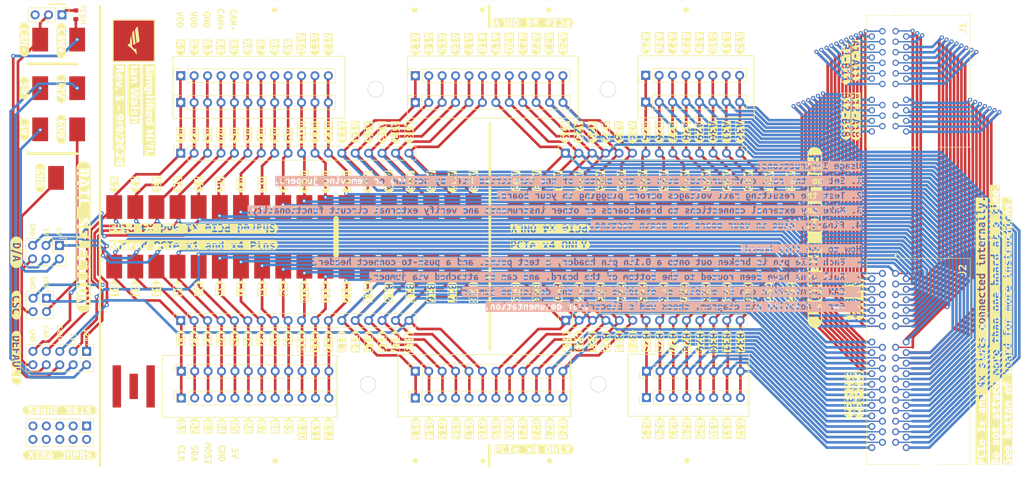
<source format=kicad_pcb>
(kicad_pcb (version 20221018) (generator pcbnew)
  (layers (0 "F.Cu" signal) (31 "B.Cu" signal) (34 "B.Paste" user) (35 "F.Paste" user) (36 "B.SilkS" user "B.Silkscreen") (37 "F.SilkS" user "F.Silkscreen") (38 "B.Mask" user) (39 "F.Mask" user) (44 "Edge.Cuts" user))
  (net 0 "")
  (net 1 "/A1")
  (net 2 "/A5")
  (net 3 "/A8")
  (net 4 "/B2")
  (net 5 "/B3")
  (net 6 "/A2")
  (net 7 "/A3")
  (net 8 "/A4")
  (net 9 "/A6")
  (net 10 "/A7")
  (net 11 "/A9")
  (net 12 "/A10")
  (net 13 "/A11")
  (net 14 "/A12")
  (net 15 "/A13")
  (net 16 "/A14")
  (net 17 "/A15")
  (net 18 "/A16")
  (net 19 "/A17")
  (net 20 "/A18")
  (net 21 "/B1")
  (net 22 "/B4")
  (net 23 "/B5")
  (net 24 "/B6")
  (net 25 "/B7")
  (net 26 "/B8")
  (net 27 "/B9")
  (net 28 "/B10")
  (net 29 "/B11")
  (net 30 "/B12")
  (net 31 "/B13")
  (net 32 "/B14")
  (net 33 "/B15")
  (net 34 "/B16")
  (net 35 "/B17")
  (net 36 "/B18")
  (net 37 "/A19")
  (net 38 "/A20")
  (net 39 "/A21")
  (net 40 "/A22")
  (net 41 "/A23")
  (net 42 "/A24")
  (net 43 "/A25")
  (net 44 "/A26")
  (net 45 "/A27")
  (net 46 "/A28")
  (net 47 "/A29")
  (net 48 "/A30")
  (net 49 "/A31")
  (net 50 "/A32")
  (net 51 "/B19")
  (net 52 "/B20")
  (net 53 "/B21")
  (net 54 "/B22")
  (net 55 "/B23")
  (net 56 "/B24")
  (net 57 "/B25")
  (net 58 "/B26")
  (net 59 "/B27")
  (net 60 "/B28")
  (net 61 "/B29")
  (net 62 "/B30")
  (net 63 "/B31")
  (net 64 "/B32")
  (net 65 "+3V0")
  (net 66 "GND")
  (net 77 "+12V")
  (net 78 "+5V")
  (net 79 "/CAN+")
  (net 80 "/CAN-")
  (net 81 "+BATT")
  (net 83 "Net-(J21-Pin_1)")
  (footprint "footprints:Test_Point_SMD" (layer "F.Cu") (at 111 101.819975 90)
    (fp_text reference "TP25" hide)
    (fp_text value "Test_Point_SMD" hide)
  )
  (footprint "footprints:Test_Point_SMD" (layer "F.Cu") (at 123 90.5 90)
    (fp_text reference "TP10" hide)
    (fp_text value "Test_Point_SMD" hide)
  )
  (footprint "kibuzzard-66DFBA32" (layer "F.Cu") (at 174.9 76.4 -90)
    (fp_text reference "kibuzzard-66DFBA32" hide)
    (fp_text value "G***" hide)
  )
  (footprint "Connector_PinSocket_2.54mm:PinSocket_1x14_P2.54mm_Vertical" (layer "F.Cu") (at 172.4 80.319975 90)
    (fp_text reference "J5" hide)
    (fp_text value "Conn_01x14" hide)
  )
  (footprint "kibuzzard-66DFB9FF" (layer "F.Cu") (at 195.25 76.4 -90)
    (fp_text reference "kibuzzard-66DFB9FF" hide)
    (fp_text value "G***" hide)
  )
  (footprint "kibuzzard-66DFBA50" (layer "F.Cu") (at 140.2 76.4 -90)
    (fp_text reference "kibuzzard-66DFBA50" hide)
    (fp_text value "G***" hide)
  )
  (footprint "kibuzzard-66DFBA1C" (layer "F.Cu") (at 183 85.8 -90)
    (fp_text reference "kibuzzard-66DFBA1C" hide)
    (fp_text value "G***" hide)
  )
  (footprint "kibuzzard-66DFB715" (layer "F.Cu") (at 164.35 132.4 -90)
    (fp_text reference "kibuzzard-66DFB715" hide)
    (fp_text value "G***" hide)
  )
  (footprint "kibuzzard-66DFB73B" (layer "F.Cu") (at 140.2 115.95 -90)
    (fp_text reference "kibuzzard-66DFB73B" hide)
    (fp_text value "G***" hide)
  )
  (footprint "Connector_PinSocket_2.54mm:PinSocket_1x12_P2.54mm_Vertical" (layer "F.Cu") (at 144 70.719975 90)
    (fp_text reference "J9" hide)
    (fp_text value "Conn_01x12" hide)
  )
  (footprint "kibuzzard-66E1CB1C" (layer "F.Cu") (at 74.1 104.8 -90)
    (fp_text reference "kibuzzard-66E1CB1C" hide)
    (fp_text value "G***" hide)
  )
  (footprint "kibuzzard-66E1026B" (layer "F.Cu") (at 77 59 -90)
    (fp_text reference "kibuzzard-66E1026B" hide)
    (fp_text value "G***" hide)
  )
  (footprint "Connector_PinSocket_2.54mm:PinSocket_1x18_P2.54mm_Vertical" (layer "F.Cu") (at 99.6 112.019975 90)
    (fp_text reference "J4" hide)
    (fp_text value "Conn_01x18" hide)
  )
  (footprint "kibuzzard-66DFB767" (layer "F.Cu") (at 144.05 132.4 -90)
    (fp_text reference "kibuzzard-66DFB767" hide)
    (fp_text value "G***" hide)
  )
  (footprint "kibuzzard-66DFB8BD" (layer "F.Cu") (at 197.75 76.4 -90)
    (fp_text reference "kibuzzard-66DFB8BD" hide)
    (fp_text value "G***" hide)
  )
  (footprint "footprints:Test_Point_SMD" (layer "F.Cu") (at 151 90.519975 90)
    (fp_text reference "TP17" hide)
    (fp_text value "Test_Point_SMD" hide)
  )
  (footprint "kibuzzard-66DFB82D" (layer "F.Cu") (at 91 105.9 -90)
    (fp_text reference "kibuzzard-66DFB82D" hide)
    (fp_text value "G***" hide)
  )
  (footprint "kibuzzard-66DFBD28" (layer "F.Cu") (at 87 86.3 -90)
    (fp_text reference "kibuzzard-66DFBD28" hide)
    (fp_text value "G***" hide)
  )
  (footprint "kibuzzard-66E106EB" (layer "F.Cu") (at 70 68 -90)
    (fp_text reference "kibuzzard-66E106EB" hide)
    (fp_text value "G***" hide)
  )
  (footprint "kibuzzard-66DFB699" (layer "F.Cu") (at 202.9 115.9 -90)
    (fp_text reference "kibuzzard-66DFB699" hide)
    (fp_text value "G***" hide)
  )
  (footprint "kibuzzard-66DFB71C" (layer "F.Cu") (at 167 106.519975 -90)
    (fp_text reference "kibuzzard-66DFB71C" hide)
    (fp_text value "G***" hide)
  )
  (footprint "kibuzzard-66DFBA05" (layer "F.Cu") (at 195 85.8 -90)
    (fp_text reference "kibuzzard-66DFBA05" hide)
    (fp_text value "G***" hide)
  )
  (footprint "kibuzzard-66E1D44C" (layer "F.Cu") (at 81.2 96.2 -90)
    (fp_text reference "kibuzzard-66E1D44C" hide)
    (fp_text value "G***" hide)
  )
  (footprint "kibuzzard-66DFB805" (layer "F.Cu") (at 103 105.9 -90)
    (fp_text reference "kibuzzard-66DFB805" hide)
    (fp_text value "G***" hide)
  )
  (footprint "kibuzzard-66DFB759" (layer "F.Cu") (at 135.15 115.95 -90)
    (fp_text reference "kibuzzard-66DFB759" hide)
    (fp_text value "G***" hide)
  )
  (footprint "kibuzzard-66DFB6B0" (layer "F.Cu") (at 197.9 132.35 -90)
    (fp_text reference "kibuzzard-66DFB6B0" hide)
    (fp_text value "G***" hide)
  )
  (footprint "kibuzzard-66DFBA14" (layer "F.Cu") (at 187 85.8 -90)
    (fp_text reference "kibuzzard-66DFBA14" hide)
    (fp_text value "G***" hide)
  )
  (footprint "kibuzzard-66E1D550" (layer "F.Cu") (at 74.1 95.2 -90)
    (fp_text reference "kibuzzard-66E1D550" hide)
    (fp_text value "G***" hide)
  )
  (footprint "kibuzzard-66DFE665" (layer "F.Cu") (at 169.6 94.6 180)
    (fp_text reference "kibuzzard-66DFE665" hide)
    (fp_text value "G***" hide)
  )
  (footprint "footprints:Test_Point_SMD" (layer "F.Cu") (at 91 90.519975 90)
    (fp_text reference "TP2" hide)
    (fp_text value "Test_Point_SMD" hide)
  )
  (footprint "kibuzzard-66DFB8A5" (layer "F.Cu") (at 202.85 76.4 -90)
    (fp_text reference "kibuzzard-66DFB8A5" hide)
    (fp_text value "G***" hide)
  )
  (footprint "kibuzzard-66DFB89B" (layer "F.Cu") (at 205.4 76.4 -90)
    (fp_text reference "kibuzzard-66DFB89B" hide)
    (fp_text value "G***" hide)
  )
  (footprint "kibuzzard-66DFE6C0" (layer "F.Cu") (at 102.1 97.7)
    (fp_text reference "kibuzzard-66DFE6C0" hide)
    (fp_text value "G***" hide)
  )
  (footprint "kibuzzard-66E1D6F9" (layer "F.Cu") (at 219.6 96.3 -90)
    (fp_text reference "kibuzzard-66E1D6F9" hide)
    (fp_text value "G***" hide)
  )
  (footprint "Connector_PinSocket_2.54mm:PinSocket_1x12_P2.54mm_Vertical" (layer "F.Cu") (at 144 121.619975 90)
    (fp_text reference "J16" hide)
    (fp_text value "Conn_01x12" hide)
  )
  (footprint "footprints:Test_Point_SMD" (layer "F.Cu") (at 139 101.819975 90)
    (fp_text reference "TP32" hide)
    (fp_text value "Test_Point_SMD" hide)
  )
  (footprint "kibuzzard-66DFBA91" (layer "F.Cu") (at 122.45 76.4 -90)
    (fp_text reference "kibuzzard-66DFBA91" hide)
    (fp_text value "G***" hide)
  )
  (footprint "kibuzzard-66DFBCD8" (layer "F.Cu") (at 114.85 77 -90)
    (fp_text reference "kibuzzard-66DFBCD8" hide)
    (fp_text value "G***" hide)
  )
  (footprint "kibuzzard-66DFB827" (layer "F.Cu") (at 95 105.9 -90)
    (fp_text reference "kibuzzard-66DFB827" hide)
    (fp_text value "G***" hide)
  )
  (footprint "kibuzzard-66DFE5A4" (layer "F.Cu") (at 226.1 126.1 -90)
    (fp_text reference "kibuzzard-66DFE5A4" hide)
    (fp_text value "G***" hide)
  )
  (footprint "kibuzzard-66DFB690" (layer "F.Cu") (at 215 106.519975 -90)
    (fp_text reference "kibuzzard-66DFB690" hide)
    (fp_text value "G***" hide)
  )
  (footprint "kibuzzard-66DFBD28" (layer "F.Cu") (at 99.55 60.33 -90)
    (fp_text reference "kibuzzard-66DFBD28" hide)
    (fp_text value "G***" hide)
  )
  (footprint "kibuzzard-66DFB7E4" (layer "F.Cu") (at 114.95 131.95 -90)
    (fp_text reference "kibuzzard-66DFB7E4" hide)
    (fp_text value "G***" hide)
  )
  (footprint "Connector_PinHeader_2.54mm:PinHeader_1x08_P2.54mm_Vertical" (layer "F.Cu") (at 187.75 126.619975 90)
    (fp_text reference "J12" hide)
    (fp_text value "Conn_01x08" hide)
  )
  (footprint "kibuzzard-66E1FC73" (layer "F.Cu") (at 102.25 137.2 -90)
    (fp_text reference "kibuzzard-66E1FC73" hide)
    (fp_text value "G***" hide)
  )
  (footprint "kibuzzard-66DFB699" (layer "F.Cu") (at 211 106.519975 -90)
    (fp_text reference "kibuzzard-66DFB699" hide)
    (fp_text value "G***" hide)
  )
  (footprint "kibuzzard-66DFB6A1" (layer "F.Cu") (at 207 106.519975 -90)
    (fp_text reference "kibuzzard-66DFB6A1" hide)
    (fp_text value "G***" hide)
  )
  (footprint "kibuzzard-66DFE581" (layer "F.Cu") (at 225.5 73.4 -90)
    (fp_text reference "kibuzzard-66DFE581" hide)
    (fp_text value "G***" hide)
  )
  (footprint "kibuzzard-66E1D56C" (layer "F.Cu") (at 70 75.8 -90)
    (fp_text reference "kibuzzard-66E1D56C" hide)
    (fp_text value "G***" hide)
  )
  (footprint "kibuzzard-66DFBA37" (layer "F.Cu") (at 163 85.8 -90)
    (fp_text reference "kibuzzard-66DFBA37" hide)
    (fp_text value "G***" hide)
  )
  (footprint "footprints:Test_Point_SMD" (layer "F.Cu") (at 215 101.819975 90)
    (fp_text reference "TP64" hide)
    (fp_text value "Test_Point_SMD" hide)
  )
  (footprint "Connector_PinHeader_2.54mm:PinHeader_1x08_P2.54mm_Vertical" (layer "F.Cu") (at 187.6 65.564975 90)
    (fp_text reference "J17" hide)
    (fp_text value "Conn_01x08" hide)
  )
  (footprint "Connector_PinHeader_2.54mm:PinHeader_2x05_P2.54mm_Vertical" (layer "F.Cu") (at 81.785 117.865 -90)
    (fp_text reference "J23" hide)
    (fp_text value "Conn_02x05_Odd_Even" hide)
  )
  (footprint "kibuzzard-66DFB759" (layer "F.Cu") (at 143 106.519975 -90)
    (fp_text reference "kibuzzard-66DFB759" hide)
    (fp_text value "G***" hide)
  )
  (footprint "footprints:Test_Point_SMD" (layer "F.Cu") (at 87 90.519975 90)
    (fp_text reference "TP1" hide)
    (fp_text value "Test_Point_SMD" hide)
  )
  (footprint "kibuzzard-66E1FC9A" (layer "F.Cu") (at 107.35 137.2 -90)
    (fp_text reference "kibuzzard-66E1FC9A" hide)
    (fp_text value "G***" hide)
  )
  (footprint "kibuzzard-66E1CAF9" (layer "F.Cu") (at 71.6 104.9 -90)
    (fp_text reference "kibuzzard-66E1CAF9" hide)
    (fp_text value "G***" hide)
  )
  (footprint "footprints:Test_Point_SMD" (layer "F.Cu") (at 175 90.519975 90)
    (fp_text reference "TP40" hide)
    (fp_text value "Test_Point_SMD" hide)
  )
  (footprint "footprints:Test_Point_SMD" (layer "F.Cu") (at 179 101.819975 90)
    (fp_text reference "TP55" hide)
    (fp_text value "Test_Point_SMD" hide)
  )
  (footprint "kibuzzard-66DFBA69" (layer "F.Cu") (at 139 85.8 -90)
    (fp_text reference "kibuzzard-66DFBA69" hide)
    (fp_text value "G***" hide)
  )
  (footprint "kibuzzard-66DFBCE2" (layer "F.Cu") (at 112.3 77 -90)
    (fp_text reference "kibuzzard-66DFBCE2" hide)
    (fp_text value "G***" hide)
  )
  (footprint "kibuzzard-66DFE665" (layer "F.Cu") (at 166.4 55.6 180)
    (fp_text reference "kibuzzard-66DFE665" hide)
    (fp_text value "G***" hide)
  )
  (footprint "kibuzzard-66DFBA50" (layer "F.Cu") (at 151 85.8 -90)
    (fp_text reference "kibuzzard-66DFBA50" hide)
    (fp_text value "G***" hide)
  )
  (footprint "footprints:Test_Point_SMD" (layer "F.Cu") (at 215 90.519975 90)
    (fp_text reference "TP50" hide)
    (fp_text value "Test_Point_SMD" hide)
  )
  (footprint "kibuzzard-66E10C2A" (layer "F.Cu") (at 68.5 119.1 -90)
    (fp_text reference "kibuzzard-66E10C2A" hide)
    (fp_text value "G***" hide)
  )
  (footprint "footprints:Test_Point_SMD" (layer "F.Cu") (at 87 101.8 90)
    (fp_text reference "TP19" hide)
    (fp_text value "Test_Point_SMD" hide)
  )
  (footprint "footprints:Test_Point_SMD" (layer "F.Cu") (at 76 85 90)
    (fp_text reference "TP65" hide)
    (fp_text value "Test_Point_SMD" hide)
  )
  (footprint "kibuzzard-66DFB6DA" (layer "F.Cu") (at 190.2 115.9 -90)
    (fp_text reference "kibuzzard-66DFB6DA" hide)
    (fp_text value "G***" hide)
  )
  (footprint "kibuzzard-66DFBA32" (layer "F.Cu") (at 161.75 59.65 -90)
    (fp_text reference "kibuzzard-66DFBA32" hide)
    (fp_text value "G***" hide)
  )
  (footprint "footprints:Test_Point_SMD" (layer "F.Cu") (at 119 90.5 90)
    (fp_text reference "TP9" hide)
    (fp_text value "Test_Point_SMD" hide)
  )
  (footprint "kibuzzard-66DFBA22" (layer "F.Cu") (at 179 85.8 -90)
    (fp_text reference "kibuzzard-66DFBA22" hide)
    (fp_text value "G***" hide)
  )
  (footprint "Connector_PinSocket_2.54mm:PinSocket_1x12_P2.54mm_Vertical" (layer "F.Cu") (at 99.7 126.699975 90)
    (fp_text reference "J8" hide)
    (fp_text value "Conn_01x12" hide)
  )
  (footprint "kibuzzard-66DFB827" (layer "F.Cu") (at 104.8 131.95 -90)
    (fp_text reference "kibuzzard-66DFB827" hide)
    (fp_text value "G***" hide)
  )
  (footprint "kibuzzard-66DFBCD8" (layer "F.Cu") (at 111 86.3 -90)
    (fp_text reference "kibuzzard-66DFBCD8" hide)
    (fp_text value "G***" hide)
  )
  (footprint "kibuzzard-66DFB760" (layer "F.Cu") (at 132.65 115.95 -90)
    (fp_text reference "kibuzzard-66DFB760" hide)
    (fp_text value "G***" hide)
  )
  (footprint "kibuzzard-66DFB7FE" (layer "F.Cu") (at 112.45 131.95 -90)
    (fp_text reference "kibuzzard-66DFB7FE" hide)
    (fp_text value "G***" hide)
  )
  (footprint "kibuzzard-66DFBA1C" (layer "F.Cu") (at 185.1 76.4 -90)
    (fp_text reference "kibuzzard-66DFBA1C" hide)
    (fp_text value "G***" hide)
  )
  (footprint "kibuzzard-66DFBA50" (layer "F.Cu") (at 154.1 59.7 -90)
    (fp_text reference "kibuzzard-66DFBA50" hide)
    (fp_text value "G***" hide)
  )
  (footprint "kibuzzard-66DFB760" (layer "F.Cu") (at 139 106.519975 -90)
    (fp_text reference "kibuzzard-66DFB760" hide)
    (fp_text value "G***" hide)
  )
  (footprint "kibuzzard-66DFBA47" (layer "F.Cu") (at 155 85.8 -90)
    (fp_text reference "kibuzzard-66DFBA47" hide)
    (fp_text value "G***" hide)
  )
  (footprint "footprints:Test_Point_SMD" (layer "F.Cu") (at 143 101.819975 90)
    (fp_text reference "TP33" hide)
    (fp_text value "Test_Point_SMD" hide)
  )
  (footprint "kibuzzard-66DFB805" (layer "F.Cu") (at 109.9 131.95 -90)
    (fp_text reference "kibuzzard-66DFB805" hide)
    (fp_text value "G***" hide)
  )
  (footprint "footprints:Test_Point_SMD" (layer "F.Cu") (at 155 90.519975 90)
    (fp_text reference "TP18" hide)
    (fp_text value "Test_Point_SMD" hide)
  )
  (footprint "kibuzzard-66DFB6F0" (layer "F.Cu") (at 171.95 132.42 -90)
    (fp_text reference "kibuzzard-66DFB6F0" hide)
    (fp_text value "G***" hide)
  )
  (footprint "kibuzzard-66DFBCEB" (layer "F.Cu") (at 109.75 77 -90)
    (fp_text reference "kibuzzard-66DFBCEB" hide)
    (fp_text value "G***" hide)
  )
  (footprint "Connector_PinSocket_2.54mm:PinSocket_1x18_P2.54mm_Vertical" (layer "F.Cu") (at 99.6 80.319975 90)
    (fp_text reference "J3" hide)
    (fp_text value "Conn_01x18" hide)
  )
  (footprint "kibuzzard-66DFE63E" (layer "F.Cu") (at 166.5 136.4)
    (fp_text reference "kibuzzard-66DFE63E" hide)
    (fp_text value "G***" hide)
  )
  (footprint "kibuzzard-66DFBD20" (layer "F.Cu") (at 91 86.3 -90)
    (fp_text reference "kibuzzard-66DFBD20" hide)
    (fp_text value "G***" hide)
  )
  (footprint "kibuzzard-66DFBA70" (layer "F.Cu") (at 144 59.7 -90)
    (fp_text reference "kibuzzard-66DFBA70" hide)
    (fp_text value "G***" hide)
  )
  (footprint "kibuzzard-66DFBA37" (layer "F.Cu") (at 159.2 59.65 -90)
    (fp_text reference "kibuzzard-66DFBA37" hide)
    (fp_text value "G***" hide)
  )
  (footprint "footprints:Test_Point_SMD" (layer "F.Cu") (at 143 90.519975 90)
    (fp_text reference "TP15" hide)
    (fp_text value "Test_Point_SMD" hide)
  )
  (footprint "kibuzzard-66E1FC02" (layer "F.Cu") (at 99.75 137.2 -90)
    (fp_text reference "kibuzzard-66E1FC02" hide)
    (fp_text value "G***" hide)
  )
  (footprint "kibuzzard-66DFB6CD" (layer "F.Cu") (at 192.75 115.9 -90)
    (fp_text reference "kibuzzard-66DFB6CD" hide)
    (fp_text value "G***" hide)
  )
  (footprint "kibuzzard-66DFBD20" (layer "F.Cu") (at 102.15 77 -90)
    (fp_text reference "kibuzzard-66DFBD20" hide)
    (fp_text value "G***" hide)
  )
  (footprint "kibuzzard-66DFBA59" (layer "F.Cu") (at 137.7 76.4 -90)
    (fp_text reference "kibuzzard-66DFBA59" hide)
    (fp_text value "G***" hide)
  )
  (footprint "footprints:Test_Point_SMD" (layer "F.Cu") (at 119 101.819975 90)
    (fp_text reference "TP27" hide)
    (fp_text value "Test_Point_SMD" hide)
  )
  (footprint "kibuzzard-66DFB6E8" (layer "F.Cu") (at 187 106.519975 -90)
    (fp_text reference "kibuzzard-66DFB6E8" hide)
    (fp_text value "G***" hide)
  )
  (footprint "kibuzzard-66DFB6B8" (layer "F.Cu") (at 195.35 132.35 -90)
    (fp_text reference "kibuzzard-66DFB6B8" hide)
    (fp_text value "G***" hide)
  )
  (footprint "footprints:Test_Point_SMD" (layer "F.Cu") (at 155 101.819975 90)
    (fp_text reference "TP36" hide)
    (fp_text value "Test_Point_SMD" hide)
  )
  (footprint "kibuzzard-66DFB77C" (layer "F.Cu") (at 122.45 115.95 -90)
    (fp_text reference "kibuzzard-66DFB77C" hide)
    (fp_text value "G***" hide)
  )
  (footprint "Connector_PinHeader_2.54mm:PinHeader_2x03_P2.54mm_Vertical" (layer "F.Cu") (at 76.64 97.8 -90)
    (fp_text reference "J20" hide)
    (fp_text value "Conn_02x03_Odd_Even" hide)
  )
  (footprint "footprints:Test_Point_SMD" (layer "F.Cu") (at 123 101.819975 90)
    (fp_text reference "TP28" hide)
    (fp_text value "Test_Point_SMD" hide)
  )
  (footprint "kibuzzard-66DFBA1C" (layer "F.Cu") (at 171.95 59.65 -90)
    (fp_text reference "kibuzzard-66DFBA1C" hide)
    (fp_text value "G***" hide)
  )
  (footprint "kibuzzard-66DFB774" (layer "F.Cu") (at 125 115.95 -90)
    (fp_text reference "kibuzzard-66DFB774" hide)
    (fp_text value "G***" hide)
  )
  (footprint "footprints:Test_Point_SMD" (layer "F.Cu") (at 131 90.519975 90)
    (fp_text reference "TP12" hide)
    (fp_text value "Test_Point_SMD" hide)
  )
  (footprint "kibuzzard-66DFB6B0" (layer "F.Cu") (at 197.85 115.9 -90)
    (fp_text reference "kibuzzard-66DFB6B0" hide)
    (fp_text value "G***" hide)
  )
  (footprint "footprints:Test_Point_SMD" (layer "F.Cu") (at 147 90.519975 90)
    (fp_text reference "TP16" hide)
    (fp_text value "Test_Point_SMD" hide)
  )
  (footprint "kibuzzard-66DFBB57" (layer "F.Cu") (at 117.4 77 -90)
    (fp_text reference "kibuzzard-66DFBB57" hide)
    (fp_text value "G***" hide)
  )
  (footprint "kibuzzard-66E1FB2E" (layer "F.Cu") (at 99.5 55 -90)
    (fp_text reference "kibuzzard-66E1FB2E" hide)
    (fp_text value "G***" hide)
  )
  (footprint "kibuzzard-66DFB7B4" (layer "F.Cu") (at 115 105.9 -90)
    (fp_text reference "kibuzzard-66DFB7B4" hide)
    (fp_text value "G***" hide)
  )
  (footprint "kibuzzard-66DFB706" (layer "F.Cu") (at 182.6 115.9 -90)
    (fp_text reference "kibuzzard-66DFB706" hide)
    (fp_text value "G***" hide)
  )
  (footprint "kibuzzard-66DFB699" (layer "F.Cu") (at 202.95 132.35 -90)
    (fp_text reference "kibuzzard-66DFB699" hide)
    (fp_text value "G***" hide)
  )
  (footprint "kibuzzard-66DFB821" (layer "F.Cu") (at 99 105.9 -90)
    (fp_text reference "kibuzzard-66DFB821" hide)
    (fp_text value "G***" hide)
  )
  (footprint "kibuzzard-66DFBA62" (layer "F.Cu") (at 135.15 76.4 -90)
    (fp_text reference "kibuzzard-66DFBA62" hide)
    (fp_text value "G***" hide)
  )
  (footprint "Connector_PinSocket_2.54mm:PinSocket_1x12_P2.54mm_Vertical" (layer "F.Cu") (at 99.6 65.639975 90)
    (fp_text reference "J13" hide)
    (fp_text value "Conn_01x12" hide)
  )
  (footprint "kibuzzard-66DFB6F0" (layer "F.Cu") (at 185.15 115.9 -90)
    (fp_text reference "kibuzzard-66DFB6F0" hide)
    (fp_text value "G***" hide)
  )
  (footprint "kibuzzard-66DFBA79" (layer "F.Cu") (at 131 85.8 -90)
    (fp_text reference "kibuzzard-66DFBA79" hide)
    (fp_text value "G***" hide)
  )
  (footprint "footprints:Test_Point_SMD" (layer "F.Cu") (at 207 101.819975 90)
    (fp_text reference "TP62" hide)
    (fp_text value "Test_Point_SMD" hide)
  )
  (footprint "kibuzzard-66DFBA9C" (layer "F.Cu") (at 119.9 77 -90)
    (fp_text reference "kibuzzard-66DFBA9C" hide)
    (fp_text value "G***" hide)
  )
  (footprint "footprints:Test_Point_SMD" (layer "F.Cu") (at 103 101.819975 90)
    (fp_text reference "TP23" hide)
    (fp_text value "Test_Point_SMD" hide)
  )
  (footprint "kibuzzard-66DFBA0B" (layer "F.Cu") (at 190.2 76.4 -90)
    (fp_text reference "kibuzzard-66DFBA0B" hide)
    (fp_text value "G***" hide)
  )
  (footprint "footprints:Test_Point_SMD" (layer "F.Cu") (at 80 58.8 -90)
    (fp_text reference "TP66" hide)
    (fp_text value "Test_Point_SMD" hide)
  )
  (footprint "kibuzzard-66DFBA69" (layer "F.Cu") (at 146.5 59.65 -90)
    (fp_text reference "kibuzzard-66DFBA69" hide)
    (fp_text value "G***" hide)
  )
  (footprint "kibuzzard-66DFB70D" (layer "F.Cu") (at 166.9 132.4 -90)
    (fp_text reference "kibuzzard-66DFB70D" hide)
    (fp_text value "G***" hide)
  )
  (footprint "kibuzzard-66DFBA05" (layer "F.Cu") (at 192.7 59.5 -90)
    (fp_text reference "kibuzzard-66DFBA05" hide)
    (fp_text value "G***" hide)
  )
  (footprint "footprints:Test_Point_SMD" (layer "F.Cu") (at 127 90.5 90)
    (fp_text reference "TP11" hide)
    (fp_text value "Test_Point_SMD" hide)
  )
  (footprint "footprints:Test_Point_SMD" (layer "F.Cu") (at 127 101.819975 90)
    (fp_text reference "TP29" hide)
    (fp_text value "Test_Point_SMD" hide)
  )
  (footprint "kibuzzard-66E1CB91" (layer "F.Cu") (at 79.3 115.2 -90)
    (fp_text reference "kibuzzard-66E1CB91" hide)
    (fp_text value "G***" hide)
  )
  (footprint "kibuzzard-66DFB715" (layer "F.Cu") (at 171 106.519975 -90)
    (fp_text reference "kibuzzard-66DFB715" hide)
    (fp_text value "G***" hide)
  )
  (footprint "kibuzzard-66DFB7FE" (layer "F.Cu") (at 112.3 115.35 -90)
    (fp_text reference "kibuzzard-66DFB7FE" hide)
    (fp_text value "G***" hide)
  )
  (footprint "footprints:Test_Point_SMD" (layer "F.Cu") (at 99 101.8 90)
    (fp_text reference "TP22" hide)
    (fp_text value "Test_Point_SMD" hide)
  )
  (footprint "kibuzzard-66DFB71C" (layer "F.Cu") (at 161.8 132.41 -90)
    (fp_text reference "kibuzzard-66DFB71C" hide)
    (fp_text value "G***" hide)
  )
  (footprint "kibuzzard-66E1FB35" (layer "F.Cu") (at 102.1 55 -90)
    (fp_text reference "kibuzzard-66E1FB35" hide)
    (fp_text value "G***" hide)
  )
  (footprint "kibuzzard-66DFB70D" (layer "F.Cu") (at 175 106.519975 -90)
    (fp_text reference "kibuzzard-66DFB70D" hide)
    (fp_text value "G***" hide)
  )
  (footprint "kibuzzard-66DFBA84" (layer "F.Cu") (at 125 76.4 -90)
    (fp_text reference "kibuzzard-66DFBA84" hide)
    (fp_text value "G***" hide)
  )
  (footprint "kibuzzard-66DFB9FF" (layer "F.Cu") (at 199 85.8 -90)
    (fp_text reference "kibuzzard-66DFB9FF" hide)
    (fp_text value "G***" hide)
  )
  (footprint "kibuzzard-66DFBD20" (layer "F.Cu") (at 102.1 60.33 -90)
    (fp_text reference "kibuzzard-66DFBD20" hide)
    (fp_text value "G***" hide)
  )
  (footprint "kibuzzard-66DFE578" (layer "F.Cu") (at 227.4 73.4 -90)
    (fp_text reference "kibuzzard-66DFE578" hide)
    (fp_text value "G***" hide)
  )
  (footprint "kibuzzard-66DFB760" (layer "F.Cu") (at 146.65 132.41 -90)
    (fp_text reference "kibuzzard-66DFB760" hide)
    (fp_text value "G***" hide)
  )
  (footprint "kibuzzard-66DFBA79" (layer "F.Cu") (at 127.55 76.4 -90)
    (fp_text reference "kibuzzard-66DFBA79" hide)
    (fp_text value "G***" hide)
  )
  (footprint "kibuzzard-66E106E5" (layer "F.Cu") (at 77 68.1 -90)
    (fp_text reference "kibuzzard-66E106E5" hide)
    (fp_text value "G***" hide)
  )
  (footprint "kibuzzard-66DFB706" (layer "F.Cu") (at 169.45 132.4 -90)
    (fp_text reference "kibuzzard-66DFB706" hide)
    (fp_text value "G***" hide)
  )
  (footprint "kibuzzard-66DFBA84" (layer "F.Cu") (at 127 85.8 -90)
    (fp_text reference "kibuzzard-66DFBA84" hide)
    (fp_text value "G***" hide)
  )
  (footprint "Connector_PinHeader_2.54mm:PinHeader_1x08_P2.54mm_Vertical" (layer "F.Cu") (at 187.6 70.644975 90)
    (fp_text reference "J11" hide)
    (fp_text value "Conn_01x08" hide)
  )
  (footprint "kibuzzard-66DFBA2E" (layer "F.Cu") (at 164.35 59.65 -90)
    (fp_text reference "kibuzzard-66DFBA2E" hide)
    (fp_text value "G***" hide)
  )
  (footprint "kibuzzard-66DFB805" (layer "F.Cu") (at 109.75 115.35 -90)
    (fp_text reference "kibuzzard-66DFB805" hide)
    (fp_text value "G***" hide)
  )
  (footprint "kibuzzard-66E1FB59" (layer "F.Cu") (at 107.2 55 -90)
    (fp_text reference "kibuzzard-66E1FB59" hide)
    (fp_text value "G***" hide)
  )
  (footprint "footprints:Test_Point_SMD" (layer "F.Cu") (at 191 101.819975 90)
    (fp_text reference "TP58" hide)
    (fp_text value "Test_Point_SMD" hide)
  )
  (footprint "footprints:Test_Point_SMD" (layer "F.Cu") (at 211 90.519975 90)
    (fp_text reference "TP49" hide)
    (fp_text value "Test_Point_SMD" hide)
  )
  (footprint "kibuzzard-66DFB76D" (layer "F.Cu") (at 131 106.519975 -90)
    (fp_text reference "kibuzzard-66DFB76D" hide)
    (fp_text value "G***" hide)
  )
  (footprint "kibuzzard-66DFB821" (layer "F.Cu") (at 107.35 131.96 -90)
    (fp_text reference "kibuzzard-66DFB821" hide)
    (fp_text value "G***" hide)
  )
  (footprint "kibuzzard-66DFB833" (layer "F.Cu") (at 99.75 131.94 -90)
    (fp_text reference "kibuzzard-66DFB833" hide)
    (fp_text value "G***" hide)
  )
  (footprint "footprints:Test_Point_SMD" (layer "F.Cu") (at 139 90.519975 90)
    (fp_text reference "TP14" hide)
    (fp_text value "Test_Point_SMD" hide)
  )
  (footprint "footprints:Test_Point_SMD" (layer "F.Cu") (at 91 101.8 90)
    (fp_text reference "TP20" hide)
    (fp_text value "Test_Point_SMD" hide)
  )
  (footprint "footprints:Test_Point_SMD" (layer "F.Cu") (at 203 90.519975 90)
    (fp_text reference "TP47" hide)
    (fp_text value "Test_Point_SMD" hide)
  )
  (footprint "footprints:Test_Point_SMD" (layer "F.Cu") (at 151 101.819975 90)
    (fp_text reference "TP35" hide)
    (fp_text value "Test_Point_SMD" hide)
  )
  (footprint "kibuzzard-66DFBD19" (layer "F.Cu") (at 104.65 60.33 -90)
    (fp_text reference "kibuzzard-66DFBD19" hide)
    (fp_text value "G***" hide)
  )
  (footprint "kibuzzard-66DFE55E" (layer "F.Cu") (at 226.1 108.1 -90)
    (fp_text reference "kibuzzard-66DFE55E" hide)
    (fp_text value "G***" hide)
  )
  (footprint "footprints:Test_Point_SMD" (layer "F.Cu") (at 167 101.819975 90)
    (fp_text reference "TP52" hide)
    (fp_text value "Test_Point_SMD" hide)
  )
  (footprint "kibuzzard-66E1FB62" (layer "F.Cu") (at 109.6 55 -90)
    (fp_text reference "kibuzzard-66E1FB62" hide)
    (fp_text value "G***" hide)
  )
  (footprint "footprints:Test_Point_SMD" (layer "F.Cu") (at 135 101.819975 90)
    (fp_text reference "TP31" hide)
    (fp_text value "Test_Point_SMD" hide)
  )
  (footprint "footprints:Test_Point_SMD" (layer "F.Cu") (at 171 101.819975 90)
    (fp_text reference "TP53" hide)
    (fp_text value "Test_Point_SMD" hide)
  )
  (footprint "kibuzzard-66DFB786" (layer "F.Cu") (at 119 105.9 -90)
    (fp_text reference "kibuzzard-66DFB786" hide)
    (fp_text value "G***" hide)
  )
  (footprint "kibuzzard-66DFB8A5" (layer "F.Cu") (at 211 85.8 -90)
    (fp_text reference "kibuzzard-66DFB8A5" hide)
    (fp_text value "G***" hide)
  )
  (footprint "Connector_PinHeader_2.54mm:PinHeader_1x03_P2.54mm_Vertical" (layer "F.Cu") (at 77.125 54.1 -90)
    (fp_text reference "J21" hide)
    (fp_text value "Conn_01x03" hide)
  )
  (footprint "kibuzzard-66DFB833" (layer "F.Cu") (at 87 105.9 -90)
    (fp_text reference "kibuzzard-66DFB833" hide)
    (fp_text value "G***" hide)
  )
  (footprint "kibuzzard-66DFE59E" (layer "F.Cu") (at 228 126.1 -90)
    (fp_text reference "kibuzzard-66DFE59E" hide)
    (fp_text value "G***" hide)
  )
  (footprint "kibuzzard-66DFBA91" (layer "F.Cu") (at 122.4 59.72 -90)
    (fp_text reference "kibuzzard-66DFBA91" hide)
    (fp_text value "G***" hide)
  )
  (footprint "kibuzzard-66DFB74C" (layer "F.Cu") (at 147 106.519975 -90)
    (fp_text reference "kibuzzard-66DFB74C" hide)
    (fp_text value "G***" hide)
  )
  (footprint "kibuzzard-66DFB72D" (layer "F.Cu") (at 142.8 115.95 -90)
    (fp_text reference "kibuzzard-66DFB72D" hide)
    (fp_text value "G***" hide)
  )
  (footprint "kibuzzard-66DFB7FE" (layer "F.Cu") (at 107 105.9 -90)
    (fp_text reference "kibuzzard-66DFB7FE" hide)
    (fp_text value "G***" hide)
  )
  (footprint "kibuzzard-66DFB6E8" (layer "F.Cu") (at 187.75 132.35 -90)
    (fp_text reference "kibuzzard-66DFB6E8" hide)
    (fp_text value "G***" hide)
  )
  (footprint "kibuzzard-66E10D03" (layer "F.Cu") (at 76.7 137.5)
    (fp_text reference "kibuzzard-66E10D03" hide)
    (fp_text value "G***" hide)
  )
  (footprint "kibuzzard-66DFB8AE" (layer "F.Cu") (at 207 85.8 -90)
    (fp_text reference "kibuzzard-66DFB8AE" hide)
    (fp_text value "G***" hide)
  )
  (footprint "OEM:te_pcie_x1_connector" (layer "F.Cu") (at 234.9 57.2 90)
    (fp_text reference "J1")
    (fp_text value "pcie_x1" hide)
  )
  (footprint "kibuzzard-66DFB9FF" (layer "F.Cu") (at 195.25 59.5 -90)
    (fp_text reference "kibuzzard-66DFB9FF" hide)
    (fp_text value "G***" hide)
  )
  (footprint "kibuzzard-66DFB821" (layer "F.Cu") (at 107.2 115.35 -90)
    (fp_text reference "kibuzzard-66DFB821" hide)
    (fp_text value "G***" hide)
  )
  (footprint "kibuzzard-66DFB8BD" (layer "F.Cu") (at 197.75 59.5 -90)
    (fp_text reference "kibuzzard-66DFB8BD" hide)
    (fp_text value "G***" hide)
  )
  (footprint "kibuzzard-66DFBB57" (layer "F.Cu") (at 117.35 60.32 -90)
    (fp_text reference "kibuzzard-66DFBB57" hide)
    (fp_text value "G***" hide)
  )
  (footprint "kibuzzard-66DFB786" (layer "F.Cu") (at 119.9 115.35 -90)
    (fp_text reference "kibuzzard-66DFB786" hide)
    (fp_text value "G***" hide)
  )
  (footprint "kibuzzard-66DFB6DA" (layer "F.Cu") (at 191 106.519975 -90)
    (fp_text reference "kibuzzard-66DFB6DA" hide)
    (fp_text value "G***" hide)
  )
  (footprint "kibuzzard-66DFB723" (layer "F.Cu") (at 163 106.519975 -90)
    (fp_text reference "kibuzzard-66DFB723" hide)
    (fp_text value "G***" hide)
  )
  (footprint "Connector_PinSocket_2.54mm:PinSocket_1x14_P2.54mm_Vertical" (layer "F.Cu") (at 172.45 111.994975 90)
    (fp_text reference "J6" hide)
    (fp_text value "Conn_01x14" hide)
  )
  (footprint "kibuzzard-66DFBD03" (layer "F.Cu") (at 107.15 60.31 -90)
    (fp_text reference "kibuzzard-66DFBD03" hide)
    (fp_text value "G***" hide)
  )
  (footprint "kibuzzard-66DFBCE2" (layer "F.Cu") (at 107 86.3 -90)
    (fp_text reference "kibuzzard-66DFBCE2" hide)
    (fp_text value "G***" hide)
  )
  (footprint "kibuzzard-66DFB8BD" (layer "F.Cu") (at 203 85.8 -90)
    (fp_text reference "kibuzzard-66DFB8BD" hide)
    (fp_text value "G***" hide)
  )
  (footprint "kibuzzard-66DFBA28" (layer "F.Cu") (at 166.85 59.65 -90)
    (fp_text reference "kibuzzard-66DFBA28" hide)
    (fp_text value "G***" hide)
  )
  (footprint "footprints:Test_Point_SMD" (layer "F.Cu") (at 183 101.819975 90)
    (fp_text reference "TP56" hide)
    (fp_text value "Test_Point_SMD" hide)
  )
  (footprint "footprints:Test_Point_SMD" (layer "F.Cu") (at 199 90.519975 90)
    (fp_text reference "TP46" hide)
    (fp_text value "Test_Point_SMD" hide)
  )
  (footprint "kibuzzard-66DFBA70" (layer "F.Cu") (at 135 85.8 -90)
    (fp_text reference "kibuzzard-66DFBA70" hide)
    (fp_text value "G***" hide)
  )
  (footprint "kibuzzard-66DFBCD8" (layer "F.Cu") (at 114.8 60.35 -90)
    (fp_text reference "kibuzzard-66DFBCD8" hide)
    (fp_text value "G***" hide)
  )
  (footprint "OEM:R_0603" (layer "F.Cu") (at 79.745 54.1 90)
    (fp_text reference "R1" hide)
    (fp_text value "R_120_DNP" hide)
  )
  (footprint "kibuzzard-66DFBA28" (layer "F.Cu") (at 175 85.8 -90)
    (fp_text reference "kibuzzard-66DFBA28" hide)
    (fp_text value "G***" hide)
  )
  (footprint "kibuzzard-66DFB72D" (layer "F.Cu") (at 156.75 132.4 -90)
    (fp_text reference "kibuzzard-66DFB72D" hide)
    (fp_text value "G***" hide)
  )
  (footprint "kibuzzard-66DFBA0B" (layer "F.Cu") (at 190.2 59.5 -90)
    (fp_text reference "kibuzzard-66DFBA0B" hide)
    (fp_text value "G***" hide)
  )
  (footprint "footprints:Test_Point_SMD" (layer "F.Cu") (at 73 75.8 90)
    (fp_text reference "TP71" hide)
    (fp_text value "Test_Point_SMD" hide)
  )
  (footprint "kibuzzard-66DFB74C" (layer "F.Cu") (at 151.7 132.4 -90)
    (fp_text reference "kibuzzard-66DFB74C" hide)
    (fp_text value "G***" hide)
  )
  (footprint "footprints:Test_Point_SMD" (layer "F.Cu") (at 80 75.8 90)
    (fp_text reference "TP72" hide)
    (fp_text value "Test_Point_SMD" hide)
  )
  (footprint "footprints:Test_Point_SMD" (layer "F.Cu") (at 203 101.819975 90)
    (fp_text reference "TP61" hide)
    (fp_text value "Test_Point_SMD" hide)
  )
  (footprint "kibuzzard-66DFB7E4" (layer "F.Cu") (at 111 105.9 -90)
    (fp_text reference "kibuzzard-66DFB7E4" hide)
    (fp_text value "G***" hide)
  )
  (footprint "Connector_PinSocket_2.54mm:PinSocket_1x12_P2.54mm_Vertical" (layer "F.Cu") (at 144 65.639975 90)
    (fp_text reference "J15" hide)
    (fp_text value "Conn_01x12" hide)
  )
  (footprint "kibuzzard-66DFB77C" (layer "F.Cu") (at 123 106.519975 -90)
    (fp_text reference "kibuzzard-66DFB77C" hide)
    (fp_text value "G***" hide)
  )
  (footprint "kibuzzard-66DFB89B" (layer "F.Cu") (at 215 85.8 -90)
    (fp_text reference "kibuzzard-66DFB89B" hide)
    (fp_text value "G***" hide)
  )
  (footprint "footprints:Test_Point_SMD" (layer "F.Cu") (at 199 101.819975 90)
    (fp_text reference "TP60" hide)
    (fp_text value "Test_Point_SMD" hide)
  )
  (footprint "kibuzzard-66DFB73B" (layer "F.Cu") (at 154.2 132.4 -90)
    (fp_text reference "kibuzzard-66DFB73B" hide)
    (fp_text value "G***" hide)
  )
  (footprint "kibuzzard-66DFBA28" (layer "F.Cu") (at 180 76.4 -90)
    (fp_text reference "kibuzzard-66DFBA28" hide)
    (fp_text value "G***" hide)
  )
  (footprint "footprints:Test_Point_SMD" (layer "F.Cu") (at 179 90.519975 90)
    (fp_text reference "TP41" hide)
    (fp_text value "Test_Point_SMD" hide)
  )
  (footprint "kibuzzard-66DFB827" (layer "F.Cu") (at 104.65 115.35 -90)
    (fp_text reference "kibuzzard-66DFB827" hide)
    (fp_text value "G***" hide)
  )
  (footprint "kibuzzard-66DFB6B8" (layer "F.Cu") (at 195.3 115.9 -90)
    (fp_text reference "kibuzzard-66DFB6B8" hide)
    (fp_text value "G***" hide)
  )
  (footprint "kibuzzard-66DFB82D" (layer "F.Cu") (at 102.25 131.95 -90)
    (fp_text reference "kibuzzard-66DFB82D" hide)
    (fp_text value "G***" hide)
  )
  (footprint "kibuzzard-66DFB8AE" (layer "F.Cu") (at 200.3 76.4 -90)
    (fp_text reference "kibuzzard-66DFB8AE" hide)
    (fp_text value "G***" hide)
  )
  (footprint "kibuzzard-66DFBCEB" (layer "F.Cu") (at 109.7 60.35 -90)
    (fp_text reference "kibuzzard-66DFBCEB" hide)
    (fp_text value "G***" hide)
  )
  (footprint "footprints:Test_Point_SMD" (layer "F.Cu") (at 95 90.519975 90)
    (fp_text reference "TP3" hide)
    (fp_text value "Test_Point_SMD" hide)
  )
  (footprint "footprints:Test_Point_SMD" (layer "F.Cu") (at 163 101.819975 90)
    (fp_text reference "TP51" hide)
    (fp_text value "Test_Point_SMD" hide)
  )
  (footprint "kibuzzard-66E10CF7" (layer "F.Cu") (at 76.7 129 180)
    (fp_text reference "kibuzzard-66E10CF7" hide)
    (fp_text value "G***" hide)
  )
  (footprint "kibuzzard-66DFBA37" (layer "F.Cu") (at 172.35 76.4 -90)
    (fp_text reference "kibuzzard-66DFBA37" hide)
    (fp_text value "G***" hide)
  )
  (footprint "kibuzzard-66DFBA47" (layer "F.Cu") (at 156.7 59.68 -90)
    (fp_text reference "kibuzzard-66DFBA47" hide)
    (fp_text value "G***" hide)
  )
  (footprint "kibuzzard-66DFBD19" (layer "F.Cu") (at 104.7 77 -90)
    (fp_text reference "kibuzzard-66DFBD19" hide)
    (fp_text value "G***" hide)
  )
  (footprint "footprints:Test_Point_SMD" (layer "F.Cu") (at 207 90.519975 90)
    (fp_text reference "TP48" hide)
    (fp_text value "Test_Point_SMD" hide)
  )
  (footprint "kibuzzard-66DFB6F0" (layer "F.Cu") (at 183 106.519975 -90)
    (fp_text reference "kibuzzard-66DFB6F0" hide)
    (fp_text value "G***" hide)
  )
  (footprint "footprints:Test_Point_SMD" (layer "F.Cu") (at 73 58.8 -90)
    (fp_text reference "TP67" hide)
    (fp_text value "Test_Point_SMD" hide)
  )
  (footprint "kibuzzard-66E1FB0F" (layer "F.Cu") (at 104.6 55 -90)
    (fp_text reference "kibuzzard-66E1FB0F" hide)
    (fp_text value "G***" hide)
  )
  (footprint "Connector_PinSocket_2.54mm:PinSocket_1x12_P2.54mm_Vertical" (layer "F.Cu") (at 99.6 70.719975 90)
    (fp_text reference "J7" hide)
    (fp_text value "Conn_01x12" hide)
  )
  (footprint "footprints:Test_Point_SMD" (layer "F.Cu") (at 135 90.519975 90)
    (fp_text reference "TP13" hide)
    (fp_text value "Test_Point_SMD" hide)
  )
  (footprint "kibuzzard-66DFB6DA" (layer "F.Cu") (at 190.25 132.35 -90)
    (fp_text reference "kibuzzard-66DFB6DA" hide)
    (fp_text value "G***" hide)
  )
  (footprint "kibuzzard-66DFBCEB" (layer "F.Cu") (at 103 86.3 -90)
    (fp_text reference "kibuzzard-66DFBCEB" hide)
    (fp_text value "G***" hide)
  )
  (footprint "kibuzzard-66DFB767" (layer "F.Cu") (at 130.05 115.95 -90)
    (fp_text reference "kibuzzard-66DFB767" hide)
    (fp_text value "G***" hide)
  )
  (footprint "kibuzzard-66DFB7E4" (layer "F.Cu") (at 114.8 115.35 -90)
    (fp_text reference "kibuzzard-66DFB7E4" hide)
    (fp_text value "G***" hide)
  )
  (footprint "footprints:Test_Point_SMD" (layer "F.Cu") (at 195 101.819975 90)
    (fp_text reference "TP59" hide)
    (fp_text value "Test_Point_SMD" hide)
  )
  (footprint "kibuzzard-66DFB786" (layer "F.Cu") (at 120.05 131.95 -90)
    (fp_text reference "kibuzzard-66DFB786" hide)
    (fp_text value "G***" hide)
  )
  (footprint "kibuzzard-66DFE544" (layer "F.Cu") (at 228 108.1 -90)
    (fp_text reference "kibuzzard-66DFE544" hide)
    (fp_text value "G***" hide)
  )
  (footprint "kibuzzard-66DFB833" (layer "F.Cu") (at 99.6 115.3 -90)
    (fp_text reference "kibuzzard-66DFB833" hide)
    (fp_text value "G***" hide)
  )
  (footprint "kibuzzard-66E1CB79" (layer "F.Cu") (at 76.7 114.4 -90)
    (fp_text reference "kibuzzard-66E1CB79" hide)
    (fp_text value "G***" hide)
  )
  (footprint "footprints:Test_Point_SMD" (layer "F.Cu") (at 195 90.519975 90)
    (fp_text reference "TP45" hide)
    (fp_text value "Test_Point_SMD" hide)
  )
  (footprint "kibuzzard-66DFE544" (layer "F.Cu") (at 227.4 62.8 -90)
    (fp_text reference "kibuzzard-66DFE544" hide)
    (fp_text value "G***" hide)
  )
  (footprint "kibuzzard-66DFB6E8" (layer "F.Cu") (at 187.7 115.9 -90)
    (fp_text reference "kibuzzard-66DFB6E8" hide)
    (fp_text value "G***" hide)
  )
  (footprint "kibuzzard-66DFB71C" (layer "F.Cu") (at 174.95 115.9 -90)
    (fp_text reference "kibuzzard-66DFB71C" hide)
    (fp_text value "G***" hide)
  )
  (footprint "footprints:Test_Point_SMD" (layer "F.Cu") (at 103 90.519975 90)
    (fp_text reference "TP5" hide)
    (fp_text value "Test_Point_SMD" hide)
  )
  (footprint "Connector_PinHeader_2.54mm:PinHeader_2x02_P2.54mm_Vertical" (layer "F.Cu") (at 74.2 107.8 -90)
    (fp_text reference "J19" hide)
    (fp_text value "Conn_02x02_Odd_Even" hide)
  )
  (footprint "kibuzzard-66E1CBA1" (layer "F.Cu") (at 81.8 114.8 -90)
    (fp_text reference "kibuzzard-66E1CBA1" hide)
    (fp_text value "G***" hide)
  )
  (footprint "kibuzzard-66DFB6A1" (layer "F.Cu") (at 200.4 115.9 -90)
    (fp_text reference "kibuzzard-66DFB6A1" hide)
    (fp_text value "G***" hide)
  )
  (footprint "kibuzzard-66DFBA59" (layer "F.Cu") (at 151.6 59.7 -90)
    (fp_text reference "kibuzzard-66DFBA59" hide)
    (fp_text value "G***" hide)
  )
  (footprint "kibuzzard-66DFBB57" (layer "F.Cu") (at 115 86.3 -90)
    (fp_text reference "kibuzzard-66DFBB57" hide)
    (fp_text value "G***" hide)
  )
  (footprint "kibuzzard-66DFB767" (layer "F.Cu") (at 135 106.519975 -90)
    (fp_text reference "kibuzzard-66DFB767" hide)
    (fp_text value "G***" hide)
  )
  (footprint "kibuzzard-66DFE63E" (layer "F.Cu") (at 169.6 97.7)
    (fp_text reference "kibuzzard-66DFE63E" hide)
    (fp_text value "G***" hide)
  )
  (footprint "kibuzzard-66DFE55E" (layer "F.Cu") (at 225.5 63.5 -90)
    (fp_text reference "kibuzzard-66DFE55E" hide)
    (fp_text value "G***" hide)
  )
  (footprint "footprints:Test_Point_SMD" (layer "F.Cu") (at 183 90.519975 90)
    (fp_text reference "TP42" hide)
    (fp_text value "Test_Point_SMD" hide)
  )
  (footprint "kibuzzard-66DFB7B4" (layer "F.Cu") (at 117.5 131.95 -90)
    (fp_text reference "kibuzzard-66DFB7B4" hide)
    (fp_text value "G***" hide)
  )
  (footprint "footprints:Test_Point_SMD" (layer "F.Cu") (at 147 101.819975 90)
    (fp_text reference "TP34" hide)
    (fp_text value "Test_Point_SMD" hide)
  )
  (footprint "footprints:Test_Point_SMD" (layer "F.Cu") (at 115 90.5 90)
    (fp_text reference "TP8" hide)
    (fp_text value "Test_Point_SMD" hide)
  )
  (footprint "footprints:Test_Point_SMD" (layer "F.Cu") (at 111 90.5 90)
    (fp_text reference "TP7" hide)
    (fp_text value "Test_Point_SMD" hide)
  )
  (footprint "Connector_PinHeader_2.54mm:PinHeader_1x08_P2.54mm_Vertical" (layer "F.Cu") (at 187.75 121.619975 90)
    (fp_text reference "J18" hide)
    (fp_text value "Conn_01x08" hide)
  )
  (footprint "kibuzzard-66E1FC9F" (layer "F.Cu") (at 109.9 137.2 -90)
    (fp_text reference "kibuzzard-66E1FC9F" hide)
    (fp_text value "G***" hide)
  )
  (footprint "footprints:Test_Point_SMD" (layer "F.Cu") (at 73 68 90)
    (fp_text reference "TP69" hide)
    (fp_text value "Test_Point_SMD" hide)
  )
  (footprint "kibuzzard-66DFBA32" (layer "F.Cu") (at 167 85.8 -90)
    (fp_text reference "kibuzzard-66DFBA32" hide)
    (fp_text value "G***" hide)
  )
  (footprint "footprints:Test_Point_SMD" (layer "F.Cu") (at 131 101.819975 90)
    (fp_text reference "TP30" hide)
    (fp_text value "Test_Point_SMD" hide)
  )
  (footprint "kibuzzard-66DFB89B" (layer "F.Cu") (at 205.4 59.5 -90)
    (fp_text reference "kibuzzard-66DFB89B" hide)
    (fp_text value "G***" hide)
  )
  (footprint "kibuzzard-66DFE849" (layer "F.Cu") (at 251.2 114.019975 90)
    (fp_text reference "kibuzzard-66DFE849" hide)
    (fp_text value "G***" hide)
  )
  (footprint "footprints:Test_Point_SMD" (layer "F.Cu") (at 187 101.819975 90)
    (fp_text reference "TP57" hide)
    (fp_text value "Test_Point_SMD" hide)
  )
  (footprint "kibuzzard-66DFB8AE" (layer "F.Cu") (at 200.3 59.5 -90)
    (fp_text reference "kibuzzard-66DFB8AE" hide)
    (fp_text value "G***" hide)
  )
  (footprint "footprints:Test_Point_SMD" (layer "F.Cu") (at 107 101.819975 90)
    (fp_text reference "TP24" hide)
    (fp_text value "Test_Point_SMD" hide)
  )
  (footprint "footprints:Test_Point_SMD" (layer "F.Cu") (at 191 90.519975 90)
    (fp_text reference "TP44" hide)
    (fp_text value "Test_Point_SMD" hide)
  )
  (footprint "footprints:Test_Point_SMD" (layer "F.Cu") (at 99 90.519975 90)
    (fp_text reference "TP4" hide)
    (fp_text value "Test_Point_SMD" hide)
  )
  (footprint "kibuzzard-66E10297" (layer "F.Cu") (at 70 58.8 -90)
    (fp_text reference "kibuzzard-66E10297" hide)
    (fp_text value "G***" hide)
  )
  (footprint "kibuzzard-66DFB7B4" (layer "F.Cu") (at 117.35 115.35 -90)
    (fp_text reference "kibuzzard-66DFB7B4" hide)
    (fp_text value "G***" hide)
  )
  (footprint "kibuzzard-66DFB6B0" (layer "F.Cu") (at 203 106.519975 -90)
    (fp_text reference "kibuzzard-66DFB6B0" hide)
    (fp_text value "G***" hide)
  )
  (footprint "kibuzzard-66DFBD03" (layer "F.Cu") (at 99 86.3 -90)
    (fp_text reference "kibuzzard-66DFBD03" hide)
    (fp_text value "G***" hide)
  )
  (footprint "footprints:Test_Point_SMD" (layer "F.Cu") (at 80 68 -90)
    (fp_text reference "TP68" hide)
    (fp_text value "Test_Point_SMD" hide)
  )
  (footprint "kibuzzard-66DFB774" (layer "F.Cu") (at 125.15 132.55 -90)
    (fp_text reference "kibuzzard-66DFB774" hide)
    (fp_text value "G***" hide)
  )
  (footprint "kibuzzard-66DFBA14" (layer "F.Cu") (at 187.6 76.4 -90)
    (fp_text reference "kibuzzard-66DFBA14" hide)
    (fp_text value "G***" hide)
  )
  (footprint "kibuzzard-66DFB706" (layer "F.Cu") (at 179 106.519975 -90)
    (fp_text reference "kibuzzard-66DFB706" hide)
    (fp_text value "G***" hide)
  )
  (footprint "kibuzzard-66E870A1" (layer "F.Cu") (at 256 114 90)
    (fp_text reference "kibuzzard-66E870A1" hide)
    (fp_text value "G***" hide)
  )
  (footprint "kibuzzard-66DFBD28" (layer "F.Cu") (at 99.6 77 -90)
    (fp_text reference "kibuzzard-66DFBD28" hide)
    (fp_text value "G***" hide)
  )
  (footprint "kibuzzard-66E109E2" (layer "F.Cu") (at 68.5 109.1 -90)
    (fp_text reference "kibuzzard-66E109E2" hide)
    (fp_text value "G***" hide)
  )
  (footprint "kibuzzard-66DFBA9C" (layer "F.Cu") (at 119.85 60.32 -90)
    (fp_text reference "kibuzzard-66DFBA9C" hide)
    (fp_text value "G***" hide)
  )
  (footprint "Connector_PinSocket_2.54mm:PinSocket_1x12_P2.54mm_Vertical" (layer "F.Cu") (at 144 126.699975 90)
    (fp_text reference "J10" hide)
    (fp_text value "Conn_01x12" hide)
  )
  (footprint "kibuzzard-66DFB82D" (layer "F.Cu") (at 102.1 115.35 -90)
    (fp_text reference "kibuzzard-66DFB82D" hide)
    (fp_text value "G***" hide)
  )
  (footprint "kibuzzard-66DFBA2E" (layer "F.Cu") (at 177.5 76.4 -90)
    (fp_text reference "kibuzzard-66DFBA2E" hide)
    (fp_text value "G***" hide)
  )
  (footprint "kibuzzard-66DFBA2E" (layer "F.Cu") (at 171 85.8 -90)
    (fp_text reference "kibuzzard-66DFBA2E" hide)
    (fp_text value "G***" hide)
  )
  (footprint "OEM:OEM_Logo_8mm" (layer "F.Cu") (at 90.7 59 -90)
    (fp_text reference "REF**" hide)
    (fp_text value "OEM_Logo_8mm" hide)
  )
  (footprint "kibuzzard-66DFB72D" (layer "F.Cu") (at 155 106.519975 -90)
    (fp_text reference "kibuzzard-66DFB72D" hide)
    (fp_text value "G***" hide)
  )
  (footprint "kibuzzard-66DFBA9C" (layer "F.Cu") (at 119 86.3 -90)
    (fp_text reference "kibuzzard-66DFBA9C" hide)
    (fp_text value "G***" hide)
  )
  (footprint "kibuzzard-66DFBA62" (layer "F.Cu") (at 149.05 59.7 -90)
    (fp_text reference "kibuzzard-66DFBA62" hide)
    (fp_text value "G***" hide)
  )
  (footprint "kibuzzard-66DFB723" (layer "F.Cu") (at 159.25 132.4 -90)
    (fp_text reference "kibuzzard-66DFB723" hide)
    (fp_text value "G***" hide)
  )
  (footprint "kibuzzard-66DFB690" (layer "F.Cu") (at 205.55 132.35 -90)
    (fp_text reference "kibuzzard-66DFB690" hide)
    (fp_text value "G***" hide)
  )
  (footprint "kibuzzard-66DFBA14" (layer "F.Cu") (at 187.6 59.5 -90)
    (fp_text reference "kibuzzard-66DFBA14" hide)
    (fp_text value "G***" hide)
  )
  (footprint "kibuzzard-66DFBA69" (layer "F.Cu") (at 132.6 76.35 -90)
    (fp_text reference "kibuzzard-66DFBA69" hide)
    (fp_text value "G***" hide)
  )
  (footprint "kibuzzard-66DFAF10" (layer "F.Cu") (at 253.7 112.819975 90)
    (fp_text reference "kibuzzard-66DFAF10" hide)
    (fp_text value "G***" hide)
  )
  (footprint "kibuzzard-66DFB6A1" (layer "F.Cu") (at 200.45 132.36 -90)
    (fp_text reference "kibuzzard-66DFB6A1" hide)
    (fp_text value "G***" hide)
  )
  (footprint "kibuzzard-66DFB76D" (layer "F.Cu") (at 127.5 115.95 -90)
    (fp_text reference "kibuzzard-66DFB76D" hide)
    (fp_text value "G***" hide)
  )
  (footprint "kibuzzard-66DFB6CD" (layer "F.Cu") (at 195 106.519975 -90)
    (fp_text reference "kibuzzard-66DFB6CD" hide)
    (fp_text value "G***" hide)
  )
  (footprint "kibuzzard-66E1C902" (layer "F.Cu") (at 77 75.8 -90)
    (fp_text reference "kibuzzard-66E1C902" hide)
    (fp_text value "G***" hide)
  )
  (footprint "kibuzzard-66DFBA22" (layer "F.Cu") (at 169.35 59.65 -90)
    (fp_text reference "kibuzzard-66DFBA22" hide)
    (fp_text value "G***" hide)
  )
  (footprint "kibuzzard-66DFBA62" (layer "F.Cu") (at 143 85.8 -90)
    (fp_text reference "kibuzzard-66DFBA62" hide)
    (fp_text value "G***" hide)
  )
  (footprint "footprints:Test_Point_SMD" (layer "F.Cu") (at 211 101.819975 90)
    (fp_text reference "TP63" hide)
    (fp_text value "Test_Point_SMD" hide)
  )
  (footprint "kibuzzard-66DFB76D" (layer "F.Cu") (at 127.65 132.55 -90)
    (fp_text reference "kibuzzard-66DFB76D" hide)
    (fp_text value "G***" hide)
  )
  (footprint "footprints:Test_Point_SMD" (layer "F.Cu") (at 167 90.519975 90)
    (fp_text reference "TP38" hide)
    (fp_text value "Test_Point_SMD" hide)
  )
  (footprint "kibuzzard-66DFB723" (layer "F.Cu") (at 172.75 115.9 -90)
    (fp_text reference "kibuzzard-66DFB723" hide)
    (fp_text value "G***" hide)
  )
  (footprint "kibuzzard-66DFBCE2" (layer "F.Cu") (at 112.26 60.29 -90)
    (fp_text reference "kibuzzard-66DFBCE2" hide)
    (fp_text value "G***" hide)
  )
  (footprint "kibuzzard-66DFBD03" (layer "F.Cu") (at 107.2 77 -90)
    (fp_text reference "kibuzzard-66DFBD03" hide)
    (fp_text value "G***" hide)
  )
  (footprint "kibuzzard-66DFB6CD" (layer "F.Cu") (at 192.8 132.35 -90)
    (fp_text reference "kibuzzard-66DFB6CD" hide)
    (fp_text value "G***" hide)
  )
  (footprint "kibuzzard-66DFBA05" (layer "F.Cu") (at 192.7 76.4 -90)
    (fp_text reference "kibuzzard-66DFBA05" hide)
    (fp_text value "G***" hide)
  )
  (footprint "footprints:Test_Point_SMD" (layer "F.Cu") (at 115 101.819975 90)
    (fp_text reference "TP26" hide)
    (fp_text value "Test_Point_SMD" hide)
  )
  (footprint "footprints:Test_Point_SMD" (layer "F.Cu") (at 107 90.5 90)
    (fp_text reference "TP6" hide)
    (fp_text value "Test_Point_SMD" hide)
  )
  (footprint "footprints:Test_Point_SMD" (layer "F.Cu") (at 175 101.819975 90)
    (fp_text reference "TP54" hide)
    (fp_text value "Test_Point_SMD" hide)
  )
  (footprint "kibuzzard-66E1CAF9" (layer "F.Cu") (at 71.6 94.8 -90)
    (fp_text reference "kibuzzard-66E1CAF9" hide)
    (fp_text value "G***" hide)
  )
  (footprint "footprints:Test_Point_SMD" (layer "F.Cu") (at 163 90.519975 90)
    (fp_text reference "TP37" hide)
    (fp_text value "Test_Point_SMD" hide)
  )
  (footprint "kibuzzard-66DFB77C" (layer "F.Cu") (at 122.6 132.56 -90)
    (fp_text reference "kibuzzard-66DFB77C" hide)
    (fp_text value "G***" hide)
  )
  (footprint "kibuzzard-66DFBA79" (layer "F.Cu") (at 127.5 59.72 -90)
    (fp_text reference "kibuzzard-66DFBA79" hide)
    (fp_text value "G***" hide)
  )
  (footprint "kibuzzard-66DFBA84" (layer "F.Cu") (at 124.95 59.72 -90)
    (fp_text reference "kibuzzard-66DFBA84" hide)
    (fp_text value "G***" hide)
  )
  (footprint "kibuzzard-66DFB8A5" (layer "F.Cu") (at 202.85 59.5 -90)
    (fp_text reference "kibuzzard-66DFB8A5" hide)
    (fp_text value "G***" hide)
  )
  (footprint "kibuzzard-66DFBA0B" (layer "F.Cu") (at 191 85.8 -90)
    (fp_text reference "kibuzzard-66DFBA0B" hide)
    (fp_text value "G***" hide)
  )
  (footprint "kibuzzard-66DFB774" (layer "F.Cu") (at 127 106.519975 -90)
    (fp_text reference "kibuzzard-66DFB774" hide)
    (fp_text value "G***" hide)
  )
  (footprint "kibuzzard-66DFB74C" (layer "F.Cu") (at 137.7 115.95 -90)
    (fp_text reference "kibuzzard-66DFB74C" hide)
    (fp_text value "G***" hide)
  )
  (footprint "kibuzzard-66DFB70D" (layer "F.Cu") (at 180.05 115.9 -90)
    (fp_text reference "kibuzzard-66DFB70D" hide)
    (fp_text value "G***" hide)
  )
  (footprint "kibuzzard-66DFBA22" (layer "F.Cu") (at 182.5 76.4 -90)
    (fp_text reference "kibuzzard-66DFBA22" hide)
    (fp_text value "G***" hide)
  )
  (footprint "kibuzzard-66E1056B" (layer "F.Cu") (at 73 85 -90)
    (fp_text reference "kibuzzard-66E1056B" hide)
    (fp_text value "G***" hide)
  )
  (footprint "kibuzzard-66DFB759" (layer "F.Cu") (at 149.15 132.4 -90)
    (fp_text reference "kibuzzard-66DFB759" hide)
    (fp_text value "G***" hide)
  )
  (footprint "kibuzzard-66DFBA47" (layer "F.Cu") (at 142.8 76.4 -90)
    (fp_text reference "kibuzzard-66DFBA47" hide)
    (fp_text value "G***" hide)
  )
  (footprint "kibuzzard-66DFBA59" (layer "F.Cu") (at 147 85.8 -90)
    (fp_text reference "kibuzzard-66DFBA59" hide)
    (fp_text value "G***" hide)
  )
  (footprint "kibuzzard-66E1CAF9" (layer "F.Cu") (at 71.6 114.8 -90)
    (fp_text reference "kibuzzard-66E1CAF9" hide)
    (fp_text value "G***" hide)
  )
  (footprint "kibuzzard-66DFBA91" (layer "F.Cu") (at 123 85.8 -90)
    (fp_text reference "kibuzzard-66DFBA91" hide)
    (fp_text value "G***" hide)
  )
  (footprint "kibuzzard-66DFB73B" (layer "F.Cu") (at 151 106.519975 -90)
    (fp_text reference "kibuzzard-66DFB73B" hide)
    (fp_text value "G***" hide)
  )
  (footprint "kibuzzard-66DFBD19" (layer "F.Cu") (at 95 86.3 -90)
    (fp_text reference "kibuzzard-66DFBD19" hide)
    (fp_text value "G***" hide)
  )
  (footprint "kibuzzard-66DFE6A7" (layer "F.Cu") (at 102.1 94.6 180)
    (fp_text reference "kibuzzard-66DFE6A7" hide)
    (fp_text value "G***" hide)
  )
  (footprint "footprints:Test_Point_SMD" (layer "F.Cu") (at 171 90.519975 90)
    (fp_text reference "TP39" hide)
    (fp_text value "Test_Point_SMD" hide)
  )
  (footprint "kibuzzard-66E1D549" (layer "F.Cu") (at 76.6 95.2 -90)
    (fp_text reference "kibuzzard-66E1D549" hide)
    (fp_text value "G***" hide)
  )
  (footprint "kibuzzard-66DFB690" (layer "F.Cu") (at 205.5 115.9 -90)
    (fp_text reference "kibuzzard-66DFB690" hide)
    (fp_text value "G***" hide)
  )
  (footprint "Connector_PinSocket_2.54mm:PinSocket_1x12_P2.54mm_Vertical" (layer "F.Cu") (at 99.7 121.619975 90)
    (fp_text reference "J14" hide)
    (fp_text value "Conn_01x12" hide)
  )
  (footprint "kibuzzard-66E1FC84" (layer "F.Cu") (at 104.8 137.2 -90)
    (fp_text reference "kibuzzard-66E1FC84" hide)
    (fp_text value "G***" hide)
  )
  (footprint "kibuzzard-66DFB715" (layer "F.Cu") (at 177.5 115.9 -90)
    (fp_text reference "kibuzzard-66DFB715" hide)
    (fp_text value "G***" hide)
  )
  (footprint "kibuzzard-66E109CF" (layer "F.Cu") (at 68.5 99.1 -90)
    (fp_text reference "kibuzzard-66E109CF" hide)
    (fp_text value "G***" hide)
  )
  (footprint "kibuzzard-66DFBA70" (layer "F.Cu") (at 130.1 76.4 -90)
    (fp_text reference "kibuzzard-66DFBA70" hide)
    (fp_text value "G***" hide)
  )
  (footprint "kibuzzard-66DFB6B8" (layer "F.Cu") (at 199 106.519975 -90)
    (fp_text reference "kibuzzard-66DFB6B8" hide)
    (fp_text value "G***" hide)
  )
  (footprint "kibuzzard-66E1CB65" (layer "F.Cu") (at 74.1 114.5 -90)
    (fp_text reference "kibuzzard-66E1CB65" hide)
    (fp_text value "G***" hide)
  )
  (footprint "OEM:te_pcie_x4_connector" (layer "F.Cu") (at 234.9 103.1 90)
    (fp_text reference "J2")
    (fp_text value "pcie_x4" hide)
  )
  (footprint "footprints:Test_Point_SMD" (layer "F.Cu") (at 95 101.8 90)
    (fp_text reference "TP21" hide)
    (fp_text value "Test_Point_SMD" hide)
  )
  (footprint "Connector_PinHeader_2.54mm:PinHeader_2x05_P2.54mm_Vertical" (layer "F.Cu") (at 81.785 132 -90)
    (fp_text reference "J22" hide)
    (fp_text value "Conn_02x05_Odd_Even" hide)
  )
  (footprint "footprints:Test_Point_SMD" (layer "F.Cu") (at 187 90.519975 90)
    (fp_text reference "TP43" hide)
    (fp_text value "Test_Point_SMD" hide)
  )
  (footprint "kibuzzard-66E86E13" (layer "B.Cu") (at 202.8 94 180)
    (fp_text reference "kibuzzard-66E86E13" hide)
    (fp_text value "G***" hide)
  )
  (footprint "kibuzzard-66E86E52" (layer "B.Cu") (at 217 98.4 180)
    (fp_text reference "kibuzzard-66E86E52" hide)
    (fp_text value "G***" hide)
  )
  (footprint "kibuzzard-66E86F74" (layer "B.Cu") (at 192.8 109.4 180)
    (fp_text reference "kibuzzard-66E86F74" hide)
    (fp_text value "G***" hide)
  )
  (footprint "kibuzzard-66E86F31" (layer "B.Cu") (at 190.6 106.6 180)
    (fp_text reference "kibuzzard-66E86F31" hide)
    (fp_text value "G***" hide)
  )
  (footprint "kibuzzard-66E86D82" (layer "B.Cu") (at 218.6 82.8 180)
    (fp_text reference "kibuzzard-66E86D82" hide)
    (fp_text value "G***" hide)
  )
  (footprint "kibuzzard-66E87040" (layer "B.Cu") (at 170.4 91.2 180)
    (fp_text reference "kibuzzard-66E87040" hide)
    (fp_text value "G***" hide)
  )
  (footprint "kibuzzard-66E86FD9" (layer "B.Cu") (at 176.6 101 180)
    (fp_text reference "kibuzzard-66E86FD9" hide)
    (fp_text value "G***" hide)
  )
  (footprint "kibuzzard-66E87009" (layer "B.Cu") (at 173 85.6 180)
    (fp_text reference "kibuzzard-66E87009" hide)
    (fp_text value "G***" hide)
  )
  (footprint "kibuzzard-66E86FDF" (layer "B.Cu") (at 181.8 103.8 180)
    (fp_text reference "kibuzzard-66E86FDF" hide)
    (fp_text value "G***" hide)
  )
  (footprint "kibuzzard-66E86DC6" (layer "B.Cu") (at 194 88.4 180)
    (fp_text reference "kibuzzard-66E86DC6" hide)
    (fp_text value "G***" hide)
  )
  (gr_line (start 158 56.4) (end 158 52.4) (stroke (width 0.5)) (layer "F.SilkS"))
  (gr_rect (start 140.69 118.469975) (end 173.43 130.219975) (stroke (width 0.15)) (fill none) (layer "F.SilkS"))
  (gr_rect (start 92.4 63.5) (end 94.7 78.7) (stroke (width 0.15)) (fill none) (layer "F.SilkS"))
  (gr_line (start 70.6 63.4) (end 80 63.4) (stroke (width 0.5)) (layer "F.SilkS"))
  (gr_rect (start 89.6 63.5) (end 91.9 73.2) (stroke (width 0.15)) (fill none) (layer "F.SilkS"))
  (gr_circle (center 117.5 138.6) (end 117.9 138.6) (stroke (width 0.2)) (fill solid) (layer "F.SilkS"))
  (gr_circle (center 143.85 53.2) (end 144.25 53.2) (stroke (width 0.2)) (fill solid) (layer "F.SilkS"))
  (gr_circle (center 117.35 53.2) (end 117.75 53.2) (stroke (width 0.2)) (fill solid) (layer "F.SilkS"))
  (gr_line (start 84.3 52.4) (end 84.3 139.6) (stroke (width 0.4)) (layer "F.SilkS"))
  (gr_circle (center 156.8 138.6) (end 157.2 138.6) (stroke (width 0.2)) (fill solid) (layer "F.SilkS"))
  (gr_rect (start 86.8 63.55) (end 87.3 79.6) (fill solid) (layer "F.SilkS"))
  (gr_circle (center 156.65 53.2) (end 157.05 53.2) (stroke (width 0.2)) (fill solid) (layer "F.SilkS"))
  (gr_circle (center 169.25 53.2) (end 169.65 53.2) (stroke (width 0.2)) (fill solid) (layer "F.SilkS"))
  (gr_rect (start 184.25 118.419975) (end 207.15 130.169975) (stroke (width 0.15)) (fill none) (layer "F.SilkS"))
  (gr_rect (start 86.8 63.55) (end 89.1 79.65) (stroke (width 0.15)) (fill none) (layer "F.SilkS"))
  (gr_line (start 77.845 52.1) (end 74.645 52.1) (stroke (width 0.3)) (layer "F.SilkS"))
  (gr_circle (center 144 138.6) (end 144.4 138.6) (stroke (width 0.2)) (fill solid) (layer "F.SilkS"))
  (gr_circle (center 195.4 138.6) (end 195.8 138.6) (stroke (width 0.2)) (fill solid) (layer "F.SilkS"))
  (gr_rect (start 142.5 61.919975) (end 174.9 73.669975) (stroke (width 0.15)) (fill none) (layer "F.SilkS"))
  (gr_rect (start 186.1 61.844975) (end 208.14 73.594975) (stroke (width 0.15)) (fill none) (layer "F.SilkS"))
  (gr_rect (start 89.6 63.5) (end 90.1 73.2) (fill solid) (layer "F.SilkS"))
  (gr_rect (start 96.16 118.619975) (end 129.2 130.369975) (stroke (width 0.15)) (fill none) (layer "F.SilkS"))
  (gr_circle (center 195.25 53.2) (end 195.65 53.2) (stroke (width 0.2)) (fill solid) (layer "F.SilkS"))
  (gr_circle (center 169.4 138.6) (end 169.8 138.6) (stroke (width 0.2)) (fill solid) (layer "F.SilkS"))
  (gr_rect (start 98.1 61.959975) (end 130.7 73.719975) (stroke (width 0.15)) (fill none) (layer "F.SilkS"))
  (gr_line (start 70.6 80.4) (end 80 80.4) (stroke (width 0.5)) (layer "F.SilkS"))
  (gr_line (start 158.1 117.5) (end 158.1 74.7) (stroke (width 0.5)) (layer "F.SilkS"))
  (gr_line (start 158 139.6) (end 158 135.6) (stroke (width 0.5)) (layer "F.SilkS"))
  (gr_line (start 129 92.75) (end 129 99.6) (stroke (width 1)) (layer "F.SilkS"))
  (gr_arc (start 254.2 51.3) (mid 257.735533 52.764466) (end 259.2 56.3) (stroke (width 0.01)) (layer "Edge.Cuts"))
  (gr_line (start 70.5 51.3) (end 254.2 51.3) (stroke (width 0.01)) (layer "Edge.Cuts"))
  (gr_arc (start 65.4 56.3) (mid 66.914466 52.743755) (end 70.5 51.3) (stroke (width 0.01)) (layer "Edge.Cuts"))
  (gr_circle (center 180.46 68.2) (end 180.46 69.7) (stroke (width 0.1)) (fill none) (layer "Edge.Cuts"))
  (gr_line (start 254.2 141.9) (end 70.5 141.9) (stroke (width 0.01)) (layer "Edge.Cuts"))
  (gr_arc (start 70.5 141.9) (mid 66.914456 140.456255) (end 65.4 136.9) (stroke (width 0.01)) (layer "Edge.Cuts"))
  (gr_line (start 259.2 56.3) (end 259.2 136.9) (stroke (width 0.01)) (layer "Edge.Cuts"))
  (gr_circle (center 136.5 68.2) (end 136.5 69.7) (stroke (width 0.1)) (fill none) (layer "Edge.Cuts"))
  (gr_line (start 65.4 136.9) (end 65.4 56.3) (stroke (width 0.01)) (layer "Edge.Cuts"))
  (gr_circle (center 135.04 124.1) (end 135.04 125.6) (stroke (width 0.1)) (fill none) (layer "Edge.Cuts"))
  (gr_circle (center 178.65 124.1) (end 178.65 125.6) (stroke (width 0.1)) (fill none) (layer "Edge.Cuts"))
  (gr_arc (start 259.2 136.9) (mid 257.735534 140.435534) (end 254.2 141.9) (stroke (width 0.01)) (layer "Edge.Cuts"))
  (gr_text "Rev. 1 - 9/9/2024" (at 87.1 63.6 -90) (layer "F.SilkS" knockout) (effects (font (size 1.45 1.45) (thickness 0.2) bold) (justify left bottom)))
  (gr_text "Ian Walsh" (at 89.9 63.6 -90) (layer "F.SilkS" knockout) (effects (font (size 1.45 1.45) (thickness 0.2) bold) (justify left bottom)))
  (gr_text "Simplified HiTL" (at 92.8 63.6 -90) (layer "F.SilkS" knockout) (effects (font (size 1.45 1.45) (thickness 0.2) bold) (justify left bottom)))
  (gr_text "TERM" (at 80.5 52.1 -90) (layer "F.SilkS") (effects (font (size 1 1)) (justify left bottom)))
  (segment (start 95.655 84.319975) (end 91.15 84.319975) (width 0.5) (layer "F.Cu") (net 1))
  (segment (start 99.6 80.319975) (end 99.6 70.719975) (width 0.5) (layer "F.Cu") (net 1))
  (segment (start 238.116652 57.132345) (end 238.15 57.165693) (width 0.5) (layer "F.Cu") (net 1))
  (segment (start 82.6 94.919975) (end 87 90.519975) (width 0.5) (layer "F.Cu") (net 1))
  (segment (start 99.54 70.639975) (end 99.54 65.559975) (width 0.5) (layer "F.Cu") (net 1))
  (segment (start 91.15 84.319975) (end 87.2 88.269975) (width 0.5) (layer "F.Cu") (net 1))
  (segment (start 84.75 111.95) (end 84.75 106.442031) (width 0.5) (layer "F.Cu") (net 1))
  (segment (start 238.15 57.165693) (end 238.15 103) (width 0.5) (layer "F.Cu") (net 1))
  (segment (start 87.2 93.1) (end 87.2 90.519975) (width 0.5) (layer "F.Cu") (net 1))
  (segment (start 84.75 106.442031) (end 82.6 104.292031) (width 0.5) (layer "F.Cu") (net 1))
  (segment (start 87.2 88.269975) (end 87.2 90.519975) (width 0.25) (layer "F.Cu") (net 1))
  (segment (start 81.785 114.915) (end 84.75 111.95) (width 0.5) (layer "F.Cu") (net 1))
  (segment (start 238.15 103.1) (end 234.85 103.1) (width 0.25) (layer "F.Cu") (net 1))
  (segment (start 82.6 104.292031) (end 82.6 94.919975) (width 0.5) (layer "F.Cu") (net 1))
  (segment (start 234.967655 57.132345) (end 234.9 57.2) (width 0.5) (layer "F.Cu") (net 1))
  (segment (start 99.45 70.729975) (end 99.54 70.639975) (width 0.25) (layer "F.Cu") (net 1))
  (segment (start 99.68 80.294975) (end 95.655 84.319975) (width 0.5) (layer "F.Cu") (net 1))
  (segment (start 87.35 93.25) (end 87.2 93.1) (width 0.5) (layer "F.Cu") (net 1))
  (segment (start 81.785 117.865) (end 81.785 114.915) (width 0.5) (layer "F.Cu") (net 1))
  (segment (start 238.15 103) (end 238.25 103.1) (width 0.5) (layer "F.Cu") (net 1))
  (via (at 87.35 93.25) (size 0.8) (drill 0.4) (layers "F.Cu" "B.Cu") (net 1))
  (via (at 238.116652 57.132345) (size 0.8) (drill 0.4) (layers "F.Cu" "B.Cu") (net 1))
  (segment (start 234.95 57.15) (end 238.05 57.15) (width 0.25) (layer "B.Cu") (net 1))
  (segment (start 213.308549 95.819975) (end 219.288574 101.8) (width 0.5) (layer "B.Cu") (net 1))
  (segment (start 219.288574 101.8) (end 233.6 101.8) (width 0.5) (layer "B.Cu") (net 1))
  (segment (start 89.919975 95.819975) (end 213.308549 95.819975) (width 0.5) (layer "B.Cu") (net 1))
  (segment (start 87.35 93.25) (end 89.919975 95.819975) (width 0.5) (layer "B.Cu") (net 1))
  (segment (start 233.6 101.8) (end 234.9 103.1) (width 0.5) (layer "B.Cu") (net 1))
  (segment (start 82.0005 106.8005) (end 82.0005 110.0295) (width 0.5) (layer "F.Cu") (net 2))
  (segment (start 109.76 80.319975) (end 109.76 70.719975) (width 0.5) (layer "F.Cu") (net 2))
  (segment (start 85.3 95.9) (end 100.170475 95.9) (width 0.5) (layer "F.Cu") (net 2))
  (segment (start 243.856193 101.493807) (end 243.856193 100.75) (width 0.5) (layer "F.Cu") (net 2))
  (segment (start 103 90.319975) (end 103.2 90.519975) (width 0.5) (layer "F.Cu") (net 2))
  (segment (start 103 87.134975) (end 103 90.319975) (width 0.5) (layer "F.Cu") (net 2))
  (segment (start 243.856193 59.507941) (end 243.856193 100.75) (width 0.5) (layer "F.Cu") (net 2))
  (segment (start 103.2 90.519975) (end 103.2 92.870475) (width 0.5) (layer "F.Cu") (net 2))
  (segment (start 109.93 80.204975) (end 109.84 80.294975) (width 0.25) (layer "F.Cu") (net 2))
  (segment (start 244.545836 58.818298) (end 243.856193 59.507941) (width 0.5) (layer "F.Cu") (net 2))
  (segment (start 100.170475 95.9) (end 103.2 92.870475) (width 0.5) (layer "F.Cu") (net 2))
  (segment (start 109.84 80.294975) (end 103 87.134975) (width 0.5) (layer "F.Cu") (net 2))
  (segment (start 81.9 94.418599) (end 81.9 106.7) (width 0.5) (layer "F.Cu") (net 2))
  (segment (start 109.7 65.559975) (end 109.7 70.639975) (width 0.5) (layer "F.Cu") (net 2))
  (segment (start 82.0005 110.0295) (end 74.165 117.865) (width 0.5) (layer "F.Cu") (net 2))
  (segment (start 238.15 107.1) (end 234.85 107.1) (width 0.25) (layer "F.Cu") (net 2))
  (segment (start 81.9 106.7) (end 82.0005 106.8005) (width 0.5) (layer "F.Cu") (net 2))
  (segment (start 84.609299 91.7093) (end 81.9 94.418599) (width 0.5) (layer "F.Cu") (net 2))
  (segment (start 238.25 107.1) (end 243.856193 101.493807) (width 0.5) (layer "F.Cu") (net 2))
  (via (at 103.2 92.870475) (size 0.8) (drill 0.4) (layers "F.Cu" "B.Cu") (net 2))
  (via (at 85.150688 96.050688) (size 0.8) (drill 0.4) (layers "F.Cu" "B.Cu") (net 2))
  (via (at 244.545836 58.818298) (size 0.8) (drill 0.4) (layers "F.Cu" "B.Cu") (net 2))
  (via (at 84.609299 91.7093) (size 0.8) (drill 0.4) (layers "F.Cu" "B.Cu") (net 2))
  (segment (start 244.545836 58.818298) (end 242.164134 61.2) (width 0.5) (layer "B.Cu") (net 2))
  (segment (start 84.609299 95.509299) (end 85.150688 96.050688) (width 0.5) (layer "B.Cu") (net 2))
  (segment (start 234.9 107.1) (end 238 107.1) (width 0.25) (layer "B.Cu") (net 2))
  (segment (start 220.448374 99) (end 214.468349 93.019975) (width 0.5) (layer "B.Cu") (net 2))
  (segment (start 238.653123 107.1) (end 239.408 106.345122) (width 0.5) (layer "B.Cu") (net 2))
  (segment (start 234.905762 61.2) (end 238.005762 61.2) (width 0.25) (layer "B.Cu") (net 2))
  (segment (start 239.408 102.984948) (end 235.423049 99) (width 0.5) (layer "B.Cu") (net 2))
  (segment (start 84.609299 91.7093) (end 84.609299 95.509299) (width 0.5) (layer "B.Cu") (net 2))
  (segment (start 214.468349 93.019975) (end 103.3495 93.019975) (width 0.5) (layer "B.Cu") (net 2))
  (segment (start 238 107.1) (end 238.653123 107.1) (width 0.5) (layer "B.Cu") (net 2))
  (segment (start 242.164134 61.2) (end 237.994238 61.2) (width 0.5) (layer "B.Cu") (net 2))
  (segment (start 103.3495 93.019975) (end 103.2 92.870475) (width 0.5) (layer "B.Cu") (net 2))
  (segment (start 235.423049 99) (end 220.448374 99) (width 0.5) (layer "B.Cu") (net 2))
  (segment (start 239.408 106.345122) (end 239.408 102.984948) (width 0.5) (layer "B.Cu") (net 2))
  (segment (start 84.609299 91.7093) (end 80.5186 95.8) (width 0.5) (layer "B.Cu") (net 2))
  (segment (start 80.5186 95.8) (end 73.56 95.8) (width 0.5) (layer "B.Cu") (net 2))
  (segment (start 73.56 95.8) (end 71.56 97.8) (width 0.5) (layer "B.Cu") (net 2))
  (segment (start 117.55 80.204975) (end 117.46 80.294975) (width 0.25) (layer "F.Cu") (net 3))
  (segment (start 117.38 80.319975) (end 117.38 70.719975) (width 0.5) (layer "F.Cu") (net 3))
  (segment (start 117.32 65.559975) (end 117.32 70.639975) (width 0.5) (layer "F.Cu") (net 3))
  (segment (start 238.23995 110.1) (end 245.956193 102.383756) (width 0.5) (layer "F.Cu") (net 3))
  (segment (start 245.956193 61.35) (end 245.956193 102.15) (width 0.5) (layer "F.Cu") (net 3))
  (segment (start 115 90.319975) (end 115.2 90.519975) (width 0.5) (layer "F.Cu") (net 3))
  (segment (start 115 82.754975) (end 115 90.319975) (width 0.5) (layer "F.Cu") (net 3))
  (segment (start 245.956193 102.383756) (end 245.956193 102.15) (width 0.5) (layer "F.Cu") (net 3))
  (segment (start 236.9 110.1) (end 238.23995 110.1) (width 0.5) (layer "F.Cu") (net 3))
  (segment (start 117.46 80.294975) (end 115 82.754975) (width 0.5) (layer "F.Cu") (net 3))
  (segment (start 247.356193 59.95) (end 245.956193 61.35) (width 0.5) (layer "F.Cu") (net 3))
  (via (at 114.9505 90.770475) (size 0.8) (drill 0.4) (layers "F.Cu" "B.Cu") (net 3))
  (via (at 247.356193 59.95) (size 0.8) (drill 0.4) (layers "F.Cu" "B.Cu") (net 3))
  (segment (start 221.318224 96.9) (end 215.338198 90.919975) (width 0.5) (layer "B.Cu") (net 3))
  (segment (start 241.507999 102.115098) (end 236.292896 96.9) (width 0.5) (layer "B.Cu") (net 3))
  (segment (start 215.338198 90.919975) (end 215.15 90.919975) (width 0.5) (layer "B.Cu") (net 3))
  (segment (start 243.106193 64.2) (end 236.9 64.2) (width 0.5) (layer "B.Cu") (net 3))
  (segment (start 114.9505 90.770475) (end 115.1 90.919975) (width 0.5) (layer "B.Cu") (net 3))
  (segment (start 247.356193 59.95) (end 243.106193 64.2) (width 0.5) (layer "B.Cu") (net 3))
  (segment (start 236.9 110.1) (end 238.643072 110.1) (width 0.5) (layer "B.Cu") (net 3))
  (segment (start 115.1 90.919975) (end 215.15 90.919975) (width 0.5) (layer "B.Cu") (net 3))
  (segment (start 241.508 107.235071) (end 241.507999 102.115098) (width 0.5) (layer "B.Cu") (net 3))
  (segment (start 236.292896 96.9) (end 221.318224 96.9) (width 0.5) (layer "B.Cu") (net 3))
  (segment (start 238.643072 110.1) (end 241.508 107.235071) (width 0.5) (layer "B.Cu") (net 3))
  (segment (start 230.4 104.1) (end 229.060051 104.1) (width 0.5) (layer "F.Cu") (net 4))
  (segment (start 93.15 106.019975) (end 91.2 104.069975) (width 0.5) (layer "F.Cu") (net 4))
  (segment (start 95.94 106.019975) (end 93.15 106.019975) (width 0.5) (layer "F.Cu") (net 4))
  (segment (start 229.060051 104.1) (end 228.35 103.389949) (width 0.5) (layer "F.Cu") (net 4))
  (segment (start 228.35 57.65) (end 228.3 57.6) (width 0.5) (layer "F.Cu") (net 4))
  (segment (start 91.2 104.069975) (end 91.2 101.819975) (width 0.25) (layer "F.Cu") (net 4))
  (segment (start 228.35 103.389949) (end 228.35 57.65) (width 0.5) (layer "F.Cu") (net 4))
  (segment (start 101.94 112.019975) (end 95.94 106.019975) (width 0.5) (layer "F.Cu") (net 4))
  (segment (start 91.2 99.1) (end 91.2 101.819975) (width 0.5) (layer "F.Cu") (net 4))
  (segment (start 102.24 121.619975) (end 102.24 112.019975) (width 0.5) (layer "F.Cu") (net 4))
  (segment (start 102.24 126.699975) (end 102.24 121.619975) (width 0.5) (layer "F.Cu") (net 4))
  (via (at 91.2 99.1) (size 0.8) (drill 0.4) (layers "F.Cu" "B.Cu") (net 4))
  (via (at 228.3 57.6) (size 0.8) (drill 0.4) (layers "F.Cu" "B.Cu") (net 4))
  (segment (start 219.608674 104.1) (end 230.4 104.1) (width 0.5) (layer "B.Cu") (net 4))
  (segment (start 229 58.2) (end 228.4 57.6) (width 0.5) (layer "B.Cu") (net 4))
  (segment (start 90.1 100.2) (end 91.2 99.1) (width 0.5) (layer "B.Cu") (net 4))
  (segment (start 76.64 97.8) (end 84.3 97.8) (width 0.5) (layer "B.Cu") (net 4))
  (segment (start 212.779148 97.270475) (end 219.608674 104.1) (width 0.5) (layer "B.Cu") (net 4))
  (segment (start 93.029525 97.270475) (end 212.779148 97.270475) (width 0.5) (layer "B.Cu") (net 4))
  (segment (start 86.7 100.2) (end 90.1 100.2) (width 0.5) (layer "B.Cu") (net 4))
  (segment (start 230.4 58.2) (end 229 58.2) (width 0.5) (layer "B.Cu") (net 4))
  (segment (start 228.340898 57.659102) (end 228.2005 57.659102) (width 0.5) (layer "B.Cu") (net 4))
  (segment (start 84.3 97.8) (end 86.7 100.2) (width 0.5) (layer "B.Cu") (net 4))
  (segment (start 91.2 99.1) (end 93.029525 97.270475) (width 0.5) (layer "B.Cu") (net 4))
  (segment (start 228.4 57.6) (end 228.340898 57.659102) (width 0.5) (layer "B.Cu") (net 4))
  (segment (start 85.600688 97.899312) (end 84.9 98.6) (width 0.5) (layer "F.Cu") (net 5))
  (segment (start 232.35 105.1) (end 229.05 105.1) (width 0.25) (layer "F.Cu") (net 5))
  (segment (start 104.48 112.019975) (end 95.2 102.739975) (width 0.5) (layer "F.Cu") (net 5))
  (segment (start 227.65 103.7) (end 227.65 58.269294) (width 0.5) (layer "F.Cu") (net 5))
  (segment (start 104.78 121.619975) (end 104.78 112.019975) (width 0.5) (layer "F.Cu") (net 5))
  (segment (start 227.65 58.269294) (end 227.386643 58.005937) (width 0.5) (layer "F.Cu") (net 5))
  (segment (start 95.2 99.1) (end 95.2 101.819975) (width 0.5) (layer "F.Cu") (net 5))
  (segment (start 95.2 102.739975) (end 95.2 101.819975) (width 0.25) (layer "F.Cu") (net 5))
  (segment (start 104.78 126.699975) (end 104.78 121.619975) (width 0.5) (layer "F.Cu") (net 5))
  (segment (start 84.9 98.6) (end 84.9 99.7) (width 0.5) (layer "F.Cu") (net 5))
  (segment (start 229.05 105.1) (end 227.65 103.7) (width 0.5) (layer "F.Cu") (net 5))
  (via (at 85.600688 97.899312) (size 0.8) (drill 0.4) (layers "F.Cu" "B.Cu") (net 5))
  (via (at 95.2 99.1) (size 0.8) (drill 0.4) (layers "F.Cu" "B.Cu") (net 5))
  (via (at 84.9 99.7) (size 0.8) (drill 0.4) (layers "F.Cu" "B.Cu") (net 5))
  (via (at 227.386643 58.005937) (size 0.8) (drill 0.4) (layers "F.Cu" "B.Cu") (net 5))
  (segment (start 86.2 101) (end 93.3 101) (width 0.5) (layer "B.Cu") (net 5))
  (segment (start 85.600688 97.899312) (end 85.1495 97.448124) (width 0.5) (layer "B.Cu") (net 5))
  (segment (start 84.600688 96.900688) (end 81.300688 96.900688) (width 0.5) (layer "B.Cu") (net 5))
  (segment (start 229.355762 105.1) (end 232.455762 105.1) (width 0.25) (layer "B.Cu") (net 5))
  (segment (start 93.3 101) (end 95.2 99.1) (width 0.5) (layer "B.Cu") (net 5))
  (segment (start 84.9 99.7) (end 86.2 101) (width 0.5) (layer "B.Cu") (net 5))
  (segment (start 96.329525 97.970475) (end 212.489198 97.970475) (width 0.5) (layer "B.Cu") (net 5))
  (segment (start 80.9 96.5) (end 75.4 96.5) (width 0.5) (layer "B.Cu") (net 5))
  (segment (start 81.300688 96.900688) (end 80.9 96.5) (width 0.5) (layer "B.Cu") (net 5))
  (segment (start 228.580706 59.2) (end 229.305762 59.2) (width 0.5) (layer "B.Cu") (net 5))
  (segment (start 95.2 99.1) (end 96.329525 97.970475) (width 0.5) (layer "B.Cu") (net 5))
  (segment (start 85.599312 97.899312) (end 84.600688 96.900688) (width 0.5) (layer "B.Cu") (net 5))
  (segment (start 227.386643 58.005937) (end 228.580706 59.2) (width 0.5) (layer "B.Cu") (net 5))
  (segment (start 75.4 96.5) (end 74.1 97.8) (width 0.5) (layer "B.Cu") (net 5))
  (segment (start 219.618724 105.1) (end 229.355762 105.1) (width 0.5) (layer "B.Cu") (net 5))
  (segment (start 212.489198 97.970475) (end 219.618724 105.1) (width 0.5) (layer "B.Cu") (net 5))
  (segment (start 85.600688 97.899312) (end 85.599312 97.899312) (width 0.5) (layer "B.Cu") (net 5))
  (segment (start 229.305762 59.2) (end 232.405762 59.2) (width 0.25) (layer "B.Cu") (net 5))
  (segment (start 91.1505 93.2) (end 91.1505 90.569475) (width 0.5) (layer "F.Cu") (net 6))
  (segment (start 102.08 70.639975) (end 102.08 65.559975) (width 0.5) (layer "F.Cu") (net 6))
  (segment (start 96.195 86.319975) (end 93 86.319975) (width 0.5) (layer "F.Cu") (net 6))
  (segment (start 236.9 104.1) (end 238.239949 104.1) (width 0.5) (layer "F.Cu") (net 6))
  (segment (start 238.95 57.65) (end 239 57.6) (width 0.5) (layer "F.Cu") (net 6))
  (segment (start 238.239949 104.1) (end 238.95 103.389949) (width 0.5) (layer "F.Cu") (net 6))
  (segment (start 91.1505 90.569475) (end 91.2 90.519975) (width 0.5) (layer "F.Cu") (net 6))
  (segment (start 101.99 70.729975) (end 102.08 70.639975) (width 0.25) (layer "F.Cu") (net 6))
  (segment (start 238.95 103.389949) (end 238.95 57.65) (width 0.5) (layer "F.Cu") (net 6))
  (segment (start 91.2 88.119975) (end 91 88.319975) (width 0.25) (layer "F.Cu") (net 6))
  (segment (start 91 88.319975) (end 91 90.319975) (width 0.25) (layer "F.Cu") (net 6))
  (segment (start 91 90.319975) (end 91.2 90.519975) (width 0.25) (layer "F.Cu") (net 6))
  (segment (start 102.22 80.294975) (end 96.195 86.319975) (width 0.5) (layer "F.Cu") (net 6))
  (segment (start 93 86.319975) (end 91.2 88.119975) (width 0.5) (layer "F.Cu") (net 6))
  (segment (start 102.14 80.319975) (end 102.14 70.719975) (width 0.5) (layer "F.Cu") (net 6))
  (via (at 239 57.6) (size 0.8) (drill 0.4) (layers "F.Cu" "B.Cu") (net 6))
  (via (at 91.1505 93.2) (size 0.8) (drill 0.4) (layers "F.Cu" "B.Cu") (net 6))
  (segment (start 238.959102 57.659102) (end 239.0995 57.659102) (width 0.5) (layer "B.Cu") (net 6))
  (segment (start 234.553202 101.1) (end 236.9 103.446798) (width 0.5) (layer "B.Cu") (net 6))
  (segment (start 236.9 103.446798) (end 236.9 104.1) (width 0.5) (layer "B.Cu") (net 6))
  (segment (start 91.1505 93.2) (end 93.070475 95.119975) (width 0.5) (layer "B.Cu") (net 6))
  (segment (start 93.070475 95.119975) (end 213.598499 95.119975) (width 0.5) (layer "B.Cu") (net 6))
  (segment (start 238.9 57.6) (end 238.959102 57.659102) (width 0.5) (layer "B.Cu") (net 6))
  (segment (start 236.9 58.2) (end 238.3 58.2) (width 0.5) (layer "B.Cu") (net 6))
  (segment (start 238.3 58.2) (end 238.9 57.6) (width 0.5) (layer "B.Cu") (net 6))
  (segment (start 213.598499 95.119975) (end 219.578524 101.1) (width 0.5) (layer "B.Cu") (net 6))
  (segment (start 219.578524 101.1) (end 234.553202 101.1) (width 0.5) (layer "B.Cu") (net 6))
  (segment (start 83.3 104.002082) (end 83.3 95.5) (width 0.5) (layer "F.Cu") (net 7))
  (segment (start 78.650485 111.949515) (end 74.6 116) (width 0.5) (layer "F.Cu") (net 7))
  (segment (start 104.62 65.559975) (end 104.62 70.639975) (width 0.5) (layer "F.Cu") (net 7))
  (segment (start 78.650485 106.950891) (end 78.650485 111.949515) (width 0.5) (layer "F.Cu") (net 7))
  (segment (start 104.76 80.294975) (end 95.2 89.854975) (width 0.5) (layer "F.Cu") (net 7))
  (segment (start 104.68 80.319975) (end 104.68 70.719975) (width 0.5) (layer "F.Cu") (net 7))
  (segment (start 239.65 58.269294) (end 239.913357 58.005937) (width 0.5) (layer "F.Cu") (net 7))
  (segment (start 74.6 116) (end 73.49 116) (width 0.5) (layer "F.Cu") (net 7))
  (segment (start 94.2505 94.1) (end 95.1505 93.2) (width 0.5) (layer "F.Cu") (net 7))
  (segment (start 95.1505 93.2) (end 95.1505 90.569475) (width 0.5) (layer "F.Cu") (net 7))
  (segment (start 83.3 95.5) (end 84.7 94.1) (width 0.5) (layer "F.Cu") (net 7))
  (segment (start 73.49 116) (end 71.625 117.865) (width 0.5) (layer "F.Cu") (net 7))
  (segment (start 95.2 89.854975) (end 95.2 90.519975) (width 0.25) (layer "F.Cu") (net 7))
  (segment (start 104.85 80.204975) (end 104.76 80.294975) (width 0.25) (layer "F.Cu") (net 7))
  (segment (start 84.8 105.2505) (end 84.548418 105.2505) (width 0.5) (layer "F.Cu") (net 7))
  (segment (start 95.1505 90.569475) (end 95.2 90.519975) (width 0.5) (layer "F.Cu") (net 7))
  (segment (start 84.7 94.1) (end 94.2505 94.1) (width 0.5) (layer "F.Cu") (net 7))
  (segment (start 238.25 105.1) (end 239.65 103.7) (width 0.5) (layer "F.Cu") (net 7))
  (segment (start 239.65 103.7) (end 239.65 58.269294) (width 0.5) (layer "F.Cu") (net 7))
  (segment (start 84.548418 105.2505) (end 83.3 104.002082) (width 0.5) (layer "F.Cu") (net 7))
  (segment (start 238.25 105.1) (end 234.95 105.1) (width 0.25) (layer "F.Cu") (net 7))
  (segment (start 78.894438 106.706938) (end 78.650485 106.950891) (width 0.5) (layer "F.Cu") (net 7))
  (via (at 239.913357 58.005937) (size 0.8) (drill 0.4) (layers "F.Cu" "B.Cu") (net 7))
  (via (at 84.8 105.2505) (size 0.8) (drill 0.4) (layers "F.Cu" "B.Cu") (net 7))
  (via (at 78.894438 106.706938) (size 0.8) (drill 0.4) (layers "F.Cu" "B.Cu") (net 7))
  (via (at 95.1505 93.2) (size 0.8) (drill 0.4) (layers "F.Cu" "B.Cu") (net 7))
  (segment (start 95.1505 93.2) (end 96.370475 94.419975) (width 0.5) (layer "B.Cu") (net 7))
  (segment (start 238.008 103.564848) (end 238.008 105.092) (width 0.5) (layer "B.Cu") (net 7))
  (segment (start 234.843151 100.4) (end 238.008 103.564848) (width 0.5) (layer "B.Cu") (net 7))
  (segment (start 239.913357 58.005937) (end 238.719294 59.2) (width 0.5) (layer "B.Cu") (net 7))
  (segment (start 80.3 105.2505) (end 84.8 105.2505) (width 0.5) (layer "B.Cu") (net 7))
  (segment (start 234.9 105.1) (end 238 105.1) (width 0.25) (layer "B.Cu") (net 7))
  (segment (start 238.719294 59.2) (end 237.994238 59.2) (width 0.5) (layer "B.Cu") (net 7))
  (segment (start 238.008 105.092) (end 238 105.1) (width 0.5) (layer "B.Cu") (net 7))
  (segment (start 84.8 105.2505) (end 84.7495 105.2) (width 0.5) (layer "B.Cu") (net 7))
  (segment (start 74.1745 105.2505) (end 80.3 105.2505) (width 0.5) (layer "B.Cu") (net 7))
  (segment (start 71.56 107.865) (end 74.1745 105.2505) (width 0.5) (layer "B.Cu") (net 7))
  (segment (start 219.868474 100.4) (end 234.843151 100.4) (width 0.5) (layer "B.Cu") (net 7))
  (segment (start 80.3 105.301376) (end 80.3 105.2505) (width 0.5) (layer "B.Cu") (net 7))
  (segment (start 96.370475 94.419975) (end 213.888449 94.419975) (width 0.5) (layer "B.Cu") (net 7))
  (segment (start 234.905762 59.2) (end 238.005762 59.2) (width 0.25) (layer "B.Cu") (net 7))
  (segment (start 78.894438 106.706938) (end 80.3 105.301376) (width 0.5) (layer "B.Cu") (net 7))
  (segment (start 213.888449 94.419975) (end 219.868474 100.4) (width 0.5) (layer "B.Cu") (net 7))
  (segment (start 84 96) (end 85 95) (width 0.5) (layer "F.Cu") (net 8))
  (segment (start 99.1505 93.1) (end 99.1505 90.569475) (width 0.5) (layer "F.Cu") (net 8))
  (segment (start 85 95) (end 97.2505 95) (width 0.5) (layer "F.Cu") (net 8))
  (segment (start 107.07 70.729975) (end 107.16 70.639975) (width 0.25) (layer "F.Cu") (net 8))
  (segment (start 107.3 80.294975) (end 99.2 88.394975) (width 0.5) (layer "F.Cu") (net 8))
  (segment (start 84 103.248418) (end 84 96) (width 0.5) (layer "F.Cu") (net 8))
  (segment (start 243.156193 58.881568) (end 243.638341 58.39942) (width 0.5) (layer "F.Cu") (net 8))
  (segment (start 97.2505 95) (end 99.1505 93.1) (width 0.5) (layer "F.Cu") (net 8))
  (segment (start 99.1505 90.569475) (end 99.2 90.519975) (width 0.5) (layer "F.Cu") (net 8))
  (segment (start 236.9 106.1) (end 238.239949 106.1) (width 0.5) (layer "F.Cu") (net 8))
  (segment (start 85.6 109.1) (end 85.65 109.05) (width 0.5) (layer "F.Cu") (net 8))
  (segment (start 107.16 70.639975) (end 107.16 65.559975) (width 0.5) (layer "F.Cu") (net 8))
  (segment (start 99.2 88.394975) (end 99.2 90.519975) (width 0.25) (layer "F.Cu") (net 8))
  (segment (start 238.239949 106.1) (end 243.156193 101.183756) (width 0.5) (layer "F.Cu") (net 8))
  (segment (start 107.22 80.319975) (end 107.22 70.719975) (width 0.5) (layer "F.Cu") (net 8))
  (segment (start 243.156193 101.183756) (end 243.156193 59.65) (width 0.5) (layer "F.Cu") (net 8))
  (segment (start 85.65 104.898418) (end 84 103.248418) (width 0.5) (layer "F.Cu") (net 8))
  (segment (start 243.156193 59.6) (end 243.156193 58.881568) (width 0.5) (layer "F.Cu") (net 8))
  (segment (start 85.65 109.05) (end 85.65 104.898418) (width 0.5) (layer "F.Cu") (net 8))
  (via (at 243.638341 58.39942) (size 0.8) (drill 0.4) (layers "F.Cu" "B.Cu") (net 8))
  (via (at 99.1505 93.1) (size 0.8) (drill 0.4) (layers "F.Cu" "B.Cu") (net 8))
  (via (at 85.6 109.1) (size 0.8) (drill 0.4) (layers "F.Cu" "B.Cu") (net 8))
  (segment (start 241.837761 60.2) (end 236.9 60.2) (width 0.5) (layer "B.Cu") (net 8))
  (segment (start 238.708 106.055173) (end 238.663173 106.1) (width 0.5) (layer "B.Cu") (net 8))
  (segment (start 243.638341 58.39942) (end 241.837761 60.2) (width 0.5) (layer "B.Cu") (net 8))
  (segment (start 214.178399 93.719975) (end 220.158424 99.7) (width 0.5) (layer "B.Cu") (net 8))
  (segment (start 238.708 103.274898) (end 238.708 106.055173) (width 0.5) (layer "B.Cu") (net 8))
  (segment (start 235.1331 99.7) (end 238.708 103.274898) (width 0.5) (layer "B.Cu") (net 8))
  (segment (start 85.6 109.1) (end 85.47 109.1) (width 0.5) (layer "B.Cu") (net 8))
  (segment (start 85.47 109.1) (end 76.705 117.865) (width 0.5) (layer "B.Cu") (net 8))
  (segment (start 220.158424 99.7) (end 235.1331 99.7) (width 0.5) (layer "B.Cu") (net 8))
  (segment (start 99.770475 93.719975) (end 214.178399 93.719975) (width 0.5) (layer "B.Cu") (net 8))
  (segment (start 99.1505 93.1) (end 99.770475 93.719975) (width 0.5) (layer "B.Cu") (net 8))
  (segment (start 238.663173 106.1) (end 236.9 106.1) (width 0.5) (layer "B.Cu") (net 8))
  (segment (start 106.8 90.119975) (end 107.2 90.519975) (width 0.5) (layer "F.Cu") (net 9))
  (segment (start 112.15 70.729975) (end 112.24 70.639975) (width 0.25) (layer "F.Cu") (net 9))
  (segment (start 244.556193 60.089224) (end 244.556193 101.7) (width 0.5) (layer "F.Cu") (net 9))
  (segment (start 236.9 108.1) (end 238.23995 108.1) (width 0.5) (layer "F.Cu") (net 9))
  (segment (start 238.23995 108.1) (end 244.556193 101.783757) (width 0.5) (layer "F.Cu") (net 9))
  (segment (start 112.38 80.294975) (end 106.8 85.874975) (width 0.5) (layer "F.Cu") (net 9))
  (segment (start 112.24 70.639975) (end 112.24 65.559975) (width 0.5) (layer "F.Cu") (net 9))
  (segment (start 244.556193 101.783757) (end 244.556193 101.7) (width 0.5) (layer "F.Cu") (net 9))
  (segment (start 112.3 80.319975) (end 112.3 70.719975) (width 0.5) (layer "F.Cu") (net 9))
  (segment (start 106.8 85.874975) (end 106.8 90.119975) (width 0.5) (layer "F.Cu") (net 9))
  (segment (start 245.484942 59.160475) (end 244.556193 60.089224) (width 0.5) (layer "F.Cu") (net 9))
  (via (at 106.9505 92.170475) (size 0.8) (drill 0.4) (layers "F.Cu" "B.Cu") (net 9))
  (via (at 245.484942 59.160475) (size 0.8) (drill 0.4) (layers "F.Cu" "B.Cu") (net 9))
  (segment (start 220.738324 98.3) (end 214.758298 92.319975) (width 0.5) (layer "B.Cu") (net 9))
  (segment (start 107.1 92.319975) (end 213.7 92.319975) (width 0.5) (layer "B.Cu") (net 9))
  (segment (start 236.9 108.1) (end 238.663173 108.1) (width 0.5) (layer "B.Cu") (net 9))
  (segment (start 242.456193 62.2) (end 236.9 62.2) (width 0.5) (layer "B.Cu") (net 9))
  (segment (start 245.484942 59.171251) (end 242.456193 62.2) (width 0.5) (layer "B.Cu") (net 9))
  (segment (start 240.108 106.655173) (end 240.108 102.694998) (width 0.5) (layer "B.Cu") (net 9))
  (segment (start 238.663173 108.1) (end 240.108 106.655173) (width 0.5) (layer "B.Cu") (net 9))
  (segment (start 106.9505 92.170475) (end 107.1 92.319975) (width 0.5) (layer "B.Cu") (net 9))
  (segment (start 214.758298 92.319975) (end 213.7 92.319975) (width 0.5) (layer "B.Cu") (net 9))
  (segment (start 245.484942 59.160475) (end 245.484942 59.171251) (width 0.5) (layer "B.Cu") (net 9))
  (segment (start 240.108 102.694998) (end 235.712998 98.3) (width 0.5) (layer "B.Cu") (net 9))
  (segment (start 235.712998 98.3) (end 220.738324 98.3) (width 0.5) (layer "B.Cu") (net 9))
  (segment (start 114.78 70.639975) (end 114.78 65.559975) (width 0.5) (layer "F.Cu") (net 10))
  (segment (start 114.69 70.729975) (end 114.78 70.639975) (width 0.25) (layer "F.Cu") (net 10))
  (segment (start 111 84.214975) (end 111 90.319975) (width 0.5) (layer "F.Cu") (net 10))
  (segment (start 114.84 80.319975) (end 114.84 70.719975) (width 0.5) (layer "F.Cu") (net 10))
  (segment (start 245.256193 60.7) (end 245.256193 101.95) (width 0.5) (layer "F.Cu") (net 10))
  (segment (start 238.25 109.1) (end 245.256193 102.093807) (width 0.5) (layer "F.Cu") (net 10))
  (segment (start 114.92 80.294975) (end 111 84.214975) (width 0.5) (layer "F.Cu") (net 10))
  (segment (start 245.256193 102.093807) (end 245.256193 101.95) (width 0.5) (layer "F.Cu") (net 10))
  (segment (start 238.15 109.1) (end 234.85 109.1) (width 0.25) (layer "F.Cu") (net 10))
  (segment (start 111 90.319975) (end 111.2 90.519975) (width 0.5) (layer "F.Cu") (net 10))
  (segment (start 246.406193 59.55) (end 245.256193 60.7) (width 0.5) (layer "F.Cu") (net 10))
  (via (at 110.9505 91.470475) (size 0.8) (drill 0.4) (layers "F.Cu" "B.Cu") (net 10))
  (via (at 246.406193 59.55) (size 0.8) (drill 0.4) (layers "F.Cu" "B.Cu") (net 10))
  (segment (start 234.905762 63.2) (end 238.005762 63.2) (width 0.25) (layer "B.Cu") (net 10))
  (segment (start 236.002947 97.6) (end 221.028274 97.6) (width 0.5) (layer "B.Cu") (net 10))
  (segment (start 111.1 91.619975) (end 214.7 91.619975) (width 0.5) (layer "B.Cu") (net 10))
  (segment (start 242.756193 63.2) (end 237.994238 63.2) (width 0.5) (layer "B.Cu") (net 10))
  (segment (start 246.406193 59.55) (end 242.756193 63.2) (width 0.5) (layer "B.Cu") (net 10))
  (segment (start 221.028274 97.6) (end 215.048248 91.619975) (width 0.5) (layer "B.Cu") (net 10))
  (segment (start 110.9505 91.470475) (end 111.1 91.619975) (width 0.5) (layer "B.Cu") (net 10))
  (segment (start 238 109.1) (end 238.653123 109.1) (width 0.5) (layer "B.Cu") (net 10))
  (segment (start 240.808 106.945122) (end 240.808 102.405048) (width 0.5) (layer "B.Cu") (net 10))
  (segment (start 240.808 102.405048) (end 236.002947 97.6) (width 0.5) (layer "B.Cu") (net 10))
  (segment (start 238.653123 109.1) (end 240.808 106.945122) (width 0.5) (layer "B.Cu") (net 10))
  (segment (start 215.048248 91.619975) (end 214.7 91.619975) (width 0.5) (layer "B.Cu") (net 10))
  (segment (start 234.9 109.1) (end 238 109.1) (width 0.25) (layer "B.Cu") (net 10))
  (segment (start 119 81.294975) (end 119 90.319975) (width 0.5) (layer "F.Cu") (net 11))
  (segment (start 119.77 70.729975) (end 119.86 70.639975) (width 0.25) (layer "F.Cu") (net 11))
  (segment (start 246.656193 61.975) (end 246.656193 102.673705) (width 0.5) (layer "F.Cu") (net 11))
  (segment (start 248.26955 60.361643) (end 246.656193 61.975) (width 0.5) (layer "F.Cu") (net 11))
  (segment (start 119 90.319975) (end 119.2 90.519975) (width 0.5) (layer "F.Cu") (net 11))
  (segment (start 246.656193 102.673705) (end 238.25 111.0799) (width 0.5) (layer "F.Cu") (net 11))
  (segment (start 120 80.294975) (end 119 81.294975) (width 0.5) (layer "F.Cu") (net 11))
  (segment (start 238.15 111.1) (end 234.85 111.1) (width 0.25) (layer "F.Cu") (net 11))
  (segment (start 119.86 70.639975) (end 119.86 65.559975) (width 0.5) (layer "F.Cu") (net 11))
  (segment (start 248.26955 60.355937) (end 248.26955 60.361643) (width 0.5) (layer "F.Cu") (net 11))
  (segment (start 238.25 111.0799) (end 238.25 111.1) (width 0.5) (layer "F.Cu") (net 11))
  (segment (start 119.92 80.319975) (end 119.92 70.719975) (width 0.5) (layer "F.Cu") (net 11))
  (via (at 248.26955 60.355937) (size 0.8) (drill 0.4) (layers "F.Cu" "B.Cu") (net 11))
  (via (at 118.9505 90.070475) (size 0.8) (drill 0.4) (layers "F.Cu" "B.Cu") (net 11))
  (segment (start 234.905762 65.2) (end 238.005762 65.2) (width 0.25) (layer "B.Cu") (net 11))
  (segment (start 242.207999 107.525021) (end 242.207999 101.825148) (width 0.5) (layer "B.Cu") (net 11))
  (segment (start 237.75 65.2) (end 243.425487 65.2) (width 0.5) (layer "B.Cu") (net 11))
  (segment (start 242.207999 101.825148) (end 236.582851 96.2) (width 0.5) (layer "B.Cu") (net 11))
  (segment (start 238 111.1) (end 238.63302 111.1) (width 0.5) (layer "B.Cu") (net 11))
  (segment (start 243.425487 65.2) (end 248.26955 60.355937) (width 0.5) (layer "B.Cu") (net 11))
  (segment (start 234.9 111.1) (end 238 111.1) (width 0.25) (layer "B.Cu") (net 11))
  (segment (start 221.608174 96.2) (end 215.628148 90.219975) (width 0.5) (layer "B.Cu") (net 11))
  (segment (start 118.9505 90.070475) (end 119.1 90.219975) (width 0.5) (layer "B.Cu") (net 11))
  (segment (start 238.63302 111.1) (end 242.207999 107.525021) (width 0.5) (layer "B.Cu") (net 11))
  (segment (start 236.582851 96.2) (end 221.608174 96.2) (width 0.5) (layer "B.Cu") (net 11))
  (segment (start 119.1 90.219975) (end 214.9 90.219975) (width 0.5) (layer "B.Cu") (net 11))
  (segment (start 215.628148 90.219975) (end 214.9 90.219975) (width 0.5) (layer "B.Cu") (net 11))
  (segment (start 123 90.319975) (end 123.2 90.519975) (width 0.5) (layer "F.Cu") (net 12))
  (segment (start 243.459924 106.880025) (end 243.459924 106.859924) (width 0.5) (layer "F.Cu") (net 12))
  (segment (start 122.46 80.319975) (end 122.46 70.719975) (width 0.5) (layer "F.Cu") (net 12))
  (segment (start 122.46 80.319975) (end 122.515 80.319975) (width 0.25) (layer "F.Cu") (net 12))
  (segment (start 236.9 112.1) (end 238.239949 112.1) (width 0.5) (layer "F.Cu") (net 12))
  (segment (start 243.459924 106.859924) (end 247.356193 102.963655) (width 0.5) (layer "F.Cu") (net 12))
  (segment (start 247.356193 102.963655) (end 247.356193 62.65) (width 0.5) (layer "F.Cu") (net 12))
  (segment (start 122.46 80.319975) (end 123 80.859975) (width 0.5) (layer "F.Cu") (net 12))
  (segment (start 122.515 80.319975) (end 122.63 80.204975) (width 0.25) (layer "F.Cu") (net 12))
  (segment (start 123 80.859975) (end 123 90.319975) (width 0.5) (layer "F.Cu") (net 12))
  (segment (start 122.4 65.559975) (end 122.4 70.639975) (width 0.5) (layer "F.Cu") (net 12))
  (segment (start 238.239949 112.1) (end 243.459924 106.880025) (width 0.5) (layer "F.Cu") (net 12))
  (segment (start 247.356193 62.65) (end 249.256193 60.75) (width 0.5) (layer "F.Cu") (net 12))
  (via (at 122.9505 89.370475) (size 0.8) (drill 0.4) (layers "F.Cu" "B.Cu") (net 12))
  (via (at 249.256193 60.75) (size 0.8) (drill 0.4) (layers "F.Cu" "B.Cu") (net 12))
  (segment (start 221.898124 95.5) (end 215.918098 89.519975) (width 0.5) (layer "B.Cu") (net 12))
  (segment (start 236.9 95.5) (end 221.898124 95.5) (width 0.5) (layer "B.Cu") (net 12))
  (segment (start 122.9505 89.370475) (end 123.1 89.519975) (width 0.5) (layer "B.Cu") (net 12))
  (segment (start 238.663173 112.1) (end 242.907999 107.855174) (width 0.5) (layer "B.Cu") (net 12))
  (segment (start 123.1 89.519975) (end 215.3 89.519975) (width 0.5) (layer "B.Cu") (net 12))
  (segment (start 243.806193 66.2) (end 249.256193 60.75) (width 0.5) (layer "B.Cu") (net 12))
  (segment (start 242.907999 107.855174) (end 242.907999 101.507999) (width 0.5) (layer "B.Cu") (net 12))
  (segment (start 236.9 112.1) (end 238.663173 112.1) (width 0.5) (layer "B.Cu") (net 12))
  (segment (start 215.918098 89.519975) (end 215.3 89.519975) (width 0.5) (layer "B.Cu") (net 12))
  (segment (start 236.9 66.2) (end 243.806193 66.2) (width 0.5) (layer "B.Cu") (net 12))
  (segment (start 242.907999 101.507999) (end 236.9 95.5) (width 0.5) (layer "B.Cu") (net 12))
  (segment (start 250.168504 61.158281) (end 250.168504 61.039771) (width 0.5) (layer "F.Cu") (net 13))
  (segment (start 125.08 80.294975) (end 127 82.214975) (width 0.5) (layer "F.Cu") (net 13))
  (segment (start 124.94 65.559975) (end 124.94 70.639975) (width 0.5) (layer "F.Cu") (net 13))
  (segment (start 124.85 70.729975) (end 124.94 70.639975) (width 0.25) (layer "F.Cu") (net 13))
  (segment (start 234.9 113.1) (end 238.25 113.1) (width 0.25) (layer "F.Cu") (net 13))
  (segment (start 248.056193 103.293807) (end 238.25 113.1) (width 0.5) (layer "F.Cu") (net 13))
  (segment (start 127 90.319975) (end 127.2 90.519975) (width 0.5) (layer "F.Cu") (net 13))
  (segment (start 250.168504 61.158281) (end 248.056193 63.270592) (width 0.5) (layer "F.Cu") (net 13))
  (segment (start 248.056193 63.270592) (end 248.056193 103.293807) (width 0.5) (layer "F.Cu") (net 13))
  (segment (start 127 82.214975) (end 127 90.319975) (width 0.5) (layer "F.Cu") (net 13))
  (segment (start 125 80.319975) (end 125 70.719975) (width 0.5) (layer "F.Cu") (net 13))
  (via (at 250.168504 61.158281) (size 0.8) (drill 0.4) (layers "F.Cu" "B.Cu") (net 13))
  (via (at 127.012834 88.670475) (size 0.8) (drill 0.4) (layers "F.Cu" "B.Cu") (net 13))
  (segment (start 237.294238 67.2) (end 237.905762 67.2) (width 0.25) (layer "B.Cu") (net 13))
  (segment (start 237.288476 113.1) (end 237.9 113.1) (width 0.25) (layer "B.Cu") (net 13))
  (segment (start 250.168504 61.131496) (end 244.2 67.1) (width 0.5) (layer "B.Cu") (net 13))
  (segment (start 238.05 67.1) (end 237.95 67.2) (width 0.5) (layer "B.Cu") (net 13))
  (segment (start 243.607999 108.145123) (end 243.607999 101.218049) (width 0.5) (layer "B.Cu") (net 13))
  (segment (start 127.162334 88.819975) (end 127.012834 88.670475) (width 0.5) (layer "B.Cu") (net 13))
  (segment (start 250.168504 61.158281) (end 250.168504 61.131496) (width 0.5) (layer "B.Cu") (net 13))
  (segment (start 234.9 113.1) (end 237.288476 113.1) (width 0.25) (layer "B.Cu") (net 13))
  (segment (start 216.208048 88.819975) (end 127.162334 88.819975) (width 0.5) (layer "B.Cu") (net 13))
  (segment (start 222.188074 94.8) (end 216.208048 88.819975) (width 0.5) (layer "B.Cu") (net 13))
  (segment (start 234.905762 67.2) (end 237.294238 67.2) (width 0.25) (layer "B.Cu") (net 13))
  (segment (start 237.189949 94.8) (end 222.188074 94.8) (width 0.5) (layer "B.Cu") (net 13))
  (segment (start 238.653123 113.1) (end 243.607999 108.145123) (width 0.5) (layer "B.Cu") (net 13))
  (segment (start 238 113.1) (end 238.653123 113.1) (width 0.5) (layer "B.Cu") (net 13))
  (segment (start 237.9 113.1) (end 238 113.1) (width 0.25) (layer "B.Cu") (net 13))
  (segment (start 243.607999 101.218049) (end 237.189949 94.8) (width 0.5) (layer "B.Cu") (net 13))
  (segment (start 244.2 67.1) (end 238.05 67.1) (width 0.5) (layer "B.Cu") (net 13))
  (segment (start 236.9 115.5) (end 244.1 108.3) (width 0.5) (layer "F.Cu") (net 14))
  (segment (start 236.9 116.1) (end 236.9 115.5) (width 0.5) (layer "F.Cu") (net 14))
  (segment (start 127.48 70.639975) (end 127.48 65.559975) (width 0.5) (layer "F.Cu") (net 14))
  (segment (start 244.1 108.3) (end 244.1 108.23995) (width 0.5) (layer "F.Cu") (net 14))
  (segment (start 244.1 108.23995) (end 248.8 103.53995) (width 0.5) (layer "F.Cu") (net 14))
  (segment (start 127.62 80.294975) (end 131 83.674975) (width 0.5) (layer "F.Cu") (net 14))
  (segment (start 127.71 80.204975) (end 127.62 80.294975) (width 0.25) (layer "F.Cu") (net 14))
  (segment (start 131 83.674975) (end 131 90.519975) (width 0.5) (layer "F.Cu") (net 14))
  (segment (start 248.8 70.4) (end 249 70.2) (width 0.5) (layer "F.Cu") (net 14))
  (segment (start 248.8 103.53995) (end 248.8 70.4) (width 0.5) (layer "F.Cu") (net 14))
  (segment (start 127.54 80.319975) (end 127.54 70.719975) (width 0.5) (layer "F.Cu") (net 14))
  (via (at 249 70.2) (size 0.8) (drill 0.4) (layers "F.Cu" "B.Cu") (net 14))
  (via (at 130.9505 87.970475) (size 0.8) (drill 0.4) (layers "F.Cu" "B.Cu") (net 14))
  (segment (start 248.4 70.8) (end 249 70.2) (width 0.5) (layer "B.Cu") (net 14))
  (segment (start 244.307999 100.928099) (end 237.479898 94.1) (width 0.5) (layer "B.Cu") (net 14))
  (segment (start 236.9 115.9) (end 244.307999 108.492001) (width 0.5) (layer "B.Cu") (net 14))
  (segment (start 236.9 70.2) (end 237.913173 70.2) (width 0.5) (layer "B.Cu") (net 14))
  (segment (start 237.913173 70.2) (end 238.513173 70.8) (width 0.5) (layer "B.Cu") (net 14))
  (segment (start 131.1 88.119975) (end 216.05 88.119975) (width 0.5) (layer "B.Cu") (net 14))
  (segment (start 237.479898 94.1) (end 222.478024 94.1) (width 0.5) (layer "B.Cu") (net 14))
  (segment (start 244.307999 108.492001) (end 244.307999 100.928099) (width 0.5) (layer "B.Cu") (net 14))
  (segment (start 216.497999 88.119975) (end 216.05 88.119975) (width 0.5) (layer "B.Cu") (net 14))
  (segment (start 130.9505 87.970475) (end 131.1 88.119975) (width 0.5) (layer "B.Cu") (net 14))
  (segment (start 222.478024 94.1) (end 216.497999 88.119975) (width 0.5) (layer "B.Cu") (net 14))
  (segment (start 238.513173 70.8) (end 248.4 70.8) (width 0.5) (layer "B.Cu") (net 14))
  (segment (start 236.9 116.1) (end 236.9 115.9) (width 0.5) (layer "B.Cu") (net 14))
  (segment (start 249.5 103.88995) (end 249.5 71.05) (width 0.5) (layer "F.Cu") (net 15))
  (segment (start 243.594975 109.794975) (end 249.5 103.88995) (width 0.5) (layer "F.Cu") (net 15))
  (segment (start 135 85.134975) (end 135 90.519975) (width 0.5) (layer "F.Cu") (net 15))
  (segment (start 136.28 74.119975) (end 141 74.119975) (width 0.5) (layer "F.Cu") (net 15))
  (segment (start 144 65.719975) (end 144 70.799975) (width 0.5) (layer "F.Cu") (net 15))
  (segment (start 244.65 109.469975) (end 243.919975 109.469975) (width 0.5) (layer "F.Cu") (net 15))
  (segment (start 238.15 117.1) (end 238.15 115.23995) (width 0.5) (layer "F.Cu") (net 15))
  (segment (start 238.25 117.1) (end 234.95 117.1) (width 0.25) (layer "F.Cu") (net 15))
  (segment (start 130.08 80.319975) (end 136.28 74.119975) (width 0.5) (layer "F.Cu") (net 15))
  (segment (start 141 74.119975) (end 144 71.119975) (width 0.5) (layer "F.Cu") (net 15))
  (segment (start 238.15 115.23995) (end 243.594975 109.794975) (width 0.5) (layer "F.Cu") (net 15))
  (segment (start 249.5 71.05) (end 249.95 70.6) (width 0.5) (layer "F.Cu") (net 15))
  (segment (start 243.919975 109.469975) (end 243.594975 109.794975) (width 0.5) (layer "F.Cu") (net 15))
  (segment (start 144 71.119975) (end 144 70.719975) (width 0.25) (layer "F.Cu") (net 15))
  (segment (start 130.16 80.294975) (end 135 85.134975) (width 0.5) (layer "F.Cu") (net 15))
  (via (at 249.95 70.6) (size 0.8) (drill 0.4) (layers "F.Cu" "B.Cu") (net 15))
  (via (at 244.65 109.469975) (size 0.8) (drill 0.4) (layers "F.Cu" "B.Cu") (net 15))
  (segment (start 248.95 71.6) (end 249.95 70.6) (width 0.5) (layer "B.Cu") (net 15))
  (segment (start 130.0305 80.610475) (end 130.0305 80.370475) (width 0.5) (layer "B.Cu") (net 15))
  (segment (start 244.65 109.469975) (end 245.007999 109.111976) (width 0.5) (layer "B.Cu") (net 15))
  (segment (start 237.894238 71.2) (end 238.294238 71.6) (width 0.5) (layer "B.Cu") (net 15))
  (segment (start 237.76985 93.4) (end 222.767974 93.4) (width 0.5) (layer "B.Cu") (net 15))
  (segment (start 238.294238 71.6) (end 248.95 71.6) (width 0.5) (layer "B.Cu") (net 15))
  (segment (start 216.738449 87.370475) (end 136.7905 87.370475) (width 0.5) (layer "B.Cu") (net 15))
  (segment (start 136.7905 87.370475) (end 130.0305 80.610475) (width 0.5) (layer "B.Cu") (net 15))
  (segment (start 245.007999 100.638149) (end 237.76985 93.4) (width 0.5) (layer "B.Cu") (net 15))
  (segment (start 222.767974 93.4) (end 216.738449 87.370475) (width 0.5) (layer "B.Cu") (net 15))
  (segment (start 235 71.2) (end 238.1 71.2) (width 0.25) (layer "B.Cu") (net 15))
  (segment (start 245.007999 109.111976) (end 245.007999 100.638149) (width 0.5) (layer "B.Cu") (net 15))
  (segment (start 132.62 80.319975) (end 137.82 75.119975) (width 0.5) (layer "F.Cu") (net 16))
  (segment (start 250.2 109.3402) (end 250.2 71.669294) (width 0.5) (layer "F.Cu") (net 16))
  (segment (start 142.14 75.119975) (end 146.54 70.719975) (width 0.5) (layer "F.Cu") (net 16))
  (segment (start 241.4402 118.1) (end 250.2 109.3402) (width 0.5) (layer "F.Cu") (net 16))
  (segment (start 250.2 71.669294) (end 250.863357 71.005937) (width 0.5) (layer "F.Cu") (net 16))
  (segment (start 139 86.594975) (end 139 90.519975) (width 0.5) (layer "F.Cu") (net 16))
  (segment (start 132.7 80.294975) (end 139 86.594975) (width 0.5) (layer "F.Cu") (net 16))
  (segment (start 137.82 75.119975) (end 142.14 75.119975) (width 0.5) (layer "F.Cu") (net 16))
  (segment (start 236.9 118.1) (end 241.4402 118.1) (width 0.5) (layer "F.Cu") (net 16))
  (segment (start 146.54 70.719975) (end 146.54 65.639975) (width 0.5) (layer "F.Cu") (net 16))
  (via (at 250.863357 71.005937) (size 0.8) (drill 0.4) (layers "F.Cu" "B.Cu") (net 16))
  (segment (start 138.7605 86.670475) (end 216.1 86.670475) (width 0.5) (layer "B.Cu") (net 16))
  (segment (start 241.444113 118.1) (end 245.707999 113.836114) (width 0.5) (layer "B.Cu") (net 16))
  (segment (start 132.5705 80.370475) (end 132.5705 80.480475) (width 0.5) (layer "B.Cu") (net 16))
  (segment (start 245.707999 113.836114) (end 245.707999 100.307999) (width 0.5) (layer "B.Cu") (net 16))
  (segment (start 236.9 72.2) (end 237.15 72.45) (width 0.5) (layer "B.Cu") (net 16))
  (segment (start 249.419294 72.45) (end 250.863357 71.005937) (width 0.5) (layer "B.Cu") (net 16))
  (segment (start 237.15 72.45) (end 249.419294 72.45) (width 0.5) (layer "B.Cu") (net 16))
  (segment (start 238.1 92.7) (end 223.057924 92.7) (width 0.5) (layer "B.Cu") (net 16))
  (segment (start 223.057924 92.7) (end 217.028399 86.670475) (width 0.5) (layer "B.Cu") (net 16))
  (segment (start 245.707999 100.307999) (end 238.1 92.7) (width 0.5) (layer "B.Cu") (net 16))
  (segment (start 132.5705 80.480475) (end 138.7605 86.670475) (width 0.5) (layer "B.Cu") (net 16))
  (segment (start 217.028399 86.670475) (end 216.1 86.670475) (width 0.5) (layer "B.Cu") (net 16))
  (segment (start 236.9 118.1) (end 241.444113 118.1) (width 0.5) (layer "B.Cu") (net 16))
  (segment (start 143.68 76.119975) (end 139.36 76.119975) (width 0.5) (layer "F.Cu") (net 17))
  (segment (start 139.36 76.119975) (end 135.16 80.319975) (width 0.5) (layer "F.Cu") (net 17))
  (segment (start 238.15 119.1) (end 241.43015 119.1) (width 0.5) (layer "F.Cu") (net 17))
  (segment (start 143 88.054975) (end 143 90.519975) (width 0.25) (layer "F.Cu") (net 17))
  (segment (start 250.9 72.281568) (end 251.782148 71.39942) (width 0.5) (layer "F.Cu") (net 17))
  (segment (start 250.9 109.63015) (end 250.9 72.281568) (width 0.5) (layer "F.Cu") (net 17))
  (segment (start 135.24 80.294975) (end 143 88.054975) (width 0.5) (layer "F.Cu") (net 17))
  (segment (start 241.43015 119.1) (end 250.9 109.63015) (width 0.5) (layer "F.Cu") (net 17))
  (segment (start 149.08 70.719975) (end 143.68 76.119975) (width 0.5) (layer "F.Cu") (net 17))
  (segment (start 238.25 119.1) (end 234.95 119.1) (width 0.25) (layer "F.Cu") (net 17))
  (segment (start 149.08 70.719975) (end 149.08 65.639975) (width 0.5) (layer "F.Cu") (net 17))
  (via (at 251.782148 71.39942) (size 0.8) (drill 0.4) (layers "F.Cu" "B.Cu") (net 17))
  (segment (start 234.9 73.2) (end 237.622119 73.2) (width 0.25) (layer "B.Cu") (net 17))
  (segment (start 234.855762 119.1) (end 237.8 119.1) (width 0.25) (layer "B.Cu") (net 17))
  (segment (start 249.831568 73.35) (end 251.782148 71.39942) (width 0.5) (layer "B.Cu") (net 17))
  (segment (start 237.8 119.1) (end 241.434046 119.1) (width 0.5) (layer "B.Cu") (net 17))
  (segment (start 135.1105 80.370475) (end 135.1105 80.530475) (width 0.5) (layer "B.Cu") (net 17))
  (segment (start 246.407999 114.126047) (end 246.407999 99.947199) (width 0.5) (layer "B.Cu") (net 17))
  (segment (start 140.5505 85.970475) (end 216.6 85.970475) (width 0.5) (layer "B.Cu") (net 17))
  (segment (start 217.318348 85.970475) (end 216.6 85.970475) (width 0.5) (layer "B.Cu") (net 17))
  (segment (start 237.622119 73.2) (end 237.772119 73.35) (width 0.5) (layer "B.Cu") (net 17))
  (segment (start 237.772119 73.35) (end 249.831568 73.35) (width 0.5) (layer "B.Cu") (net 17))
  (segment (start 135.1105 80.530475) (end 140.5505 85.970475) (width 0.5) (layer "B.Cu") (net 17))
  (segment (start 246.407999 99.947199) (end 238.4608 92) (width 0.5) (layer "B.Cu") (net 17))
  (segment (start 223.347874 92) (end 217.318348 85.970475) (width 0.5) (layer "B.Cu") (net 17))
  (segment (start 241.434046 119.1) (end 246.407999 114.126047) (width 0.5) (layer "B.Cu") (net 17))
  (segment (start 238.4608 92) (end 223.347874 92) (width 0.5) (layer "B.Cu") (net 17))
  (segment (start 147 89.514975) (end 147 90.519975) (width 0.25) (layer "F.Cu") (net 18))
  (segment (start 140.9 77.119975) (end 137.7 80.319975) (width 0.5) (layer "F.Cu") (net 18))
  (segment (start 251.6 109.9201) (end 251.6 72.907941) (width 0.5) (layer "F.Cu") (net 18))
  (segment (start 151.62 70.719975) (end 151.62 65.639975) (width 0.5) (layer "F.Cu") (net 18))
  (segment (start 251.6 72.907941) (end 252.689643 71.818298) (width 0.5) (layer "F.Cu") (net 18))
  (segment (start 241.4201 120.1) (end 251.6 109.9201) (width 0.5) (layer "F.Cu") (net 18))
  (segment (start 151.62 70.719975) (end 145.22 77.119975) (width 0.5) (layer "F.Cu") (net 18))
  (segment (start 145.22 77.119975) (end 140.9 77.119975) (width 0.5) (layer "F.Cu") (net 18))
  (segment (start 236.9 120.1) (end 241.4201 120.1) (width 0.5) (layer "F.Cu") (net 18))
  (segment (start 137.78 80.294975) (end 147 89.514975) (width 0.5) (layer "F.Cu") (net 18))
  (via (at 252.689643 71.818298) (size 0.8) (drill 0.4) (layers "F.Cu" "B.Cu") (net 18))
  (segment (start 217.608297 85.270475) (end 217.4 85.270475) (width 0.5) (layer "B.Cu") (net 18))
  (segment (start 250.157941 74.35) (end 252.689643 71.818298) (width 0.5) (layer "B.Cu") (net 18))
  (segment (start 223.637824 91.3) (end 217.608297 85.270475) (width 0.5) (layer "B.Cu") (net 18))
  (segment (start 236.9 74.2) (end 237.05 74.35) (width 0.5) (layer "B.Cu") (net 18))
  (segment (start 236.9 120.1) (end 241.423996 120.1) (width 0.5) (layer "B.Cu") (net 18))
  (segment (start 137.6505 80.520475) (end 142.4005 85.270475) (width 0.5) (layer "B.Cu") (net 18))
  (segment (start 247.107999 114.415997) (end 247.107999 99.657249) (width 0.5) (layer "B.Cu") (net 18))
  (segment (start 142.4005 85.270475) (end 217.4 85.270475) (width 0.5) (layer "B.Cu") (net 18))
  (segment (start 237.05 74.35) (end 250.157941 74.35) (width 0.5) (layer "B.Cu") (net 18))
  (segment (start 137.6505 80.370475) (end 137.6505 80.520475) (width 0.5) (layer "B.Cu") (net 18))
  (segment (start 241.423996 120.1) (end 247.107999 114.415997) (width 0.5) (layer "B.Cu") (net 18))
  (segment (start 238.750749 91.3) (end 223.637824 91.3) (width 0.5) (layer "B.Cu") (net 18))
  (segment (start 247.107999 99.657249) (end 238.750749 91.3) (width 0.5) (layer "B.Cu") (net 18))
  (segment (start 238.2 121.1) (end 241.41005 121.1) (width 0.5) (layer "F.Cu") (net 19))
  (segment (start 149 86.319975) (end 151 88.319975) (width 0.5) (layer "F.Cu") (net 19))
  (segment (start 238.25 121.1) (end 234.95 121.1) (width 0.25) (layer "F.Cu") (net 19))
  (segment (start 252.3 110.21005) (end 252.3 73.489224) (width 0.5) (layer "F.Cu") (net 19))
  (segment (start 142.4 78.159975) (end 140.24 80.319975) (width 0.5) (layer "F.Cu") (net 19))
  (segment (start 241.41005 121.1) (end 252.3 110.21005) (width 0.5) (layer "F.Cu") (net 19))
  (segment (start 154.16 70.719975) (end 154.16 65.639975) (width 0.5) (layer "F.Cu") (net 19))
  (segment (start 140.32 80.294975) (end 146.345 86.319975) (width 0.5) (layer "F.Cu") (net 19))
  (segment (start 146.76 78.119975) (end 142.4 78.119975) (width 0.5) (layer "F.Cu") (net 19))
  (segment (start 154.16 70.719975) (end 146.76 78.119975) (width 0.5) (layer "F.Cu") (net 19))
  (segment (start 146.345 86.319975) (end 149 86.319975) (width 0.5) (layer "F.Cu") (net 19))
  (segment (start 151 88.319975) (end 151 90.519975) (width 0.25) (layer "F.Cu") (net 19))
  (segment (start 252.3 73.489224) (end 253.628749 72.160475) (width 0.5) (layer "F.Cu") (net 19))
  (segment (start 142.4 78.119975) (end 142.4 78.159975) (width 0.25) (layer "F.Cu") (net 19))
  (via (at 253.628749 72.160475) (size 0.8) (drill 0.4) (layers "F.Cu" "B.Cu") (net 19))
  (segment (start 241.413946 121.1) (end 247.807999 114.705947) (width 0.5) (layer "B.Cu") (net 19))
  (segment (start 223.927774 90.6) (end 217.9505 84.622726) (width 0.5) (layer "B.Cu") (net 19))
  (segment (start 140.1905 80.590475) (end 140.1905 80.370475) (width 0.5) (layer "B.Cu") (net 19))
  (segment (start 217.9505 84.622726) (end 217.9505 84.620475) (width 0.5) (layer "B.Cu") (net 19))
  (segment (start 250.489224 75.3) (end 253.628749 72.160475) (width 0.5) (layer "B.Cu") (net 19))
  (segment (start 239.040698 90.6) (end 223.927774 90.6) (width 0.5) (layer "B.Cu") (net 19))
  (segment (start 237.955762 121.1) (end 241.413946 121.1) (width 0.5) (layer "B.Cu") (net 19))
  (segment (start 237.7 75.3) (end 250.489224 75.3) (width 0.5) (layer "B.Cu") (net 19))
  (segment (start 217.9005 84.570475) (end 144.1705 84.570475) (width 0.5) (layer "B.Cu") (net 19))
  (segment (start 247.807999 114.705947) (end 247.807999 99.367299) (width 0.5) (layer "B.Cu") (net 19))
  (segment (start 237.6 75.2) (end 237.7 75.3) (width 0.5) (layer "B.Cu") (net 19))
  (segment (start 144.1705 84.570475) (end 140.1905 80.590475) (width 0.5) (layer "B.Cu") (net 19))
  (segment (start 234.855762 121.1) (end 237.955762 121.1) (width 0.25) (layer "B.Cu") (net 19))
  (segment (start 234.9 75.2) (end 237.6 75.2) (width 0.25) (layer "B.Cu") (net 19))
  (segment (start 247.807999 99.367299) (end 239.040698 90.6) (width 0.5) (layer "B.Cu") (net 19))
  (segment (start 217.9505 84.620475) (end 217.9005 84.570475) (width 0.5) (layer "B.Cu") (net 19))
  (segment (start 156.7 70.719975) (end 148.3 79.119975) (width 0.5) (layer "F.Cu") (net 20))
  (segment (start 146.885 84.319975) (end 151.05 84.319975) (width 0.5) (layer "F.Cu") (net 20))
  (segment (start 253 110.5) (end 253 74.1) (width 0.5) (layer "F.Cu") (net 20))
  (segment (start 156.7 65.639975) (end 156.7 70.719975) (width 0.5) (layer "F.Cu") (net 20))
  (segment (start 148.3 79.119975) (end 143.98 79.119975) (width 0.5) (layer "F.Cu") (net 20))
  (segment (start 142.86 80.294975) (end 146.885 84.319975) (width 0.5) (layer "F.Cu") (net 20))
  (segment (start 143.98 79.119975) (end 142.78 80.319975) (width 0.5) (layer "F.Cu") (net 20))
  (segment (start 253 74.1) (end 254.55 72.55) (width 0.5) (layer "F.Cu") (net 20))
  (segment (start 241.4 122.1) (end 253 110.5) (width 0.5) (layer "F.Cu") (net 20))
  (segment (start 151.05 84.319975) (end 155 88.269975) (width 0.5) (layer "F.Cu") (net 20))
  (segment (start 236.9 122.1) (end 241.4 122.1) (width 0.5) (layer "F.Cu") (net 20))
  (segment (start 155 88.269975) (end 155 90.519975) (width 0.25) (layer "F.Cu") (net 20))
  (via (at 254.55 72.55) (size 0.8) (drill 0.4) (layers "F.Cu" "B.Cu") (net 20))
  (segment (start 248.507999 99.077349) (end 240.03065 90.6) (width 0.5) (layer "B.Cu") (net 20))
  (segment (start 142.7305 80.550475) (end 142.7305 80.370475) (width 0.5) (layer "B.Cu") (net 20))
  (segment (start 218.693849 84.376125) (end 218.693849 84.373874) (width 0.5) (layer "B.Cu") (net 20))
  (segment (start 224.217724 89.9) (end 218.693849 84.376125) (width 0.5) (layer "B.Cu") (net 20))
  (segment (start 236.9 76.2) (end 236.95 76.25) (width 0.5) (layer "B.Cu") (net 20))
  (segment (start 240.03065 90.6) (end 239.330647 89.9) (width 0.5) (layer "B.Cu") (net 20))
  (segment (start 218.693849 84.373874) (end 218.19045 83.870475) (width 0.5) (layer "B.Cu") (net 20))
  (segment (start 236.95 76.25) (end 250.85 76.25) (width 0.5) (layer "B.Cu") (net 20))
  (segment (start 239.330647 89.9) (end 224.217724 89.9) (width 0.5) (layer "B.Cu") (net 20))
  (segment (start 236.9 122.1) (end 241.403896 122.1) (width 0.5) (layer "B.Cu") (net 20))
  (segment (start 250.85 76.25) (end 254.55 72.55) (width 0.5) (layer "B.Cu") (net 20))
  (segment (start 218.19045 83.870475) (end 146.0505 83.870475) (width 0.5) (layer "B.Cu") (net 20))
  (segment (start 241.403896 122.1) (end 248.507999 114.995897) (width 0.5) (layer "B.Cu") (net 20))
  (segment (start 248.507999 114.995897) (end 248.507999 99.077349) (width 0.5) (layer "B.Cu") (net 20))
  (segment (start 146.0505 83.870475) (end 142.7305 80.550475) (width 0.5) (layer "B.Cu") (net 20))
  (segment (start 99.4 112.019975) (end 95.6 108.219975) (width 0.5) (layer "F.Cu") (net 21))
  (segment (start 232.35 103.1) (end 229.05 103.1) (width 0.25) (layer "F.Cu") (net 21))
  (segment (start 87.2 101.819975) (end 87.2 101.419975) (width 0.25) (layer "F.Cu") (net 21))
  (segment (start 232.35 57.15) (end 232.4 57.2) (width 0.5) (layer "F.Cu") (net 21))
  (segment (start 229.2 57.25) (end 229.25 57.2) (width 0.5) (layer "F.Cu") (net 21))
  (segment (start 91.35 108.219975) (end 87.2 104.069975) (width 0.5) (layer "F.Cu") (net 21))
  (segment (start 87.2 101.819975) (end 87.2 101.619975) (width 0.25) (layer "F.Cu") (net 21))
  (segment (start 87.2 104.069975) (end 87.2 101.819975) (width 0.25) (layer "F.Cu") (net 21))
  (segment (start 99.7 121.619975) (end 99.7 126.699975) (width 0.5) (layer "F.Cu") (net 21))
  (segment (start 99.7 112.019975) (end 99.7 121.619975) (width 0.5) (layer "F.Cu") (net 21))
  (segment (start 229.2 102.95) (end 229.2 57.25) (width 0.5) (layer "F.Cu") (net 21))
  (segment (start 95.6 108.219975) (end 91.35 108.219975) (width 0.5) (layer "F.Cu") (net 21))
  (segment (start 87.2 99.1) (end 87.2 101.819975) (width 0.5) (layer "F.Cu") (net 21))
  (segment (start 229.05 103.1) (end 229.2 102.95) (width 0.5) (layer "F.Cu") (net 21))
  (via (at 229.25 57.2) (size 0.8) (drill 0.4) (layers "F.Cu" "B.Cu") (net 21))
  (via (at 87.2 99.1) (size 0.8) (drill 0.4) (layers "F.Cu" "B.Cu") (net 21))
  (segment (start 229.25 57.2) (end 232.35 57.2) (width 0.25) (layer "B.Cu") (net 21))
  (segment (start 229.25 103.069975) (end 232.35 103.069975) (width 0.25) (layer "B.Cu") (net 21))
  (segment (start 213.069098 96.570475) (end 219.568599 103.069975) (width 0.5) (layer "B.Cu") (net 21))
  (segment (start 87.2 99.1) (end 89.729525 96.570475) (width 0.5) (layer "B.Cu") (net 21))
  (segment (start 89.729525 96.570475) (end 213.069098 96.570475) (width 0.5) (layer "B.Cu") (net 21))
  (segment (start 219.568599 103.069975) (end 229.25 103.069975) (width 0.5) (layer "B.Cu") (net 21))
  (segment (start 107.32 126.699975) (end 107.32 121.619975) (width 0.5) (layer "F.Cu") (net 22))
  (segment (start 226.95 91.9) (end 226.95 59.65) (width 0.5) (layer "F.Cu") (net 22))
  (segment (start 107.02 112.019975) (end 99.2 104.199975) (width 0.5) (layer "F.Cu") (net 22))
  (segment (start 99.2 101.819975) (end 99.2 102.069475) (width 0.5) (layer "F.Cu") (net 22))
  (segment (start 226.95 103.989949) (end 226.95 91.9) (width 0.5) (layer "F.Cu") (net 22))
  (segment (start 226.95 59.65) (end 226.95 59.6) (width 0.5) (layer "F.Cu") (net 22))
  (segment (start 226.95 59.6) (end 226.95 58.881568) (width 0.5) (layer "F.Cu") (net 22))
  (segment (start 99.2 99.2) (end 99.2 101.819975) (width 0.5) (layer "F.Cu") (net 22))
  (segment (start 107.32 112.019975) (end 107.32 121.619975) (width 0.5) (layer "F.Cu") (net 22))
  (segment (start 226.95 58.881568) (end 226.467852 58.39942) (width 0.5) (layer "F.Cu") (net 22))
  (segment (start 99.2 104.199975) (end 99.2 101.819975) (width 0.5) (layer "F.Cu") (net 22))
  (segment (start 230.4 106.1) (end 229.060051 106.1) (width 0.5) (layer "F.Cu") (net 22))
  (segment (start 229.060051 106.1) (end 226.95 103.989949) (width 0.5) (layer "F.Cu") (net 22))
  (via (at 99.2 99.2) (size 0.8) (drill 0.4) (layers "F.Cu" "B.Cu") (net 22))
  (via (at 226.467852 58.39942) (size 0.8) (drill 0.4) (layers "F.Cu" "B.Cu") (net 22))
  (segment (start 226.467852 58.39942) (end 228.268432 60.2) (width 0.5) (layer "B.Cu") (net 22))
  (segment (start 212.199247 98.670475) (end 219.628774 106.1) (width 0.5) (layer "B.Cu") (net 22))
  (segment (start 99.729525 98.670475) (end 212.199247 98.670475) (width 0.5) (layer "B.Cu") (net 22))
  (segment (start 228.268432 60.2) (end 230.4 60.2) (width 0.5) (layer "B.Cu") (net 22))
  (segment (start 219.628774 106.1) (end 230.4 106.1) (width 0.5) (layer "B.Cu") (net 22))
  (segment (start 99.2 99.2) (end 99.729525 98.670475) (width 0.5) (layer "B.Cu") (net 22))
  (segment (start 83.7 107.5505) (end 83.7 111.8) (width 0.5) (layer "F.Cu") (net 23))
  (segment (start 103 99.519975) (end 103 101.819975) (width 0.5) (layer "F.Cu") (net 23))
  (segment (start 103 105.459975) (end 103 101.819975) (width 0.5) (layer "F.Cu") (net 23))
  (segment (start 83.7 111.8) (end 80.9 114.6) (width 0.5) (layer "F.Cu") (net 23))
  (segment (start 103 101.819975) (end 103 102.769475) (width 0.5) (layer "F.Cu") (net 23))
  (segment (start 226.25 104.3) (end 229.05 107.1) (width 0.5) (layer "F.Cu") (net 23))
  (segment (start 226.25 59.507941) (end 226.25 104.3) (width 0.5) (layer "F.Cu") (net 23))
  (segment (start 80.9 116.21) (end 79.245 117.865) (width 0.5) (layer "F.Cu") (net 23))
  (segment (start 232.35 107.1) (end 229.05 107.1) (width 0.25) (layer "F.Cu") (net 23))
  (segment (start 109.86 121.619975) (end 109.86 126.699975) (width 0.5) (layer "F.Cu") (net 23))
  (segment (start 109.86 112.019975) (end 109.86 121.619975) (width 0.5) (layer "F.Cu") (net 23))
  (segment (start 80.9 114.6) (end 80.9 116.21) (width 0.5) (layer "F.Cu") (net 23))
  (segment (start 225.560357 58.818298) (end 226.25 59.507941) (width 0.5) (layer "F.Cu") (net 23))
  (segment (start 109.56 112.019975) (end 103 105.459975) (width 0.5) (layer "F.Cu") (net 23))
  (via (at 225.560357 58.818298) (size 0.8) (drill 0.4) (layers "F.Cu" "B.Cu") (net 23))
  (via (at 83.7 107.5505) (size 0.8) (drill 0.4) (layers "F.Cu" "B.Cu") (net 23))
  (via (at 103 99.519975) (size 0.8) (drill 0.4) (layers "F.Cu" "B.Cu") (net 23))
  (segment (start 83.7 107.5505) (end 85.1505 106.1) (width 0.5) (layer "B.Cu") (net 23))
  (segment (start 229.305762 61.2) (end 232.405762 61.2) (width 0.25) (layer "B.Cu") (net 23))
  (segment (start 100.9645 106.1) (end 103 104.0645) (width 0.5) (layer "B.Cu") (net 23))
  (segment (start 227.942059 61.2) (end 229.305762 61.2) (width 0.5) (layer "B.Cu") (net 23))
  (segment (start 103 104.0645) (end 103 99.519975) (width 0.5) (layer "B.Cu") (net 23))
  (segment (start 103 99.519975) (end 103.1495 99.370475) (width 0.5) (layer "B.Cu") (net 23))
  (segment (start 211.909297 99.370475) (end 219.638824 107.1) (width 0.5) (layer "B.Cu") (net 23))
  (segment (start 229.355762 107.1) (end 232.455762 107.1) (width 0.25) (layer "B.Cu") (net 23))
  (segment (start 225.560357 58.818298) (end 227.942059 61.2) (width 0.5) (layer "B.Cu") (net 23))
  (segment (start 103.1495 99.370475) (end 211.909297 99.370475) (width 0.5) (layer "B.Cu") (net 23))
  (segment (start 85.1505 106.1) (end 100.9645 106.1) (width 0.5) (layer "B.Cu") (net 23))
  (segment (start 219.638824 107.1) (end 229.355762 107.1) (width 0.5) (layer "B.Cu") (net 23))
  (segment (start 107 106.919975) (end 107 101.819975) (width 0.5) (layer "F.Cu") (net 24))
  (segment (start 229.06005 108.1) (end 230.4 108.1) (width 0.5) (layer "F.Cu") (net 24))
  (segment (start 112.1 112.019975) (end 107 106.919975) (width 0.5) (layer "F.Cu") (net 24))
  (segment (start 225.55 104.58995) (end 229.06005 108.1) (width 0.5) (layer "F.Cu") (net 24))
  (segment (start 224.621251 59.160475) (end 225.55 60.089224) (width 0.5) (layer "F.Cu") (net 24))
  (segment (start 225.55 60.089224) (end 225.55 104.58995) (width 0.5) (layer "F.Cu") (net 24))
  (segment (start 107 101.819975) (end 107 103.469475) (width 0.5) (layer "F.Cu") (net 24))
  (segment (start 112.4 121.619975) (end 112.4 112.019975) (width 0.5) (layer "F.Cu") (net 24))
  (segment (start 112.4 126.699975) (end 112.4 121.619975) (width 0.5) (layer "F.Cu") (net 24))
  (via (at 224.621251 59.160475) (size 0.8) (drill 0.4) (layers "F.Cu" "B.Cu") (net 24))
  (via (at 107 100.219975) (size 0.8) (drill 0.4) (layers "F.Cu" "B.Cu") (net 24))
  (segment (start 219.648874 108.1) (end 211.619348 100.070475) (width 0.5) (layer "B.Cu") (net 24))
  (segment (start 224.621251 59.171251) (end 227.65 62.2) (width 0.5) (layer "B.Cu") (net 24))
  (segment (start 224.621251 59.160475) (end 224.621251 59.171251) (width 0.5) (layer "B.Cu") (net 24))
  (segment (start 211.619348 100.070475) (end 211.5 100.070475) (width 0.5) (layer "B.Cu") (net 24))
  (segment (start 107.1495 100.070475) (end 211.5 100.070475) (width 0.5) (layer "B.Cu") (net 24))
  (segment (start 227.65 62.2) (end 230.4 62.2) (width 0.5) (layer "B.Cu") (net 24))
  (segment (start 230.4 108.1) (end 219.648874 108.1) (width 0.5) (layer "B.Cu") (net 24))
  (segment (start 107 100.219975) (end 107.1495 100.070475) (width 0.5) (layer "B.Cu") (net 24))
  (segment (start 111 101.819975) (end 111 104.169475) (width 0.5) (layer "F.Cu") (net 25))
  (segment (start 114.94 126.699975) (end 114.94 121.619975) (width 0.5) (layer "F.Cu") (net 25))
  (segment (start 224.85 60.7) (end 224.85 104.9) (width 0.5) (layer "F.Cu") (net 25))
  (segment (start 223.7 59.55) (end 224.85 60.7) (width 0.5) (layer "F.Cu") (net 25))
  (segment (start 224.85 104.9) (end 229.05 109.1) (width 0.5) (layer "F.Cu") (net 25))
  (segment (start 114.64 112.019975) (end 111 108.379975) (width 0.5) (layer "F.Cu") (net 25))
  (segment (start 232.35 109.1) (end 229.05 109.1) (width 0.25) (layer "F.Cu") (net 25))
  (segment (start 111 108.379975) (end 111 101.819975) (width 0.5) (layer "F.Cu") (net 25))
  (segment (start 114.94 112.019975) (end 114.94 121.619975) (width 0.5) (layer "F.Cu") (net 25))
  (via (at 223.7 59.55) (size 0.8) (drill 0.4) (layers "F.Cu" "B.Cu") (net 25))
  (via (at 111 100.919975) (size 0.8) (drill 0.4) (layers "F.Cu" "B.Cu") (net 25))
  (segment (start 223.7 59.55) (end 227.35 63.2) (width 0.5) (layer "B.Cu") (net 25))
  (segment (start 229.355762 109.1) (end 219.658924 109.1) (width 0.5) (layer "B.Cu") (net 25))
  (segment (start 219.658924 109.1) (end 211.329398 100.770475) (width 0.5) (layer "B.Cu") (net 25))
  (segment (start 229.355762 109.1) (end 232.455762 109.1) (width 0.25) (layer "B.Cu") (net 25))
  (segment (start 111.1495 100.770475) (end 210.8 100.770475) (width 0.5) (layer "B.Cu") (net 25))
  (segment (start 111 100.919975) (end 111.1495 100.770475) (width 0.5) (layer "B.Cu") (net 25))
  (segment (start 227.35 63.2) (end 229.305762 63.2) (width 0.5) (layer "B.Cu") (net 25))
  (segment (start 211.329398 100.770475) (end 210.8 100.770475) (width 0.5) (layer "B.Cu") (net 25))
  (segment (start 229.305762 63.2) (end 232.405762 63.2) (width 0.25) (layer "B.Cu") (net 25))
  (segment (start 117.18 112.019975) (end 115 109.839975) (width 0.5) (layer "F.Cu") (net 26))
  (segment (start 224.15 61.35) (end 224.15 105.189949) (width 0.5) (layer "F.Cu") (net 26))
  (segment (start 229.06005 110.1) (end 230.4 110.1) (width 0.5) (layer "F.Cu") (net 26))
  (segment (start 117.48 121.619975) (end 117.48 112.019975) (width 0.5) (layer "F.Cu") (net 26))
  (segment (start 115 109.839975) (end 115 101.819975) (width 0.5) (layer "F.Cu") (net 26))
  (segment (start 224.15 105.189949) (end 229.06005 110.1) (width 0.5) (layer "F.Cu") (net 26))
  (segment (start 117.48 126.699975) (end 117.48 121.619975) (width 0.5) (layer "F.Cu") (net 26))
  (segment (start 222.75 59.95) (end 224.15 61.35) (width 0.5) (layer "F.Cu") (net 26))
  (via (at 222.75 59.95) (size 0.8) (drill 0.4) (layers "F.Cu" "B.Cu") (net 26))
  (via (at 115 101.619975) (size 0.8) (drill 0.4) (layers "F.Cu" "B.Cu") (net 26))
  (segment (start 222.75 59.95) (end 227 64.2) (width 0.5) (layer "B.Cu") (net 26))
  (segment (start 115 101.619975) (end 115.1495 101.470475) (width 0.5) (layer "B.Cu") (net 26))
  (segment (start 219.668974 110.1) (end 211.039448 101.470475) (width 0.5) (layer "B.Cu") (net 26))
  (segment (start 230.4 110.1) (end 219.668974 110.1) (width 0.5) (layer "B.Cu") (net 26))
  (segment (start 211.039448 101.470475) (end 210.9 101.470475) (width 0.5) (layer "B.Cu") (net 26))
  (segment (start 115.1495 101.470475) (end 210.9 101.470475) (width 0.5) (layer "B.Cu") (net 26))
  (segment (start 227 64.2) (end 230.4 64.2) (width 0.5) (layer "B.Cu") (net 26))
  (segment (start 229.05 111.0799) (end 229.05 111.1) (width 0.5) (layer "F.Cu") (net 27))
  (segment (start 120.02 121.619975) (end 120.02 126.699975) (width 0.5) (layer "F.Cu") (net 27))
  (segment (start 120.02 112.019975) (end 120.02 121.619975) (width 0.5) (layer "F.Cu") (net 27))
  (segment (start 223.45 61.975) (end 223.45 105.479898) (width 0.5) (layer "F.Cu") (net 27))
  (segment (start 221.836643 60.361643) (end 223.45 61.975) (width 0.5) (layer "F.Cu") (net 27))
  (segment (start 221.836643 60.355937) (end 221.836643 60.361643) (width 0.5) (layer "F.Cu") (net 27))
  (segment (start 232.35 111.1) (end 229.05 111.1) (width 0.25) (layer "F.Cu") (net 27))
  (segment (start 119 101.819975) (end 119 111.299975) (width 0.5) (layer "F.Cu") (net 27))
  (segment (start 223.45 105.479898) (end 229.05 111.0799) (width 0.5) (layer "F.Cu") (net 27))
  (segment (start 119.72 112.019975) (end 119 111.299975) (width 0.25) (layer "F.Cu") (net 27))
  (via (at 119 102.319975) (size 0.8) (drill 0.4) (layers "F.Cu" "B.Cu") (net 27))
  (via (at 221.836643 60.355937) (size 0.8) (drill 0.4) (layers "F.Cu" "B.Cu") (net 27))
  (segment (start 226.680706 65.2) (end 221.836643 60.355937) (width 0.5) (layer "B.Cu") (net 27))
  (segment (start 229.55 65.2) (end 232.405762 65.2) (width 0.25) (layer "B.Cu") (net 27))
  (segment (start 219.679024 111.1) (end 210.749498 102.170475) (width 0.5) (layer "B.Cu") (net 27))
  (segment (start 229.55 65.2) (end 226.680706 65.2) (width 0.5) (layer "B.Cu") (net 27))
  (segment (start 119.1495 102.170475) (end 210.2 102.170475) (width 0.5) (layer "B.Cu") (net 27))
  (segment (start 229.355762 111.1) (end 232.455762 111.1) (width 0.25) (layer "B.Cu") (net 27))
  (segment (start 119 102.319975) (end 119.1495 102.170475) (width 0.5) (layer "B.Cu") (net 27))
  (segment (start 210.749498 102.170475) (end 210.2 102.170475) (width 0.5) (layer "B.Cu") (net 27))
  (segment (start 229.355762 111.1) (end 219.679024 111.1) (width 0.5) (layer "B.Cu") (net 27))
  (segment (start 123 106.269475) (end 123 101.819975) (width 0.5) (layer "F.Cu") (net 28))
  (segment (start 222.75 105.769848) (end 223.840076 106.859924) (width 0.5) (layer "F.Cu") (net 28))
  (segment (start 220.85 60.75) (end 222.75 62.65) (width 0.5) (layer "F.Cu") (net 28))
  (segment (start 123 111.279975) (end 123 106.269475) (width 0.5) (layer "F.Cu") (net 28))
  (segment (start 229.060051 112.1) (end 230.4 112.1) (width 0.5) (layer "F.Cu") (net 28))
  (segment (start 122.26 112.019975) (end 123 111.279975) (width 0.25) (layer "F.Cu") (net 28))
  (segment (start 122.56 126.699975) (end 122.56 121.619975) (width 0.5) (layer "F.Cu") (net 28))
  (segment (start 122.56 121.619975) (end 122.56 112.019975) (width 0.5) (layer "F.Cu") (net 28))
  (segment (start 223.840076 106.880025) (end 229.060051 112.1) (width 0.5) (layer "F.Cu") (net 28))
  (segment (start 222.75 62.65) (end 222.75 105.769848) (width 0.5) (layer "F.Cu") (net 28))
  (segment (start 223.840076 106.859924) (end 223.840076 106.880025) (width 0.5) (layer "F.Cu") (net 28))
  (via (at 220.85 60.75) (size 0.8) (drill 0.4) (layers "F.Cu" "B.Cu") (net 28))
  (via (at 123 103.019975) (size 0.8) (drill 0.4) (layers "F.Cu" "B.Cu") (net 28))
  (segment (start 123.1495 102.870475) (end 209.9 102.870475) (width 0.5) (layer "B.Cu") (net 28))
  (segment (start 230.4 112.1) (end 219.689074 112.1) (width 0.5) (layer "B.Cu") (net 28))
  (segment (start 226.3 66.2) (end 220.85 60.75) (width 0.5) (layer "B.Cu") (net 28))
  (segment (start 210.459548 102.870475) (end 209.9 102.870475) (width 0.5) (layer "B.Cu") (net 28))
  (segment (start 123 103.019975) (end 123.1495 102.870475) (width 0.5) (layer "B.Cu") (net 28))
  (segment (start 230.4 66.2) (end 226.3 66.2) (width 0.5) (layer "B.Cu") (net 28))
  (segment (start 219.689074 112.1) (end 210.459548 102.870475) (width 0.5) (layer "B.Cu") (net 28))
  (segment (start 222.05 63.243807) (end 219.918459 61.112266) (width 0.5) (layer "F.Cu") (net 29))
  (segment (start 232.35 113.1) (end 229.05 113.1) (width 0.25) (layer "F.Cu") (net 29))
  (segment (start 229.05 113.1) (end 222.05 106.1) (width 0.5) (layer "F.Cu") (net 29))
  (segment (start 125.1 121.619975) (end 125.1 112.019975) (width 0.5) (layer "F.Cu") (net 29))
  (segment (start 127 109.819975) (end 127 101.819975) (width 0.5) (layer "F.Cu") (net 29))
  (segment (start 124.8 112.019975) (end 127 109.819975) (width 0.5) (layer "F.Cu") (net 29))
  (segment (start 125.1 126.699975) (end 125.1 121.619975) (width 0.5) (layer "F.Cu") (net 29))
  (segment (start 222.05 106.1) (end 222.05 63.243807) (width 0.5) (layer "F.Cu") (net 29))
  (via (at 219.918459 61.112266) (size 0.8) (drill 0.4) (layers "F.Cu" "B.Cu") (net 29))
  (via (at 127 103.719975) (size 0.8) (drill 0.4) (layers "F.Cu" "B.Cu") (net 29))
  (segment (start 219.699124 113.1) (end 210.169598 103.570475) (width 0.5) (layer "B.Cu") (net 29))
  (segment (start 226.006193 67.2) (end 229.35 67.2) (width 0.5) (layer "B.Cu") (net 29))
  (segment (start 210.169598 103.570475) (end 209.7 103.570475) (width 0.5) (layer "B.Cu") (net 29))
  (segment (start 229.355762 113.1) (end 231.744238 113.1) (width 0.25) (layer "B.Cu") (net 29))
  (segment (start 127 103.719975) (end 127.1495 103.570475) (width 0.5) (layer "B.Cu") (net 29))
  (segment (start 219.918459 61.112266) (end 226.006193 67.2) (width 0.5) (layer "B.Cu") (net 29))
  (segment (start 229.355762 113.1) (end 219.699124 113.1) (width 0.5) (layer "B.Cu") (net 29))
  (segment (start 229.35 67.2) (end 231.694238 67.2) (width 0.25) (layer "B.Cu") (net 29))
  (segment (start 231.694238 67.2) (end 232.305762 67.2) (width 0.25) (layer "B.Cu") (net 29))
  (segment (start 231.744238 113.1) (end 232.355762 113.1) (width 0.25) (layer "B.Cu") (net 29))
  (segment (start 127.1495 103.570475) (end 209.7 103.570475) (width 0.5) (layer "B.Cu") (net 29))
  (segment (start 221.35 108.31005) (end 221.35 69.220975) (width 0.5) (layer "F.Cu") (net 30))
  (segment (start 127.64 121.619975) (end 127.64 112.019975) (width 0.5) (layer "F.Cu") (net 30))
  (segment (start 230.4 116.1) (end 229.13995 116.1) (width 0.5) (layer "F.Cu") (net 30))
  (segment (start 229.13995 116.1) (end 221.35 108.31005) (width 0.5) (layer "F.Cu") (net 30))
  (segment (start 131 108.359975) (end 131 101.819975) (width 0.5) (layer "F.Cu") (net 30))
  (segment (start 221.35 69.220975) (end 221.15 69.020975) (width 0.5) (layer "F.Cu") (net 30))
  (segment (start 127.64 121.619975) (end 127.64 126.699975) (width 0.5) (layer "F.Cu") (net 30))
  (segment (start 127.34 112.019975) (end 131 108.359975) (width 0.5) (layer "F.Cu") (net 30))
  (via (at 131 104.419975) (size 0.8) (drill 0.4) (layers "F.Cu" "B.Cu") (net 30))
  (via (at 221.15 69.020975) (size 0.8) (drill 0.4) (layers "F.Cu" "B.Cu") (net 30))
  (segment (start 230.4 116.1) (end 221.709174 116.1) (width 0.5) (layer "B.Cu") (net 30))
  (segment (start 131 104.419975) (end 131.1495 104.270475) (width 0.5) (layer "B.Cu") (net 30))
  (segment (start 224.300247 69.170475) (end 225.329773 70.2) (width 0.5) (layer "B.Cu") (net 30))
  (segment (start 221.2995 69.170475) (end 224.300247 69.170475) (width 0.5) (layer "B.Cu") (net 30))
  (segment (start 221.15 69.020975) (end 221.2995 69.170475) (width 0.5) (layer "B.Cu") (net 30))
  (segment (start 131.1495 104.270475) (end 209.2 104.270475) (width 0.5) (layer "B.Cu") (net 30))
  (segment (start 225.329773 70.2) (end 230.4 70.2) (width 0.5) (layer "B.Cu") (net 30))
  (segment (start 221.709174 116.1) (end 209.879648 104.270475) (width 0.5) (layer "B.Cu") (net 30))
  (segment (start 209.879648 104.270475) (end 209.2 104.270475) (width 0.5) (layer "B.Cu") (net 30))
  (segment (start 220.65 108.6) (end 220.65 69.919975) (width 0.5) (layer "F.Cu") (net 31))
  (segment (start 130.18 112.019975) (end 136.78 118.619975) (width 0.5) (layer "F.Cu") (net 31))
  (segment (start 229.15 117.1) (end 220.65 108.6) (width 0.5) (layer "F.Cu") (net 31))
  (segment (start 136.78 118.619975) (end 141.06 118.619975) (width 0.5) (layer "F.Cu") (net 31))
  (segment (start 144.06 121.619975) (end 144.06 126.699975) (width 0.5) (layer "F.Cu") (net 31))
  (segment (start 135 106.899975) (end 135 101.819975) (width 0.5) (layer "F.Cu") (net 31))
  (segment (start 220.65 69.919975) (end 220.2 69.469975) (width 0.5) (layer "F.Cu") (net 31))
  (segment (start 129.88 112.019975) (end 135 106.899975) (width 0.5) (layer "F.Cu") (net 31))
  (segment (start 232.45 117.1) (end 229.15 117.1) (width 0.25) (layer "F.Cu") (net 31))
  (segment (start 141.06 118.619975) (end 144.06 121.619975) (width 0.5) (layer "F.Cu") (net 31))
  (via (at 220.2 69.469975) (size 0.8) (drill 0.4) (layers "F.Cu" "B.Cu") (net 31))
  (segment (start 229.25 117.1) (end 221.719224 117.1) (width 0.5) (layer "B.Cu") (net 31))
  (segment (start 225.339823 71.2) (end 229.405762 71.2) (width 0.5) (layer "B.Cu") (net 31))
  (segment (start 221.719224 117.1) (end 209.639198 105.019975) (width 0.5) (layer "B.Cu") (net 31))
  (segment (start 130.08 111.779975) (end 136.84 105.019975) (width 0.5) (layer "B.Cu") (net 31))
  (segment (start 220.5005 69.870475) (end 224.010297 69.870475) (width 0.5) (layer "B.Cu") (net 31))
  (segment (start 130.08 112.019975) (end 130.08 111.779975) (width 0.5) (layer "B.Cu") (net 31))
  (segment (start 136.84 105.019975) (end 209.45 105.019975) (width 0.5) (layer "B.Cu") (net 31))
  (segment (start 220.2 69.569975) (end 220.5005 69.870475) (width 0.5) (layer "B.Cu") (net 31))
  (segment (start 229.405762 71.2) (end 232.505762 71.2) (width 0.25) (layer "B.Cu") (net 31))
  (segment (start 224.010297 69.870475) (end 225.339823 71.2) (width 0.5) (layer "B.Cu") (net 31))
  (segment (start 209.639198 105.019975) (end 209.45 105.019975) (width 0.5) (layer "B.Cu") (net 31))
  (segment (start 229.25 117.1) (end 232.35 117.1) (width 0.25) (layer "B.Cu") (net 31))
  (segment (start 139 105.439975) (end 139 101.819975) (width 0.5) (layer "F.Cu") (net 32))
  (segment (start 219.95 70.539269) (end 219.286643 69.875912) (width 0.5) (layer "F.Cu") (net 32))
  (segment (start 142.6 117.619975) (end 146.6 121.619975) (width 0.5) (layer "F.Cu") (net 32))
  (segment (start 132.72 112.019975) (end 138.32 117.619975) (width 0.5) (layer "F.Cu") (net 32))
  (segment (start 146.6 126.699975) (end 146.6 121.619975) (width 0.5) (layer "F.Cu") (net 32))
  (segment (start 132.42 112.019975) (end 139 105.439975) (width 0.5) (layer "F.Cu") (net 32))
  (segment (start 219.95 108.88995) (end 219.95 70.539269) (width 0.5) (layer "F.Cu") (net 32))
  (segment (start 138.32 117.619975) (end 142.6 117.619975) (width 0.5) (layer "F.Cu") (net 32))
  (segment (start 229.16005 118.1) (end 219.95 108.88995) (width 0.5) (layer "F.Cu") (net 32))
  (segment (start 230.4 118.1) (end 229.16005 118.1) (width 0.5) (layer "F.Cu") (net 32))
  (via (at 219.286643 69.875912) (size 0.8) (drill 0.4) (layers "F.Cu" "B.Cu") (net 32))
  (segment (start 209.349248 105.719975) (end 209.05 105.719975) (width 0.5) (layer "B.Cu") (net 32))
  (segment (start 219.286643 69.975912) (end 219.881206 70.570475) (width 0.5) (layer "B.Cu") (net 32))
  (segment (start 138.81 105.719975) (end 209.05 105.719975) (width 0.5) (layer "B.Cu") (net 32))
  (segment (start 132.62 112.019975) (end 132.62 111.909975) (width 0.5) (layer "B.Cu") (net 32))
  (segment (start 132.62 111.909975) (end 138.81 105.719975) (width 0.5) (layer "B.Cu") (net 32))
  (segment (start 225.349875 72.2) (end 230.4 72.2) (width 0.5) (layer "B.Cu") (net 32))
  (segment (start 221.729274 118.1) (end 209.349248 105.719975) (width 0.5) (layer "B.Cu") (net 32))
  (segment (start 223.720348 70.570475) (end 225.349875 72.2) (width 0.5) (layer "B.Cu") (net 32))
  (segment (start 230.4 118.1) (end 221.729274 118.1) (width 0.5) (layer "B.Cu") (net 32))
  (segment (start 219.881206 70.570475) (end 223.720348 70.570475) (width 0.5) (layer "B.Cu") (net 32))
  (segment (start 229.15 119.1) (end 219.25 109.2) (width 0.5) (layer "F.Cu") (net 33))
  (segment (start 143 103.979975) (end 143 101.819975) (width 0.25) (layer "F.Cu") (net 33))
  (segment (start 149.14 121.619975) (end 144.14 116.619975) (width 0.5) (layer "F.Cu") (net 33))
  (segment (start 139.86 116.619975) (end 144.14 116.619975) (width 0.5) (layer "F.Cu") (net 33))
  (segment (start 149.14 121.619975) (end 149.14 126.699975) (width 0.5) (layer "F.Cu") (net 33))
  (segment (start 219.25 71.151543) (end 218.367852 70.269395) (width 0.5) (layer "F.Cu") (net 33))
  (segment (start 232.45 119.1) (end 229.15 119.1) (width 0.25) (layer "F.Cu") (net 33))
  (segment (start 139.86 116.619975) (end 135.26 112.019975) (width 0.5) (layer "F.Cu") (net 33))
  (segment (start 134.96 112.019975) (end 143 103.979975) (width 0.5) (layer "F.Cu") (net 33))
  (segment (start 219.25 109.2) (end 219.25 71.151543) (width 0.5) (layer "F.Cu") (net 33))
  (via (at 218.367852 70.269395) (size 0.8) (drill 0.4) (layers "F.Cu" "B.Cu") (net 33))
  (segment (start 219.268932 71.270475) (end 223.430399 71.270475) (width 0.5) (layer "B.Cu") (net 33))
  (segment (start 135.16 112.019975) (end 135.16 111.859975) (width 0.5) (layer "B.Cu") (net 33))
  (segment (start 218.367852 70.369395) (end 219.268932 71.270475) (width 0.5) (layer "B.Cu") (net 33))
  (segment (start 229.25 119.1) (end 232.194238 119.1) (width 0.25) (layer "B.Cu") (net 33))
  (segment (start 223.430399 71.270475) (end 225.359925 73.2) (width 0.5) (layer "B.Cu") (net 33))
  (segment (start 135.16 111.859975) (end 140.6 106.419975) (width 0.5) (layer "B.Cu") (net 33))
  (segment (start 140.6 106.419975) (end 208.3 106.419975) (width 0.5) (layer "B.Cu") (net 33))
  (segment (start 221.739324 119.1) (end 209.059298 106.419975) (width 0.5) (layer "B.Cu") (net 33))
  (segment (start 225.359925 73.2) (end 229.405762 73.2) (width 0.5) (layer "B.Cu") (net 33))
  (segment (start 229.405762 73.2) (end 232.505762 73.2) (width 0.25) (layer "B.Cu") (net 33))
  (segment (start 229.25 119.1) (end 221.739324 119.1) (width 0.5) (layer "B.Cu") (net 33))
  (segment (start 209.059298 106.419975) (end 208.3 106.419975) (width 0.5) (layer "B.Cu") (net 33))
  (segment (start 151.68 121.619975) (end 145.68 115.619975) (width 0.5) (layer "F.Cu") (net 34))
  (segment (start 141.4 115.619975) (end 137.8 112.019975) (width 0.5) (layer "F.Cu") (net 34))
  (segment (start 218.55 109.489949) (end 218.55 71.777916) (width 0.5) (layer "F.Cu") (net 34))
  (segment (start 218.55 71.777916) (end 217.460357 70.688273) (width 0.5) (layer "F.Cu") (net 34))
  (segment (start 151.68 126.699975) (end 151.68 121.619975) (width 0.5) (layer "F.Cu") (net 34))
  (segment (start 230.4 120.1) (end 229.16005 120.1) (width 0.5) (layer "F.Cu") (net 34))
  (segment (start 141.4 115.619975) (end 145.68 115.619975) (width 0.5) (layer "F.Cu") (net 34))
  (segment (start 229.16005 120.1) (end 218.55 109.489949) (width 0.5) (layer "F.Cu") (net 34))
  (segment (start 137.5 112.019975) (end 147 102.519975) (width 0.5) (layer "F.Cu") (net 34))
  (segment (start 147 102.519975) (end 147 101.819975) (width 0.25) (layer "F.Cu") (net 34))
  (via (at 217.460357 70.688273) (size 0.8) (drill 0.4) (layers "F.Cu" "B.Cu") (net 34))
  (segment (start 208.769349 107.119975) (end 208.5 107.119975) (width 0.5) (layer "B.Cu") (net 34))
  (segment (start 230.4 74.2) (end 225.369975 74.2) (width 0.5) (layer "B.Cu") (net 34))
  (segment (start 137.7 111.869975) (end 142.45 107.119975) (width 0.5) (layer "B.Cu") (net 34))
  (segment (start 142.45 107.119975) (end 208.5 107.119975) (width 0.5) (layer "B.Cu") (net 34))
  (segment (start 223.14045 71.970475) (end 218.642559 71.970475) (width 0.5) (layer "B.Cu") (net 34))
  (segment (start 221.749374 120.1) (end 208.769349 107.119975) (width 0.5) (layer "B.Cu") (net 34))
  (segment (start 230.4 120.1) (end 221.749374 120.1) (width 0.5) (layer "B.Cu") (net 34))
  (segment (start 225.369975 74.2) (end 223.14045 71.970475) (width 0.5) (layer "B.Cu") (net 34))
  (segment (start 137.7 112.019975) (end 137.7 111.869975) (width 0.5) (layer "B.Cu") (net 34))
  (segment (start 218.642559 71.970475) (end 217.460357 70.788273) (width 0.5) (layer "B.Cu") (net 34))
  (segment (start 142.94 114.619975) (end 147.22 114.619975) (width 0.5) (layer "F.Cu") (net 35))
  (segment (start 147.22 114.619975) (end 154.22 121.619975) (width 0.5) (layer "F.Cu") (net 35))
  (segment (start 232.4 121.1) (end 229.1 121.1) (width 0.25) (layer "F.Cu") (net 35))
  (segment (start 229.1 121.1) (end 217.85 109.85) (width 0.5) (layer "F.Cu") (net 35))
  (segment (start 151 104.069975) (end 151 101.819975) (width 0.25) (layer "F.Cu") (net 35))
  (segment (start 140.04 112.019975) (end 146.24 105.819975) (width 0.5) (layer "F.Cu") (net 35))
  (segment (start 140.34 112.019975) (end 142.94 114.619975) (width 0.5) (layer "F.Cu") (net 35))
  (segment (start 217.85 72.359199) (end 216.521251 71.03045) (width 0.5) (layer "F.Cu") (net 35))
  (segment (start 149.25 105.819975) (end 151 104.069975) (width 0.5) (layer "F.Cu") (net 35))
  (segment (start 217.85 109.85) (end 217.85 72.359199) (width 0.5) (layer "F.Cu") (net 35))
  (segment (start 154.22 121.619975) (end 154.22 126.699975) (width 0.5) (layer "F.Cu") (net 35))
  (segment (start 146.24 105.819975) (end 149.25 105.819975) (width 0.5) (layer "F.Cu") (net 35))
  (via (at 216.521251 71.03045) (size 0.8) (drill 0.4) (layers "F.Cu" "B.Cu") (net 35))
  (segment (start 216.521251 71.13045) (end 218.061276 72.670475) (width 0.5) (layer "B.Cu") (net 35))
  (segment (start 222.8505 72.670475) (end 225.380025 75.2) (width 0.5) (layer "B.Cu") (net 35))
  (segment (start 229.405762 75.2) (end 232.505762 75.2) (width 0.25) (layer "B.Cu") (net 35))
  (segment (start 140.24 112.019975) (end 140.24 111.799975) (width 0.5) (layer "B.Cu") (net 35))
  (segment (start 218.4 72.670475) (end 222.8505 72.670475) (width 0.5) (layer "B.Cu") (net 35))
  (segment (start 144.22 107.819975) (end 208.2 107.819975) (width 0.5) (layer "B.Cu") (net 35))
  (segment (start 218.061276 72.670475) (end 218.4 72.670475) (width 0.5) (layer "B.Cu") (net 35))
  (segment (start 229.25 121.1) (end 232.35 121.1) (width 0.25) (layer "B.Cu") (net 35))
  (segment (start 221.759424 121.1) (end 208.479399 107.819975) (width 0.5) (layer "B.Cu") (net 35))
  (segment (start 225.380025 75.2) (end 229.405762 75.2) (width 0.5) (layer "B.Cu") (net 35))
  (segment (start 229.25 121.1) (end 221.759424 121.1) (width 0.5) (layer "B.Cu") (net 35))
  (segment (start 208.479399 107.819975) (end 208.2 107.819975) (width 0.5) (layer "B.Cu") (net 35))
  (segment (start 140.24 111.799975) (end 144.22 107.819975) (width 0.5) (layer "B.Cu") (net 35))
  (segment (start 230.4 122.1) (end 229.110051 122.1) (width 0.5) (layer "F.Cu") (net 36))
  (segment (start 151.45 107.619975) (end 155 104.069975) (width 0.5) (layer "F.Cu") (net 36))
  (segment (start 155 104.069975) (end 155 101.819975) (width 0.25) (layer "F.Cu") (net 36))
  (segment (start 229.110051 122.1) (end 217.15 110.139949) (width 0.5) (layer "F.Cu") (net 36))
  (segment (start 146.98 107.619975) (end 151.45 107.619975) (width 0.5) (layer "F.Cu") (net 36))
  (segment (start 142.58 112.019975) (end 146.98 107.619975) (width 0.5) (layer "F.Cu") (net 36))
  (segment (start 144.48 113.619975) (end 148.76 113.619975) (width 0.5) (layer "F.Cu") (net 36))
  (segment (start 217.15 110.139949) (end 217.15 72.969975) (width 0.5) (layer "F.Cu") (net 36))
  (segment (start 217.15 72.969975) (end 215.6 71.419975) (width 0.5) (layer "F.Cu") (net 36))
  (segment (start 156.76 126.699975) (end 156.76 121.619975) (width 0.5) (layer "F.Cu") (net 36))
  (segment (start 156.76 121.619975) (end 148.76 113.619975) (width 0.5) (layer "F.Cu") (net 36))
  (segment (start 144.48 113.619975) (end 142.88 112.019975) (width 0.5) (layer "F.Cu") (net 36))
  (via (at 215.6 71.419975) (size 0.8) (drill 0.4) (layers "F.Cu" "B.Cu") (net 36))
  (segment (start 85.297918 108.2) (end 92.8 108.2) (width 0.5) (layer "B.Cu") (net 36))
  (segment (start 217.45 73.370475) (end 222.5505 73.370475) (width 0.5) (layer "B.Cu") (net 36))
  (segment (start 221.769474 122.1) (end 208.189449 108.519975) (width 0.5) (layer "B.Cu") (net 36))
  (segment (start 217.45 73.369975) (end 217.45 73.370475) (width 0.5) (layer "B.Cu") (net 36))
  (segment (start 230.4 122.1) (end 221.769474 122.1) (width 0.5) (layer "B.Cu") (net 36))
  (segment (start 225.380025 76.2) (end 230.4 76.2) (width 0.5) (layer "B.Cu") (net 36))
  (segment (start 215.6 71.519975) (end 217.45 73.369975) (width 0.5) (layer "B.Cu") (net 36))
  (segment (start 208.189449 108.519975) (end 208.05 108.519975) (width 0.5) (layer "B.Cu") (net 36))
  (segment (start 222.5505 73.370475) (end 225.380025 76.2) (width 0.5) (layer "B.Cu") (net 36))
  (segment (start 142.78 112.019975) (end 142.78 111.839975) (width 0.5) (layer "B.Cu") (net 36))
  (segment (start 146.1 108.519975) (end 208.05 108.519975) (width 0.5) (layer "B.Cu") (net 36))
  (segment (start 98.9 114.3) (end 140.499975 114.3) (width 0.5) (layer "B.Cu") (net 36))
  (segment (start 92.8 108.2) (end 98.9 114.3) (width 0.5) (layer "B.Cu") (net 36))
  (segment (start 74.1 107.865) (end 74.635 108.4) (width 0.5) (layer "B.Cu") (net 36))
  (segment (start 85.097918 108.4) (end 85.297918 108.2) (width 0.5) (layer "B.Cu") (net 36))
  (segment (start 140.499975 114.3) (end 142.78 112.019975) (width 0.5) (layer "B.Cu") (net 36))
  (segment (start 142.78 111.839975) (end 146.1 108.519975) (width 0.5) (layer "B.Cu") (net 36))
  (segment (start 74.635 108.4) (end 85.097918 108.4) (width 0.5) (layer "B.Cu") (net 36))
  (segment (start 163 89.659975) (end 163 90.519975) (width 0.25) (layer "F.Cu") (net 37))
  (segment (start 159.24 70.719975) (end 159.24 65.639975) (width 0.5) (layer "F.Cu") (net 37))
  (segment (start 171.2 79.119975) (end 167.64 79.119975) (width 0.5) (layer "F.Cu") (net 37))
  (segment (start 172.34 80.319975) (end 163 89.659975) (width 0.5) (layer "F.Cu") (net 37))
  (segment (start 172.4 80.319975) (end 171.2 79.119975) (width 0.5) (layer "F.Cu") (net 37))
  (segment (start 167.64 79.119975) (end 159.24 70.719975) (width 0.5) (layer "F.Cu") (net 37))
  (segment (start 237.955762 123.1) (end 241.393846 123.1) (width 0.5) (layer "B.Cu") (net 37))
  (segment (start 224.507674 89.2) (end 220.238825 84.93115) (width 0.5) (layer "B.Cu") (net 37))
  (segment (start 249.207999 115.285847) (end 249.207999 98.787399) (width 0.5) (layer "B.Cu") (net 37))
  (segment (start 249.207999 98.787399) (end 240.3206 89.9) (width 0.5) (layer "B.Cu") (net 37))
  (segment (start 220.238825 84.9289) (end 220.238825 84.93115) (width 0.5) (layer "B.Cu") (net 37))
  (segment (start 175.5255 83.170475) (end 218.4804 83.170475) (width 0.5) (layer "B.Cu") (net 37))
  (segment (start 218.4804 83.170475) (end 220.238825 84.9289) (width 0.5) (layer "B.Cu") (net 37))
  (segment (start 234.855762 123.1) (end 237.244238 123.1) (width 0.25) (layer "B.Cu") (net 37))
  (segment (start 239.620596 89.2) (end 230.3 89.2) (width 0.5) (layer "B.Cu") (net 37))
  (segment (start 240.3206 89.9) (end 239.620596 89.2) (width 0.5) (layer "B.Cu") (net 37))
  (segment (start 172.7505 80.395475) (end 175.5255 83.170475) (width 0.5) (layer "B.Cu") (net 37))
  (segment (start 237.244238 123.1) (end 237.955762 123.1) (width 0.25) (layer "B.Cu") (net 37))
  (segment (start 241.393846 123.1) (end 249.207999 115.285847) (width 0.5) (layer "B.Cu") (net 37))
  (segment (start 230.3 89.2) (end 224.507674 89.2) (width 0.5) (layer "B.Cu") (net 37))
  (segment (start 167 88.199975) (end 167 90.519975) (width 0.25) (layer "F.Cu") (net 38))
  (segment (start 172.74 78.119975) (end 174.94 80.319975) (width 0.5) (layer "F.Cu") (net 38))
  (segment (start 169.18 78.119975) (end 172.74 78.119975) (width 0.5) (layer "F.Cu") (net 38))
  (segment (start 161.78 70.719975) (end 169.18 78.119975) (width 0.5) (layer "F.Cu") (net 38))
  (segment (start 174.88 80.319975) (end 167 88.199975) (width 0.5) (layer "F.Cu") (net 38))
  (segment (start 161.78 65.639975) (end 161.78 70.719975) (width 0.5) (layer "F.Cu") (net 38))
  (segment (start 236.9 124.1) (end 241.383796 124.1) (width 0.5) (layer "B.Cu") (net 38))
  (segment (start 241.383796 124.1) (end 249.907999 115.575797) (width 0.5) (layer "B.Cu") (net 38))
  (segment (start 224.799875 88.5) (end 218.77035 82.470475) (width 0.5) (layer "B.Cu") (net 38))
  (segment (start 249.907999 115.575797) (end 249.907999 98.497449) (width 0.5) (layer "B.Cu") (net 38))
  (segment (start 249.907999 98.497449) (end 239.91055 88.5) (width 0.5) (layer "B.Cu") (net 38))
  (segment (start 177.3655 82.470475) (end 175.2905 80.395475) (width 0.5) (layer "B.Cu") (net 38))
  (segment (start 239.91055 88.5) (end 224.799875 88.5) (width 0.5) (layer "B.Cu") (net 38))
  (segment (start 218.77035 82.470475) (end 177.3655 82.470475) (width 0.5) (layer "B.Cu") (net 38))
  (segment (start 177.42 80.319975) (end 171 86.739975) (width 0.5) (layer "F.Cu") (net 39))
  (segment (start 174.28 77.119975) (end 177.48 80.319975) (width 0.5) (layer "F.Cu") (net 39))
  (segment (start 170.72 77.119975) (end 174.28 77.119975) (width 0.5) (layer "F.Cu") (net 39))
  (segment (start 164.32 70.719975) (end 170.72 77.119975) (width 0.5) (layer "F.Cu") (net 39))
  (segment (start 164.32 70.719975) (end 164.32 65.639975) (width 0.5) (layer "F.Cu") (net 39))
  (segment (start 171 86.739975) (end 171 90.519975) (width 0.5) (layer "F.Cu") (net 39))
  (segment (start 219.0603 81.770475) (end 179.2055 81.770475) (width 0.5) (layer "B.Cu") (net 39))
  (segment (start 225.089825 87.8) (end 219.0603 81.770475) (width 0.5) (layer "B.Cu") (net 39))
  (segment (start 250.607999 115.865747) (end 250.607999 98.207499) (width 0.5) (layer "B.Cu") (net 39))
  (segment (start 234.955762 125.1) (end 238 125.1) (width 0.25) (layer "B.Cu") (net 39))
  (segment (start 179.2055 81.770475) (end 177.8305 80.395475) (width 0.5) (layer "B.Cu") (net 39))
  (segment (start 238 125.1) (end 241.373746 125.1) (width 0.5) (layer "B.Cu") (net 39))
  (segment (start 250.607999 98.207499) (end 240.200499 87.8) (width 0.5) (layer "B.Cu") (net 39))
  (segment (start 241.373746 125.1) (end 250.607999 115.865747) (width 0.5) (layer "B.Cu") (net 39))
  (segment (start 240.200499 87.8) (end 225.089825 87.8) (width 0.5) (layer "B.Cu") (net 39))
  (segment (start 166.86 65.639975) (end 166.86 70.719975) (width 0.5) (layer "F.Cu") (net 40))
  (segment (start 172.26 76.119975) (end 166.86 70.719975) (width 0.5) (layer "F.Cu") (net 40))
  (segment (start 175.82 76.119975) (end 172.26 76.119975) (width 0.5) (layer "F.Cu") (net 40))
  (segment (start 179.96 80.319975) (end 175 85.279975) (width 0.5) (layer "F.Cu") (net 40))
  (segment (start 180.02 80.319975) (end 175.82 76.119975) (width 0.5) (layer "F.Cu") (net 40))
  (segment (start 175 85.279975) (end 175 90.519975) (width 0.5) (layer "F.Cu") (net 40))
  (segment (start 225.379775 87.1) (end 240.490448 87.1) (width 0.5) (layer "B.Cu") (net 40))
  (segment (start 241.363696 126.1) (end 236.9 126.1) (width 0.5) (layer "B.Cu") (net 40))
  (segment (start 219.35025 81.070475) (end 225.379775 87.1) (width 0.5) (layer "B.Cu") (net 40))
  (segment (start 251.307999 116.155697) (end 241.363696 126.1) (width 0.5) (layer "B.Cu") (net 40))
  (segment (start 240.490448 87.1) (end 251.307999 97.917549) (width 0.5) (layer "B.Cu") (net 40))
  (segment (start 182.0955 78.670475) (end 204.9 78.670475) (width 0.5) (layer "B.Cu") (net 40))
  (segment (start 204.9 78.670475) (end 205.60733 78.670475) (width 0.5) (layer "B.Cu") (net 40))
  (segment (start 208.00733 81.070475) (end 219.35025 81.070475) (width 0.5) (layer "B.Cu") (net 40))
  (segment (start 180.3705 80.395475) (end 182.0955 78.670475) (width 0.5) (layer "B.Cu") (net 40))
  (segment (start 251.307999 97.917549) (end 251.307999 116.155697) (width 0.5) (layer "B.Cu") (net 40))
  (segment (start 205.60733 78.670475) (end 208.00733 81.070475) (width 0.45) (layer "B.Cu") (net 40))
  (segment (start 169.4 70.719975) (end 169.4 65.639975) (width 0.5) (layer "F.Cu") (net 41))
  (segment (start 173.8 75.119975) (end 177.36 75.119975) (width 0.5) (layer "F.Cu") (net 41))
  (segment (start 179 83.819975) (end 179 90.519975) (width 0.5) (layer "F.Cu") (net 41))
  (segment (start 182.5 80.319975) (end 179 83.819975) (width 0.5) (layer "F.Cu") (net 41))
  (segment (start 177.36 75.119975) (end 182.56 80.319975) (width 0.5) (layer "F.Cu") (net 41))
  (segment (start 169.4 70.719975) (end 173.8 75.119975) (width 0.5) (layer "F.Cu") (net 41))
  (segment (start 234.955762 127.1) (end 238.055762 127.1) (width 0.25) (layer "B.Cu") (net 41))
  (segment (start 205.89728 77.970475) (end 176.5505 77.970475) (width 0.5) (layer "B.Cu") (net 41))
  (segment (start 252.007999 116.445647) (end 252.007999 97.627599) (width 0.5) (layer "B.Cu") (net 41))
  (segment (start 252.007999 97.627599) (end 240.7804 86.4) (width 0.5) (layer "B.Cu") (net 41))
  (segment (start 208.29728 80.370475) (end 205.89728 77.970475) (width 0.5) (layer "B.Cu") (net 41))
  (segment (start 238.055762 127.1) (end 241.353646 127.1) (width 0.5) (layer "B.Cu") (net 41))
  (segment (start 219.6402 80.370475) (end 208.29728 80.370475) (width 0.5) (layer "B.Cu") (net 41))
  (segment (start 176.5505 77.970475) (end 169.3505 70.770475) (width 0.5) (layer "B.Cu") (net 41))
  (segment (start 240.7804 86.4) (end 225.669725 86.4) (width 0.5) (layer "B.Cu") (net 41))
  (segment (start 225.669725 86.4) (end 219.6402 80.370475) (width 0.5) (layer "B.Cu") (net 41))
  (segment (start 241.353646 127.1) (end 252.007999 116.445647) (width 0.5) (layer "B.Cu") (net 41))
  (segment (start 185.04 80.319975) (end 183 82.359975) (width 0.5) (layer "F.Cu") (net 42))
  (segment (start 185.1 80.319975) (end 178.9 74.119975) (width 0.5) (layer "F.Cu") (net 42))
  (segment (start 183 82.359975) (end 183 90.519975) (width 0.5) (layer "F.Cu") (net 42))
  (segment (start 178.9 74.119975) (end 175.34 74.119975) (width 0.5) (layer "F.Cu") (net 42))
  (segment (start 171.94 65.639975) (end 171.94 70.719975) (width 0.5) (layer "F.Cu") (net 42))
  (segment (start 175.34 74.119975) (end 171.94 70.719975) (width 0.5) (layer "F.Cu") (net 42))
  (segment (start 178.3905 77.270475) (end 171.8905 70.770475) (width 0.5) (layer "B.Cu") (net 42))
  (segment (start 241.070349 85.7) (end 225.959675 85.7) (width 0.5) (layer "B.Cu") (net 42))
  (segment (start 208.58723 79.670475) (end 206.18723 77.270475) (width 0.5) (layer "B.Cu") (net 42))
  (segment (start 236.9 128.1) (end 241.343596 128.1) (width 0.5) (layer "B.Cu") (net 42))
  (segment (start 206.18723 77.270475) (end 178.3905 77.270475) (width 0.5) (layer "B.Cu") (net 42))
  (segment (start 225.959675 85.7) (end 219.93015 79.670475) (width 0.5) (layer "B.Cu") (net 42))
  (segment (start 219.93015 79.670475) (end 208.58723 79.670475) (width 0.5) (layer "B.Cu") (net 42))
  (segment (start 241.343596 128.1) (end 252.707999 116.735597) (width 0.5) (layer "B.Cu") (net 42))
  (segment (start 252.707999 97.337649) (end 241.070349 85.7) (width 0.5) (layer "B.Cu") (net 42))
  (segment (start 252.707999 116.735597) (end 252.707999 97.337649) (width 0.5) (layer "B.Cu") (net 42))
  (segment (start 187 90.519975) (end 187 80.899975) (width 0.5) (layer "F.Cu") (net 43))
  (segment (start 187.6 80.279975) (end 187.64 80.319975) (width 0.25) (layer "F.Cu") (net 43))
  (segment (start 187.6 70.644975) (end 187.6 80.279975) (width 0.5) (layer "F.Cu") (net 43))
  (segment (start 187.6 70.644975) (end 187.6 65.564975) (width 0.5) (layer "F.Cu") (net 43))
  (segment (start 187 80.899975) (end 187.58 80.319975) (width 0.25) (layer "F.Cu") (net 43))
  (segment (start 193.8505 76.570475) (end 188.0505 70.770475) (width 0.5) (layer "B.Cu") (net 43))
  (segment (start 241.333546 129.1) (end 253.407999 117.025547) (width 0.5) (layer "B.Cu") (net 43))
  (segment (start 206.47718 76.570475) (end 193.8505 76.570475) (width 0.5) (layer "B.Cu") (net 43))
  (segment (start 238.055762 129.1) (end 241.333546 129.1) (width 0.5) (layer "B.Cu") (net 43))
  (segment (start 226.249625 85) (end 220.2201 78.970475) (width 0.5) (layer "B.Cu") (net 43))
  (segment (start 234.955762 129.1) (end 238.055762 129.1) (width 0.25) (layer "B.Cu") (net 43))
  (segment (start 253.407999 117.025547) (end 253.407999 97.047699) (width 0.5) (layer "B.Cu") (net 43))
  (segment (start 253.407999 97.047699) (end 241.360298 85) (width 0.5) (layer "B.Cu") (net 43))
  (segment (start 241.360298 85) (end 226.249625 85) (width 0.5) (layer "B.Cu") (net 43))
  (segment (start 208.87718 78.970475) (end 206.47718 76.570475) (width 0.5) (layer "B.Cu") (net 43))
  (segment (start 220.2201 78.970475) (end 208.87718 78.970475) (width 0.5) (layer "B.Cu") (net 43))
  (segment (start 190.18 80.319975) (end 190.18 70.684975) (width 0.5) (layer "F.Cu") (net 44))
  (segment (start 190.14 70.644975) (end 190.14 65.564975) (width 0.5) (layer "F.Cu") (net 44))
  (segment (start 190.18 70.684975) (end 190.14 70.644975) (width 0.25) (layer "F.Cu") (net 44))
  (segment (start 191 81.199975) (end 191 90.519975) (width 0.5) (layer "F.Cu") (net 44))
  (segment (start 190.12 80.319975) (end 191 81.199975) (width 0.5) (layer "F.Cu") (net 44))
  (segment (start 209.16713 78.270475) (end 206.76713 75.870475) (width 0.5) (layer "B.Cu") (net 44))
  (segment (start 254.107999 96.757749) (end 242.35025 85) (width 0.5) (layer "B.Cu") (net 44))
  (segment (start 254.107999 117.315497) (end 254.107999 96.757749) (width 0.5) (layer "B.Cu") (net 44))
  (segment (start 241.650247 84.3) (end 226.539575 84.3) (width 0.5) (layer "B.Cu") (net 44))
  (segment (start 195.6905 75.870475) (end 190.5905 70.770475) (width 0.5) (layer "B.Cu") (net 44))
  (segment (start 241.323496 130.1) (end 254.107999 117.315497) (width 0.5) (layer "B.Cu") (net 44))
  (segment (start 206.76713 75.870475) (end 195.6905 75.870475) (width 0.5) (layer "B.Cu") (net 44))
  (segment (start 236.9 130.1) (end 241.323496 130.1) (width 0.5) (layer "B.Cu") (net 44))
  (segment (start 226.539575 84.3) (end 220.51005 78.270475) (width 0.5) (layer "B.Cu") (net 44))
  (segment (start 242.35025 85) (end 241.650247 84.3) (width 0.5) (layer "B.Cu") (net 44))
  (segment (start 220.51005 78.270475) (end 209.16713 78.270475) (width 0.5) (layer "B.Cu") (net 44))
  (segment (start 192.66 80.319975) (end 194.8 82.459975) (width 0.5) (layer "F.Cu") (net 45))
  (segment (start 192.68 65.564975) (end 192.68 70.644975) (width 0.5) (layer "F.Cu") (net 45))
  (segment (start 192.68 70.644975) (end 192.68 80.279975) (width 0.5) (layer "F.Cu") (net 45))
  (segment (start 192.68 80.279975) (end 192.72 80.319975) (width 0.25) (layer "F.Cu") (net 45))
  (segment (start 194.8 82.459975) (end 194.8 90.519975) (width 0.5) (layer "F.Cu") (net 45))
  (segment (start 209.45708 77.570475) (end 207.05708 75.170475) (width 0.5) (layer "B.Cu") (net 45))
  (segment (start 241.940196 83.6) (end 226.829525 83.6) (width 0.5) (layer "B.Cu") (net 45))
  (segment (start 237.344238 131.1) (end 238.055762 131.1) (width 0.25) (layer "B.Cu") (net 45))
  (segment (start 238.055762 131.1) (end 241.313446 131.1) (width 0.5) (layer "B.Cu") (net 45))
  (segment (start 234.955762 131.1) (end 237.344238 131.1) (width 0.25) (layer "B.Cu") (net 45))
  (segment (start 254.807999 117.605447) (end 254.807999 96.467799) (width 0.5) (layer "B.Cu") (net 45))
  (segment (start 254.807999 96.467799) (end 242.6402 84.3) (width 0.5) (layer "B.Cu") (net 45))
  (segment (start 242.6402 84.3) (end 241.940196 83.6) (width 0.5) (layer "B.Cu") (net 45))
  (segment (start 207.05708 75.170475) (end 197.5505 75.170475) (width 0.5) (layer "B.Cu") (net 45))
  (segment (start 220.8 77.570475) (end 209.45708 77.570475) (width 0.5) (layer "B.Cu") (net 45))
  (segment (start 241.313446 131.1) (end 254.807999 117.605447) (width 0.5) (layer "B.Cu") (net 45))
  (segment (start 226.829525 83.6) (end 220.8 77.570475) (width 0.5) (layer "B.Cu") (net 45))
  (segment (start 197.5505 75.170475) (end 193.1505 70.770475) (width 0.5) (layer "B.Cu") (net 45))
  (segment (start 195.2 80.319975) (end 198.8 83.919975) (width 0.5) (layer "F.Cu") (net 46))
  (segment (start 198.8 83.919975) (end 198.8 90.519975) (width 0.5) (layer "F.Cu") (net 46))
  (segment (start 195.26 80.319975) (end 195.26 70.684975) (width 0.5) (layer "F.Cu") (net 46))
  (segment (start 195.22 70.644975) (end 195.22 65.564975) (width 0.5) (layer "F.Cu") (net 46))
  (segment (start 195.26 70.684975) (end 195.22 70.644975) (width 0.25) (layer "F.Cu") (net 46))
  (segment (start 227.119475 82.9) (end 242.23015 82.9) (width 0.5) (layer "B.Cu") (net 46))
  (segment (start 207.3505 74.470475) (end 209.7505 76.870475) (width 0.5) (layer "B.Cu") (net 46))
  (segment (start 221.08995 76.870475) (end 227.119475 82.9) (width 0.5) (layer "B.Cu") (net 46))
  (segment (start 255.507999 117.895397) (end 241.303396 132.1) (width 0.5) (layer "B.Cu") (net 46))
  (segment (start 199.3705 74.470475) (end 207.3505 74.470475) (width 0.5) (layer "B.Cu") (net 46))
  (segment (start 241.303396 132.1) (end 236.9 132.1) (width 0.5) (layer "B.Cu") (net 46))
  (segment (start 209.7505 76.870475) (end 221.08995 76.870475) (width 0.5) (layer "B.Cu") (net 46))
  (segment (start 242.23015 82.9) (end 255.507999 96.177849) (width 0.5) (layer "B.Cu") (net 46))
  (segment (start 255.507999 96.177849) (end 255.507999 117.895397) (width 0.5) (layer "B.Cu") (net 46))
  (segment (start 195.6705 70.770475) (end 199.3705 74.470475) (width 0.5) (layer "B.Cu") (net 46))
  (segment (start 197.76 80.279975) (end 197.8 80.319975) (width 0.25) (layer "F.Cu") (net 47))
  (segment (start 197.76 65.564975) (end 197.76 70.644975) (width 0.5) (layer "F.Cu") (net 47))
  (segment (start 197.76 70.644975) (end 197.76 80.279975) (width 0.5) (layer "F.Cu") (net 47))
  (segment (start 202.8 85.379975) (end 202.8 90.519975) (width 0.5) (layer "F.Cu") (net 47))
  (segment (start 197.74 80.319975) (end 202.8 85.379975) (width 0.5) (layer "F.Cu") (net 47))
  (segment (start 227.409425 82.2) (end 221.3799 76.170475) (width 0.5) (layer "B.Cu") (net 47))
  (segment (start 238 133.1) (end 241.293346 133.1) (width 0.5) (layer "B.Cu") (net 47))
  (segment (start 201.2105 73.770475) (end 198.2105 70.770475) (width 0.5) (layer "B.Cu") (net 47))
  (segment (start 256.207999 95.887899) (end 242.5201 82.2) (width 0.5) (layer "B.Cu") (net 47))
  (segment (start 242.5201 82.2) (end 227.409425 82.2) (width 0.5) (layer "B.Cu") (net 47))
  (segment (start 207.6505 73.770475) (end 201.2105 73.770475) (width 0.5) (layer "B.Cu") (net 47))
  (segment (start 241.293346 133.1) (end 256.207999 118.185347) (width 0.5) (layer "B.Cu") (net 47))
  (segment (start 234.95 133.1) (end 238 133.1) (width 0.25) (layer "B.Cu") (net 47))
  (segment (start 210.0505 76.170475) (end 207.6505 73.770475) (width 0.5) (layer "B.Cu") (net 47))
  (segment (start 221.3799 76.170475) (end 210.0505 76.170475) (width 0.5) (layer "B.Cu") (net 47))
  (segment (start 256.207999 118.185347) (end 256.207999 95.887899) (width 0.5) (layer "B.Cu") (net 47))
  (segment (start 200.34 70.684975) (end 200.3 70.644975) (width 0.25) (layer "F.Cu") (net 48))
  (segment (start 200.3 70.644975) (end 200.3 65.564975) (width 0.5) (layer "F.Cu") (net 48))
  (segment (start 206.8 86.839975) (end 206.8 90.519975) (width 0.5) (layer "F.Cu") (net 48))
  (segment (start 200.34 80.319975) (end 200.34 70.684975) (width 0.5) (layer "F.Cu") (net 48))
  (segment (start 200.28 80.319975) (end 206.8 86.839975) (width 0.5) (layer "F.Cu") (net 48))
  (segment (start 207.9505 73.070475) (end 210.3505 75.470475) (width 0.5) (layer "B.Cu") (net 48))
  (segment (start 200.7505 70.770475) (end 203.0505 73.070475) (width 0.5) (layer "B.Cu") (net 48))
  (segment (start 241.283296 134.1) (end 236.9 134.1) (width 0.5) (layer "B.Cu") (net 48))
  (segment (start 203.0505 73.070475) (end 207.9505 73.070475) (width 0.5) (layer "B.Cu") (net 48))
  (segment (start 256.907999 95.597949) (end 256.907999 118.475297) (width 0.5) (layer "B.Cu") (net 48))
  (segment (start 210.3505 75.470475) (end 221.66985 75.470475) (width 0.5) (layer "B.Cu") (net 48))
  (segment (start 221.66985 75.470475) (end 227.699375 81.5) (width 0.5) (layer "B.Cu") (net 48))
  (segment (start 227.699375 81.5) (end 242.81005 81.5) (width 0.5) (layer "B.Cu") (net 48))
  (segment (start 256.907999 118.475297) (end 241.283296 134.1) (width 0.5) (layer "B.Cu") (net 48))
  (segment (start 242.81005 81.5) (end 256.907999 95.597949) (width 0.5) (layer "B.Cu") (net 48))
  (segment (start 202.84 70.644975) (end 202.84 80.279975) (width 0.5) (layer "F.Cu") (net 49))
  (segment (start 210.8 88.299975) (end 210.8 90.519975) (width 0.25) (layer "F.Cu") (net 49))
  (segment (start 202.82 80.319975) (end 210.8 88.299975) (width 0.5) (layer "F.Cu") (net 49))
  (segment (start 202.84 65.564975) (end 202.84 70.644975) (width 0.5) (layer "F.Cu") (net 49))
  (segment (start 202.84 80.279975) (end 202.88 80.319975) (width 0.25) (layer "F.Cu") (net 49))
  (segment (start 241.273246 135.1) (end 238.05 135.1) (width 0.5) (layer "B.Cu") (net 49))
  (segment (start 204.8905 72.370475) (end 208.2505 72.370475) (width 0.5) (layer "B.Cu") (net 49))
  (segment (start 210.6505 74.770475) (end 221.9598 74.770475) (width 0.5) (layer "B.Cu") (net 49))
  (segment (start 257.607999 118.765247) (end 241.273246 135.1) (width 0.5) (layer "B.Cu") (net 49))
  (segment (start 243.1 80.8) (end 257.607999 95.307999) (width 0.5) (layer "B.Cu") (net 49))
  (segment (start 203.2905 70.770475) (end 204.8905 72.370475) (width 0.5) (layer "B.Cu") (net 49))
  (segment (start 234.95 135.1) (end 238.05 135.1) (width 0.25) (layer "B.Cu") (net 49))
  (segment (start 227.989325 80.8) (end 243.1 80.8) (width 0.5) (layer "B.Cu") (net 49))
  (segment (start 257.607999 95.307999) (end 257.607999 118.765247) (width 0.5) (layer "B.Cu") (net 49))
  (segment (start 208.2505 72.370475) (end 210.6505 74.770475) (width 0.5) (layer "B.Cu") (net 49))
  (segment (start 221.9598 74.770475) (end 227.989325 80.8) (width 0.5) (layer "B.Cu") (net 49))
  (segment (start 205.42 80.319975) (end 205.42 70.684975) (width 0.5) (layer "F.Cu") (net 50))
  (segment (start 205.38 70.644975) (end 205.38 65.564975) (width 0.5) (layer "F.Cu") (net 50))
  (segment (start 214.8 89.759975) (end 214.8 90.519975) (width 0.25) (layer "F.Cu") (net 50))
  (segment (start 205.36 80.319975) (end 214.8 89.759975) (width 0.5) (layer "F.Cu") (net 50))
  (segment (start 205.42 70.684975) (end 205.38 70.644975) (width 0.25) (layer "F.Cu") (net 50))
  (segment (start 205.8305 70.770475) (end 206.7305 71.670475) (width 0.5) (layer "B.Cu") (net 50))
  (segment (start 210.94045 74.070475) (end 222.24975 74.070475) (width 0.5) (layer "B.Cu") (net 50))
  (segment (start 208.54045 71.670475) (end 210.94045 74.070475) (width 0.5) (layer "B.Cu") (net 50))
  (segment (start 228.279275 80.1) (end 243.38995 80.1) (width 0.5) (layer "B.Cu") (net 50))
  (segment (start 258.307999 119.055197) (end 241.263196 136.1) (width 0.5) (layer "B.Cu") (net 50))
  (segment (start 222.24975 74.070475) (end 228.279275 80.1) (width 0.5) (layer "B.Cu") (net 50))
  (segment (start 258.307999 95.018049) (end 258.307999 119.055197) (width 0.5) (layer "B.Cu") (net 50))
  (segment (start 206.7305 71.670475) (end 208.54045 71.670475) (width 0.5) (layer "B.Cu") (net 50))
  (segment (start 241.263196 136.1) (end 236.9 136.1) (width 0.5) (layer "B.Cu") (net 50))
  (segment (start 243.38995 80.1) (end 258.307999 95.018049) (width 0.5) (layer "B.Cu") (net 50))
  (segment (start 163 103.3) (end 163 102.294975) (width 0.5) (layer "F.Cu") (net 51))
  (segment (start 163 102.294975) (end 163 101.819975) (width 0.25) (layer "F.Cu") (net 51))
  (segment (start 159.3 121.619975) (end 167.3 113.619975) (width 0.5) (layer "F.Cu") (net 51))
  (segment (start 171.375 113.619975) (end 167.3 113.619975) (width 0.5) (layer "F.Cu") (net 51))
  (segment (start 159.3 121.619975) (end 159.3 126.699975) (width 0.5) (layer "F.Cu") (net 51))
  (segment (start 171.375 113.619975) (end 173 111.994975) (width 0.5) (layer "F.Cu") (net 51))
  (segment (start 172.7 111.994975) (end 171.694975 111.994975) (width 0.5) (layer "F.Cu") (net 51))
  (segment (start 171.694975 111.994975) (end 163 103.3) (width 0.5) (layer "F.Cu") (net 51))
  (segment (start 175.575 109.219975) (end 207.8 109.219975) (width 0.5) (layer "B.Cu") (net 51))
  (segment (start 221.779524 123.1) (end 207.899499 109.219975) (width 0.5) (layer "B.Cu") (net 51))
  (segment (start 229.25 123.1) (end 221.779524 123.1) (width 0.5) (layer "B.Cu") (net 51))
  (segment (start 229.25 123.1) (end 231.638476 123.1) (width 0.25) (layer "B.Cu") (net 51))
  (segment (start 172.8 111.994975) (end 175.575 109.219975) (width 0.5) (layer "B.Cu") (net 51))
  (segment (start 207.899499 109.219975) (end 207.8 109.219975) (width 0.5) (layer "B.Cu") (net 51))
  (segment (start 161.84 121.619975) (end 161.84 121.439975) (width 0.25) (layer "F.Cu") (net 52))
  (segment (start 161.84 121.619975) (end 168.84 114.619975) (width 0.5) (layer "F.Cu") (net 52))
  (segment (start 161.84 126.699975) (end 161.84 121.619975) (width 0.5) (layer "F.Cu") (net 52))
  (segment (start 172.565 114.619975) (end 168.84 114.619975) (width 0.5) (layer "F.Cu") (net 52))
  (segment (start 167 103.754975) (end 167 101.819975) (width 0.25) (layer "F.Cu") (net 52))
  (segment (start 174.89 111.994975) (end 166.65 103.754975) (width 0.5) (layer "F.Cu") (net 52))
  (segment (start 172.565 114.619975) (end 175.19 111.994975) (width 0.5) (layer "F.Cu") (net 52))
  (segment (start 175.34 111.994975) (end 177.415 109.919975) (width 0.5) (layer "B.Cu") (net 52))
  (segment (start 177.415 109.919975) (end 207.4 109.919975) (width 0.5) (layer "B.Cu") (net 52))
  (segment (start 230.4 124.1) (end 221.789574 124.1) (width 0.5) (layer "B.Cu") (net 52))
  (segment (start 221.789574 124.1) (end 207.609549 109.919975) (width 0.5) (layer "B.Cu") (net 52))
  (segment (start 207.609549 109.919975) (end 207.4 109.919975) (width 0.5) (layer "B.Cu") (net 52))
  (segment (start 171 105.214975) (end 171 101.819975) (width 0.5) (layer "F.Cu") (net 53))
  (segment (start 174.105 115.619975) (end 177.73 111.994975) (width 0.5) (layer "F.Cu") (net 53))
  (segment (start 177.43 111.994975) (end 170.65 105.214975) (width 0.5) (layer "F.Cu") (net 53))
  (segment (start 164.38 121.619975) (end 164.38 126.699975) (width 0.5) (layer "F.Cu") (net 53))
  (segment (start 174.105 115.619975) (end 170.38 115.619975) (width 0.5) (layer "F.Cu") (net 53))
  (segment (start 164.38 121.619975) (end 170.38 115.619975) (width 0.5) (layer "F.Cu") (net 53))
  (segment (start 177.88 111.994975) (end 179.255 110.619975) (width 0.5) (layer "B.Cu") (net 53))
  (segment (start 229.35 125.1) (end 232.394238 125.1) (width 0.25) (layer "B.Cu") (net 53))
  (segment (start 207.319599 110.619975) (end 221.799624 125.1) (width 0.5) (layer "B.Cu") (net 53))
  (segment (start 221.799624 125.1) (end 229.35 125.1) (width 0.5) (layer "B.Cu") (net 53))
  (segment (start 179.255 110.619975) (end 207.319599 110.619975) (width 0.5) (layer "B.Cu") (net 53))
  (segment (start 175.645 116.619975) (end 171.92 116.619975) (width 0.5) (layer "F.Cu") (net 54))
  (segment (start 175.645 116.619975) (end 180.27 111.994975) (width 0.5) (layer "F.Cu") (net 54))
  (segment (start 166.92 121.619975) (end 166.92 126.699975) (width 0.5) (layer "F.Cu") (net 54))
  (segment (start 175 106.674975) (end 175 101.819975) (width 0.5) (layer "F.Cu") (net 54))
  (segment (start 179.97 111.994975) (end 174.65 106.674975) (width 0.5) (layer "F.Cu") (net 54))
  (segment (start 166.92 121.619975) (end 171.92 116.619975) (width 0.5) (layer "F.Cu") (net 54))
  (segment (start 182.145 113.719975) (end 209.429649 113.719975) (width 0.5) (layer "B.Cu") (net 54))
  (segment (start 209.429649 113.719975) (end 221.809674 126.1) (width 0.5) (layer "B.Cu") (net 54))
  (segment (start 180.42 111.994975) (end 182.145 113.719975) (width 0.5) (layer "B.Cu") (net 54))
  (segment (start 221.809674 126.1) (end 230.4 126.1) (width 0.5) (layer "B.Cu") (net 54))
  (segment (start 177.185 117.619975) (end 182.81 111.994975) (width 0.5) (layer "F.Cu") (net 55))
  (segment (start 169.46 126.699975) (end 169.46 121.619975) (width 0.5) (layer "F.Cu") (net 55))
  (segment (start 177.185 117.619975) (end 173.46 117.619975) (width 0.5) (layer "F.Cu") (net 55))
  (segment (start 169.46 121.619975) (end 173.46 117.619975) (width 0.5) (layer "F.Cu") (net 55))
  (segment (start 179 108.134975) (end 179 101.819975) (width 0.5) (layer "F.Cu") (net 55))
  (segment (start 182.51 111.994975) (end 178.65 108.134975) (width 0.5) (layer "F.Cu") (net 55))
  (segment (start 176.6 114.419975) (end 209.139699 114.419975) (width 0.5) (layer "B.Cu") (net 55))
  (segment (start 169.4 121.619975) (end 176.6 114.419975) (width 0.5) (layer "B.Cu") (net 55))
  (segment (start 209.139699 114.419975) (end 221.819724 127.1) (width 0.5) (layer "B.Cu") (net 55))
  (segment (start 221.819724 127.1) (end 229.35 127.1) (width 0.5) (layer "B.Cu") (net 55))
  (segment (start 229.35 127.1) (end 232.45 127.1) (width 0.25) (layer "B.Cu") (net 55))
  (segment (start 178.725 118.619975) (end 185.35 111.994975) (width 0.5) (layer "F.Cu") (net 56))
  (segment (start 174.65 118.619975) (end 178.725 118.619975) (width 0.5) (layer "F.Cu") (net 56))
  (segment (start 171.65 121.619975) (end 174.65 118.619975) (width 0.5) (layer "F.Cu") (net 56))
  (segment (start 182.85 109.794975) (end 182.85 101.919975) (width 0.5) (layer "F.Cu") (net 56))
  (segment (start 172 121.619975) (end 172 126.699975) (width 0.5) (layer "F.Cu") (net 56))
  (segment (start 185.05 111.994975) (end 182.85 109.794975) (width 0.5) (layer "F.Cu") (net 56))
  (segment (start 221.829774 128.1) (end 230.4 128.1) (width 0.5) (layer "B.Cu") (net 56))
  (segment (start 178.44 115.119975) (end 208.849749 115.119975) (width 0.5) (layer "B.Cu") (net 56))
  (segment (start 171.94 121.619975) (end 178.44 115.119975) (width 0.5) (layer "B.Cu") (net 56))
  (segment (start 208.849749 115.119975) (end 221.829774 128.1) (width 0.5) (layer "B.Cu") (net 56))
  (segment (start 186.85 111.254975) (end 186.85 101.919975) (width 0.5) (layer "F.Cu") (net 57))
  (segment (start 186.85 111.254975) (end 186.87 111.254975) (width 0.5) (layer "F.Cu") (net 57))
  (segment (start 187.75 112.134975) (end 187.89 111.994975) (width 0.25) (layer "F.Cu") (net 57))
  (segment (start 187.75 126.619975) (end 187.75 121.619975) (width 0.5) (layer "F.Cu") (net 57))
  (segment (start 187.75 121.619975) (end 187.75 112.134975) (width 0.5) (layer "F.Cu") (net 57))
  (segment (start 186.87 111.254975) (end 187.75 112.134975) (width 0.5) (layer "F.Cu") (net 57))
  (segment (start 221.839824 129.1) (end 229.35 129.1) (width 0.5) (layer "B.Cu") (net 57))
  (segment (start 208.559799 115.819975) (end 221.839824 129.1) (width 0.5) (layer "B.Cu") (net 57))
  (segment (start 229.35 129.1) (end 232.45 129.1) (width 0.25) (layer "B.Cu") (net 57))
  (segment (start 193.9 115.819975) (end 208.559799 115.819975) (width 0.5) (layer "B.Cu") (net 57))
  (segment (start 188.1 121.619975) (end 193.9 115.819975) (width 0.5) (layer "B.Cu") (net 57))
  (segment (start 190.85 101.919975) (end 190.85 111.374975) (width 0.5) (layer "F.Cu") (net 58))
  (segment (start 190.29 121.619975) (end 190.29 112.134975) (width 0.5) (layer "F.Cu") (net 58))
  (segment (start 190.29 112.134975) (end 190.43 111.994975) (width 0.25) (layer "F.Cu") (net 58))
  (segment (start 190.85 111.374975) (end 190.23 111.994975) (width 0.5) (layer "F.Cu") (net 58))
  (segment (start 190.29 121.619975) (end 190.29 126.619975) (width 0.5) (layer "F.Cu") (net 58))
  (segment (start 221.849874 130.1) (end 230.4 130.1) (width 0.5) (layer "B.Cu") (net 58))
  (segment (start 195.74 116.519975) (end 208.269849 116.519975) (width 0.5) (layer "B.Cu") (net 58))
  (segment (start 208.269849 116.519975) (end 221.849874 130.1) (width 0.5) (layer "B.Cu") (net 58))
  (segment (start 190.64 121.619975) (end 195.74 116.519975) (width 0.5) (layer "B.Cu") (net 58))
  (segment (start 192.83 126.619975) (end 192.83 121.619975) (width 0.5) (layer "F.Cu") (net 59))
  (segment (start 192.83 112.134975) (end 192.97 111.994975) (width 0.25) (layer "F.Cu") (net 59))
  (segment (start 192.83 121.619975) (end 192.83 112.134975) (width 0.5) (layer "F.Cu") (net 59))
  (segment (start 194.85 109.814975) (end 194.85 101.919975) (width 0.5) (layer "F.Cu") (net 59))
  (segment (start 192.67 111.994975) (end 194.85 109.814975) (width 0.5) (layer "F.Cu") (net 59))
  (segment (start 193.2 121.619975) (end 197.6 117.219975) (width 0.5) (layer "B.Cu") (net 59))
  (segment (start 207.979899 117.219975) (end 221.859924 131.1) (width 0.5) (layer "B.Cu") (net 59))
  (segment (start 197.6 117.219975) (end 207.979899 117.219975) (width 0.5) (layer "B.Cu") (net 59))
  (segment (start 221.859924 131.1) (end 229.6 131.1) (width 0.5) (layer "B.Cu") (net 59))
  (segment (start 229.6 131.1) (end 231.738476 131.1) (width 0.25) (layer "B.Cu") (net 59))
  (segment (start 231.738476 131.1) (end 232.45 131.1) (width 0.25) (layer "B.Cu") (net 59))
  (segment (start 195.21 111.994975) (end 199 108.204975) (width 0.5) (layer "F.Cu") (net 60))
  (segment (start 195.37 121.619975) (end 195.37 126.619975) (width 0.5) (layer "F.Cu") (net 60))
  (segment (start 195.37 112.134975) (end 195.51 111.994975) (width 0.25) (layer "F.Cu") (net 60))
  (segment (start 195.37 121.619975) (end 195.37 112.134975) (width 0.5) (layer "F.Cu") (net 60))
  (segment (start 199 108.204975) (end 199 101.819975) (width 0.5) (layer "F.Cu") (net 60))
  (segment (start 217.534925 127.78505) (end 221.849875 132.1) (width 0.5) (layer "B.Cu") (net 60))
  (segment (start 199.42 117.919975) (end 207.689949 117.919975) (width 0.5) (layer "B.Cu") (net 60))
  (segment (start 217.534925 127.764951) (end 217.534925 127.78505) (width 0.5) (layer "B.Cu") (net 60))
  (segment (start 221.849875 132.1) (end 230.4 132.1) (width 0.5) (layer "B.Cu") (net 60))
  (segment (start 207.689949 117.919975) (end 217.534925 127.764951) (width 0.5) (layer "B.Cu") (net 60))
  (segment (start 195.72 121.619975) (end 199.42 117.919975) (width 0.5) (layer "B.Cu") (net 60))
  (segment (start 197.91 112.134975) (end 198.05 111.994975) (width 0.25) (layer "F.Cu") (net 61))
  (segment (start 197.75 111.994975) (end 203 106.744975) (width 0.5) (layer "F.Cu") (net 61))
  (segment (start 197.91 126.619975) (end 197.91 121.619975) (width 0.5) (layer "F.Cu") (net 61))
  (segment (start 203 106.744975) (end 203 101.819975) (width 0.5) (layer "F.Cu") (net 61))
  (segment (start 197.91 121.619975) (end 197.91 112.134975) (width 0.5) (layer "F.Cu") (net 61))
  (segment (start 229.45 133.1) (end 232.394238 133.1) (width 0.25) (layer "B.Cu") (net 61))
  (segment (start 221.859925 133.1) (end 229.45 133.1) (width 0.5) (layer "B.Cu") (net 61))
  (segment (start 207.4 118.640075) (end 221.859925 133.1) (width 0.5) (layer "B.Cu") (net 61))
  (segment (start 207.4 118.619975) (end 207.4 118.640075) (width 0.5) (layer "B.Cu") (net 61))
  (segment (start 201.26 118.619975) (end 207.4 118.619975) (width 0.5) (layer "B.Cu") (net 61))
  (segment (start 198.26 121.619975) (end 201.26 118.619975) (width 0.5) (layer "B.Cu") (net 61))
  (segment (start 200.45 121.619975) (end 200.45 126.619975) (width 0.5) (layer "F.Cu") (net 62))
  (segment (start 200.45 121.619975) (end 200.45 112.134975) (width 0.5) (layer "F.Cu") (net 62))
  (segment (start 200.29 111.994975) (end 206.85 105.434975) (width 0.5) (layer "F.Cu") (net 62))
  (segment (start 200.45 112.134975) (end 200.59 111.994975) (width 0.25) (layer "F.Cu") (net 62))
  (segment (start 207.2 105.434975) (end 207.2 101.919975) (width 0.5) (layer "F.Cu") (net 62))
  (segment (start 207.05 119.319975) (end 207.08995 119.319975) (width 0.5) (layer "B.Cu") (net 62))
  (segment (start 207.08995 119.319975) (end 221.869975 134.1) (width 0.5) (layer "B.Cu") (net 62))
  (segment (start 200.8 121.619975) (end 203.1 119.319975) (width 0.5) (layer "B.Cu") (net 62))
  (segment (start 221.869975 134.1) (end 230.4 134.1) (width 0.5) (layer "B.Cu") (net 62))
  (segment (start 203.1 119.319975) (end 207.05 119.319975) (width 0.5) (layer "B.Cu") (net 62))
  (segment (start 211.2 103.974975) (end 211.2 101.919975) (width 0.25) (layer "F.Cu") (net 63))
  (segment (start 203.13 111.994975) (end 203.13 121.479975) (width 0.5) (layer "F.Cu") (net 63))
  (segment (start 202.99 126.619975) (end 202.99 121.619975) (width 0.5) (layer "F.Cu") (net 63))
  (segment (start 202.83 111.994975) (end 210.85 103.974975) (width 0.5) (layer "F.Cu") (net 63))
  (segment (start 203.13 121.479975) (end 202.99 121.619975) (width 0.25) (layer "F.Cu") (net 63))
  (segment (start 221.880025 135.1) (end 229.344238 135.1) (width 0.5) (layer "B.Cu") (net 63))
  (segment (start 206.8 120.019975) (end 221.880025 135.1) (width 0.5) (layer "B.Cu") (net 63))
  (segment (start 204.94 120.019975) (end 206.8 120.019975) (width 0.5) (layer "B.Cu") (net 63))
  (segment (start 229.344238 135.1) (end 232.444238 135.1) (width 0.25) (layer "B.Cu") (net 63))
  (segment (start 203.34 121.619975) (end 204.94 120.019975) (width 0.5) (layer "B.Cu") (net 63))
  (segment (start 205.53 112.134975) (end 205.67 111.994975) (width 0.25) (layer "F.Cu") (net 64))
  (segment (start 205.53 121.619975) (end 205.53 112.134975) (width 0.5) (layer "F.Cu") (net 64))
  (segment (start 205.53 121.619975) (end 205.53 126.619975) (width 0.5) (layer "F.Cu") (net 64))
  (segment (start 205.37 111.994975) (end 214.85 102.514975) (width 0.5) (layer "F.Cu") (net 64))
  (segment (start 215.2 102.514975) (end 215.2 101.919975) (width 0.25) (layer "F.Cu") (net 64))
  (segment (start 205.88 121.619975) (end 207.41005 121.619975) (width 0.5) (layer "B.Cu") (net 64))
  (segment (start 207.41005 121.619975) (end 221.890075 136.1) (width 0.5) (layer "B.Cu") (net 64))
  (segment (start 221.890075 136.1) (end 230.4 136.1) (width 0.5) (layer "B.Cu") (net 64))
  (via (at 73 75.9) (size 0.8) (drill 0.4) (layers "F.Cu" "B.Cu") (net 65))
  (segment (start 69.3 100.4) (end 70.824209 101.924209) (width 0.5) (layer "B.Cu") (net 65))
  (segment (start 73 75.9) (end 69.3 79.6) (width 0.5) (layer "B.Cu") (net 65))
  (segment (start 70.824209 101.924209) (end 72.515791 101.924209) (width 0.5) (layer "B.Cu") (net 65))
  (segment (start 72.515791 101.924209) (end 74.1 100.34) (width 0.5) (layer "B.Cu") (net 65))
  (segment (start 69.3 79.6) (end 69.3 100.4) (width 0.5) (layer "B.Cu") (net 65))
  (segment (start 70.405 120.405) (end 71.625 120.405) (width 0.5) (layer "F.Cu") (net 66))
  (segment (start 69.5 102.4) (end 69.5 92.3) (width 0.5) (layer "F.Cu") (net 66))
  (segment (start 69.5 102.4) (end 69.5 109.4) (width 0.5) (layer "F.Cu") (net 66))
  (segment (start 71.56 110.405) (end 70.505 110.405) (width 0.5) (layer "F.Cu") (net 66))
  (segment (start 69.5 109.4) (end 69.5 119.5) (width 0.5) (layer "F.Cu") (net 66))
  (segment (start 71.56 100.34) (end 69.5 102.4) (width 0.5) (layer "F.Cu") (net 66))
  (segment (start 69.5 92.3) (end 76.8 85) (width 0.5) (layer "F.Cu") (net 66))
  (segment (start 70.505 110.405) (end 69.5 109.4) (width 0.5) (layer "F.Cu") (net 66))
  (segment (start 69.5 119.5) (end 70.405 120.405) (width 0.5) (layer "F.Cu") (net 66))
  (via (at 80 68) (size 0.8) (drill 0.4) (layers "F.Cu" "B.Cu") (net 77))
  (segment (start 81.785 120.405) (end 79.39 122.8) (width 0.5) (layer "B.Cu") (net 77))
  (segment (start 72.647918 67.15) (end 79.05 67.15) (width 0.5) (layer "B.Cu") (net 77))
  (segment (start 79.05 67.15) (end 80 68.1) (width 0.5) (layer "B.Cu") (net 77))
  (segment (start 79.39 122.8) (end 71 122.8) (width 0.5) (layer "B.Cu") (net 77))
  (segment (start 71 122.8) (end 67.4 119.2) (width 0.5) (layer "B.Cu") (net 77))
  (segment (start 67.4 72.397918) (end 72.647918 67.15) (width 0.5) (layer "B.Cu") (net 77))
  (segment (start 67.4 119.2) (end 67.4 72.397918) (width 0.5) (layer "B.Cu") (net 77))
  (segment (start 80 68.1) (end 80 68) (width 0.5) (layer "B.Cu") (net 77))
  (via (at 73 68) (size 0.8) (drill 0.4) (layers "F.Cu" "B.Cu") (net 78))
  (segment (start 76.64 100.34) (end 74.28 102.7) (width 0.5) (layer "B.Cu") (net 78))
  (segment (start 74.28 102.7) (end 70.2 102.7) (width 0.5) (layer "B.Cu") (net 78))
  (segment (start 71.3 122.1) (end 68.3 119.1) (width 0.5) (layer "B.Cu") (net 78))
  (segment (start 70.2 102.7) (end 68.3 100.8) (width 0.5) (layer "B.Cu") (net 78))
  (segment (start 72.9 68.1) (end 73 68) (width 0.5) (layer "B.Cu") (net 78))
  (segment (start 77.55 122.1) (end 71.3 122.1) (width 0.5) (layer "B.Cu") (net 78))
  (segment (start 68.3 119.1) (end 68.3 100.8) (width 0.5) (layer "B.Cu") (net 78))
  (segment (start 68.3 100.8) (end 68.3 73.1) (width 0.5) (layer "B.Cu") (net 78))
  (segment (start 72.9 68.5) (end 72.9 68.1) (width 0.5) (layer "B.Cu") (net 78))
  (segment (start 68.3 73.1) (end 72.9 68.5) (width 0.5) (layer "B.Cu") (net 78))
  (segment (start 79.245 120.405) (end 77.55 122.1) (width 0.5) (layer "B.Cu") (net 78))
  (segment (start 76.705 120.405) (end 74.41 122.7) (width 0.5) (layer "F.Cu") (net 79))
  (segment (start 67.9 61.9) (end 67.9 120.2) (width 0.5) (layer "F.Cu") (net 79))
  (segment (start 70.4 122.7) (end 67.9 120.2) (width 0.5) (layer "F.Cu") (net 79))
  (segment (start 81.2 57.6) (end 80 58.8) (width 0.5) (layer "F.Cu") (net 79))
  (segment (start 74.41 122.7) (end 70.4 122.7) (width 0.5) (layer "F.Cu") (net 79))
  (segment (start 79.745 58.545) (end 80 58.8) (width 0.5) (layer "F.Cu") (net 79))
  (segment (start 79.745 54.925) (end 79.745 58.545) (width 0.5) (layer "F.Cu") (net 79))
  (via (at 80 58.8) (size 0.8) (drill 0.4) (layers "F.Cu" "B.Cu") (net 79))
  (via (at 67.9 61.9) (size 0.8) (drill 0.4) (layers "F.Cu" "B.Cu") (net 79))
  (segment (start 67.9 61.9) (end 76.9 61.9) (width 0.5) (layer "B.Cu") (net 79))
  (segment (start 76.9 61.9) (end 80 58.8) (width 0.5) (layer "B.Cu") (net 79))
  (segment (start 68.8 119.78995) (end 68.8 63) (width 0.5) (layer "F.Cu") (net 80))
  (segment (start 73 55.685) (end 74.585 54.1) (width 0.5) (layer "F.Cu") (net 80))
  (segment (start 73 58.8) (end 73 55.685) (width 0.5) (layer "F.Cu") (net 80))
  (segment (start 70.81005 121.8) (end 68.8 119.78995) (width 0.5) (layer "F.Cu") (net 80))
  (segment (start 74.165 120.405) (end 72.77 121.8) (width 0.5) (layer "F.Cu") (net 80))
  (segment (start 68.8 63) (end 73 58.8) (width 0.5) (layer "F.Cu") (net 80))
  (segment (start 72.77 121.8) (end 70.81005 121.8) (width 0.5) (layer "F.Cu") (net 80))
  (segment (start 74.1 110.405) (end 74.1 110.3) (width 0.5) (layer "F.Cu") (net 81))
  (segment (start 80 104.4) (end 80 75.8) (width 0.5) (layer "F.Cu") (net 81))
  (segment (start 74.1 110.3) (end 80 104.4) (width 0.5) (layer "F.Cu") (net 81))
  (segment (start 77.125 54.1) (end 77.125 54.02) (width 0.5) (layer "F.Cu") (net 83))
  (segment (start 77.87 53.275) (end 79.745 53.275) (width 0.5) (layer "F.Cu") (net 83))
  (segment (start 77.125 54.02) (end 77.87 53.275) (width 0.5) (layer "F.Cu") (net 83))
  (zone (net 0) (net_name "") (layer "F.Cu") (connect_pads (clearance 0.5)) (min_thickness 0.25) (fill yes (thermal_gap 0.5) (thermal_bridge_width 0.5) (island_removal_mode 1) (island_area_min 10))
    (polygon (pts (xy 94.7 55) (xy 94.7 63) (xy 86.7 63) (xy 86.7 55)))
  )
  (zone (net 0) (net_name "") (layer "F.Cu") (connect_pads (clearance 0.5)) (min_thickness 0.25) (fill yes (thermal_gap 0.5) (thermal_bridge_width 0.5) (island_removal_mode 1) (island_area_min 10))
    (polygon (pts (xy 94.7 120.5) (xy 94.7 128.5) (xy 93.1 128.5) (xy 93.1 120.5)))
  )
  (zone (net 0) (net_name "") (layer "F.Cu") (connect_pads (clearance 0.5)) (min_thickness 0.25) (fill yes (thermal_gap 0.5) (thermal_bridge_width 0.5) (island_removal_mode 1) (island_area_min 10))
    (polygon (pts (xy 88.3 120.5) (xy 88.3 128.5) (xy 86.7 128.5) (xy 86.7 120.5)))
  )
  (zone (net 0) (net_name "") (layer "F.Cu") (connect_pads (clearance 0.5)) (min_thickness 0.25) (fill yes (thermal_gap 0.5) (thermal_bridge_width 0.5) (island_removal_mode 1) (island_area_min 10))
    (polygon (pts (xy 91.5 122.1) (xy 91.5 126.9) (xy 89.9 126.9) (xy 89.9 122.1)))
  )
)
</source>
